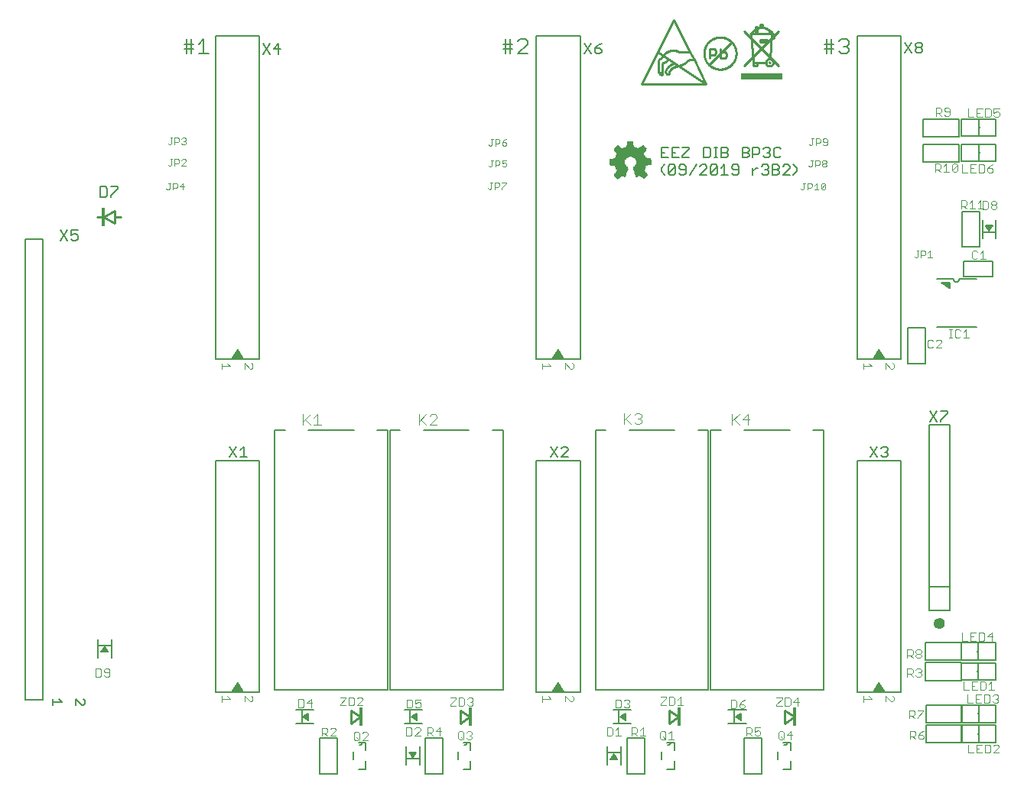
<source format=gto>
G75*
%MOIN*%
%OFA0B0*%
%FSLAX25Y25*%
%IPPOS*%
%LPD*%
%AMOC8*
5,1,8,0,0,1.08239X$1,22.5*
%
%ADD10R,0.01485X0.00015*%
%ADD11R,0.00045X0.00015*%
%ADD12R,0.00105X0.00015*%
%ADD13R,0.00165X0.00015*%
%ADD14R,0.00225X0.00015*%
%ADD15R,0.00285X0.00015*%
%ADD16R,0.00345X0.00015*%
%ADD17R,0.00405X0.00015*%
%ADD18R,0.00435X0.00015*%
%ADD19R,0.00465X0.00015*%
%ADD20R,0.00495X0.00015*%
%ADD21R,0.00540X0.00015*%
%ADD22R,0.00585X0.00015*%
%ADD23R,0.00645X0.00015*%
%ADD24R,0.00150X0.00015*%
%ADD25R,0.00675X0.00015*%
%ADD26R,0.00195X0.00015*%
%ADD27R,0.00705X0.00015*%
%ADD28R,0.00240X0.00015*%
%ADD29R,0.00735X0.00015*%
%ADD30R,0.00270X0.00015*%
%ADD31R,0.00765X0.00015*%
%ADD32R,0.00300X0.00015*%
%ADD33R,0.00810X0.00015*%
%ADD34R,0.00360X0.00015*%
%ADD35R,0.00855X0.00015*%
%ADD36R,0.00435X0.00015*%
%ADD37R,0.00915X0.00015*%
%ADD38R,0.00465X0.00015*%
%ADD39R,0.00945X0.00015*%
%ADD40R,0.00960X0.00015*%
%ADD41R,0.00525X0.00015*%
%ADD42R,0.00990X0.00015*%
%ADD43R,0.00555X0.00015*%
%ADD44R,0.01035X0.00015*%
%ADD45R,0.00600X0.00015*%
%ADD46R,0.01080X0.00015*%
%ADD47R,0.01125X0.00015*%
%ADD48R,0.01170X0.00015*%
%ADD49R,0.00720X0.00015*%
%ADD50R,0.01200X0.00015*%
%ADD51R,0.00750X0.00015*%
%ADD52R,0.01230X0.00015*%
%ADD53R,0.00780X0.00015*%
%ADD54R,0.01260X0.00015*%
%ADD55R,0.00810X0.00015*%
%ADD56R,0.01305X0.00015*%
%ADD57R,0.01365X0.00015*%
%ADD58R,0.00900X0.00015*%
%ADD59R,0.01395X0.00015*%
%ADD60R,0.01440X0.00015*%
%ADD61R,0.01470X0.00015*%
%ADD62R,0.01005X0.00015*%
%ADD63R,0.01500X0.00015*%
%ADD64R,0.01020X0.00015*%
%ADD65R,0.01530X0.00015*%
%ADD66R,0.01065X0.00015*%
%ADD67R,0.01575X0.00015*%
%ADD68R,0.01095X0.00015*%
%ADD69R,0.01635X0.00015*%
%ADD70R,0.01155X0.00015*%
%ADD71R,0.01680X0.00015*%
%ADD72R,0.01200X0.00015*%
%ADD73R,0.01710X0.00015*%
%ADD74R,0.01230X0.00015*%
%ADD75R,0.01725X0.00015*%
%ADD76R,0.01245X0.00015*%
%ADD77R,0.01755X0.00015*%
%ADD78R,0.01275X0.00015*%
%ADD79R,0.01800X0.00015*%
%ADD80R,0.01320X0.00015*%
%ADD81R,0.01860X0.00015*%
%ADD82R,0.01905X0.00015*%
%ADD83R,0.01410X0.00015*%
%ADD84R,0.01935X0.00015*%
%ADD85R,0.01455X0.00015*%
%ADD86R,0.01965X0.00015*%
%ADD87R,0.01485X0.00015*%
%ADD88R,0.01995X0.00015*%
%ADD89R,0.01515X0.00015*%
%ADD90R,0.02040X0.00015*%
%ADD91R,0.01530X0.00015*%
%ADD92R,0.02070X0.00015*%
%ADD93R,0.01575X0.00015*%
%ADD94R,0.02115X0.00015*%
%ADD95R,0.01620X0.00015*%
%ADD96R,0.02160X0.00015*%
%ADD97R,0.01665X0.00015*%
%ADD98R,0.02190X0.00015*%
%ADD99R,0.00075X0.00015*%
%ADD100R,0.01695X0.00015*%
%ADD101R,0.02220X0.00015*%
%ADD102R,0.00105X0.00015*%
%ADD103R,0.02235X0.00015*%
%ADD104R,0.00135X0.00015*%
%ADD105R,0.01755X0.00015*%
%ADD106R,0.02280X0.00015*%
%ADD107R,0.00180X0.00015*%
%ADD108R,0.01785X0.00015*%
%ADD109R,0.02340X0.00015*%
%ADD110R,0.00240X0.00015*%
%ADD111R,0.01830X0.00015*%
%ADD112R,0.02385X0.00015*%
%ADD113R,0.01890X0.00015*%
%ADD114R,0.02415X0.00015*%
%ADD115R,0.00330X0.00015*%
%ADD116R,0.00120X0.00015*%
%ADD117R,0.01920X0.00015*%
%ADD118R,0.02430X0.00015*%
%ADD119R,0.00375X0.00015*%
%ADD120R,0.02460X0.00015*%
%ADD121R,0.00405X0.00015*%
%ADD122R,0.00195X0.00015*%
%ADD123R,0.01965X0.00015*%
%ADD124R,0.02505X0.00015*%
%ADD125R,0.00210X0.00015*%
%ADD126R,0.02010X0.00015*%
%ADD127R,0.02535X0.00015*%
%ADD128R,0.00480X0.00015*%
%ADD129R,0.02580X0.00015*%
%ADD130R,0.00540X0.00015*%
%ADD131R,0.02085X0.00015*%
%ADD132R,0.02625X0.00015*%
%ADD133R,0.02130X0.00015*%
%ADD134R,0.02670X0.00015*%
%ADD135R,0.00630X0.00015*%
%ADD136R,0.02700X0.00015*%
%ADD137R,0.00660X0.00015*%
%ADD138R,0.00450X0.00015*%
%ADD139R,0.02190X0.00015*%
%ADD140R,0.02715X0.00015*%
%ADD141R,0.02205X0.00015*%
%ADD142R,0.02745X0.00015*%
%ADD143R,0.00510X0.00015*%
%ADD144R,0.02235X0.00015*%
%ADD145R,0.02775X0.00015*%
%ADD146R,0.02820X0.00015*%
%ADD147R,0.02310X0.00015*%
%ADD148R,0.02880X0.00015*%
%ADD149R,0.00855X0.00015*%
%ADD150R,0.02355X0.00015*%
%ADD151R,0.02895X0.00015*%
%ADD152R,0.00870X0.00015*%
%ADD153R,0.00660X0.00015*%
%ADD154R,0.02925X0.00015*%
%ADD155R,0.00690X0.00015*%
%ADD156R,0.02970X0.00015*%
%ADD157R,0.03000X0.00015*%
%ADD158R,0.00750X0.00015*%
%ADD159R,0.03045X0.00015*%
%ADD160R,0.01005X0.00015*%
%ADD161R,0.00780X0.00015*%
%ADD162R,0.02505X0.00015*%
%ADD163R,0.03090X0.00015*%
%ADD164R,0.01050X0.00015*%
%ADD165R,0.00825X0.00015*%
%ADD166R,0.02550X0.00015*%
%ADD167R,0.03135X0.00015*%
%ADD168R,0.01095X0.00015*%
%ADD169R,0.00870X0.00015*%
%ADD170R,0.03165X0.00015*%
%ADD171R,0.01125X0.00015*%
%ADD172R,0.02625X0.00015*%
%ADD173R,0.03195X0.00015*%
%ADD174R,0.01140X0.00015*%
%ADD175R,0.00930X0.00015*%
%ADD176R,0.02655X0.00015*%
%ADD177R,0.03210X0.00015*%
%ADD178R,0.00960X0.00015*%
%ADD179R,0.03240X0.00015*%
%ADD180R,0.02700X0.00015*%
%ADD181R,0.03285X0.00015*%
%ADD182R,0.01245X0.00015*%
%ADD183R,0.02745X0.00015*%
%ADD184R,0.03330X0.00015*%
%ADD185R,0.02790X0.00015*%
%ADD186R,0.03360X0.00015*%
%ADD187R,0.01110X0.00015*%
%ADD188R,0.02835X0.00015*%
%ADD189R,0.03390X0.00015*%
%ADD190R,0.01335X0.00015*%
%ADD191R,0.01140X0.00015*%
%ADD192R,0.02865X0.00015*%
%ADD193R,0.03420X0.00015*%
%ADD194R,0.01155X0.00015*%
%ADD195R,0.04905X0.00015*%
%ADD196R,0.04920X0.00015*%
%ADD197R,0.02940X0.00015*%
%ADD198R,0.04950X0.00015*%
%ADD199R,0.02985X0.00015*%
%ADD200R,0.04965X0.00015*%
%ADD201R,0.01275X0.00015*%
%ADD202R,0.03015X0.00015*%
%ADD203R,0.04980X0.00015*%
%ADD204R,0.03045X0.00015*%
%ADD205R,0.05010X0.00015*%
%ADD206R,0.01335X0.00015*%
%ADD207R,0.03075X0.00015*%
%ADD208R,0.01350X0.00015*%
%ADD209R,0.03105X0.00015*%
%ADD210R,0.05040X0.00015*%
%ADD211R,0.01380X0.00015*%
%ADD212R,0.05040X0.00015*%
%ADD213R,0.01410X0.00015*%
%ADD214R,0.03180X0.00015*%
%ADD215R,0.05070X0.00015*%
%ADD216R,0.03225X0.00015*%
%ADD217R,0.03255X0.00015*%
%ADD218R,0.05085X0.00015*%
%ADD219R,0.01515X0.00015*%
%ADD220R,0.03300X0.00015*%
%ADD221R,0.05100X0.00015*%
%ADD222R,0.04935X0.00015*%
%ADD223R,0.05115X0.00015*%
%ADD224R,0.04995X0.00015*%
%ADD225R,0.05130X0.00015*%
%ADD226R,0.05010X0.00015*%
%ADD227R,0.05130X0.00015*%
%ADD228R,0.05010X0.00015*%
%ADD229R,0.05025X0.00015*%
%ADD230R,0.05040X0.00015*%
%ADD231R,0.05055X0.00015*%
%ADD232R,0.05130X0.00015*%
%ADD233R,0.05085X0.00015*%
%ADD234R,0.05115X0.00015*%
%ADD235R,0.05145X0.00015*%
%ADD236R,0.05160X0.00015*%
%ADD237R,0.05130X0.00015*%
%ADD238R,0.05190X0.00015*%
%ADD239R,0.05190X0.00015*%
%ADD240R,0.05205X0.00015*%
%ADD241R,0.05220X0.00015*%
%ADD242R,0.05070X0.00015*%
%ADD243R,0.05085X0.00015*%
%ADD244R,0.05205X0.00015*%
%ADD245R,0.05220X0.00015*%
%ADD246R,0.05055X0.00015*%
%ADD247R,0.05025X0.00015*%
%ADD248R,0.05205X0.00015*%
%ADD249R,0.05025X0.00015*%
%ADD250R,0.05190X0.00015*%
%ADD251R,0.05190X0.00015*%
%ADD252R,0.04995X0.00015*%
%ADD253R,0.05175X0.00015*%
%ADD254R,0.04950X0.00015*%
%ADD255R,0.05145X0.00015*%
%ADD256R,0.05145X0.00015*%
%ADD257R,0.04920X0.00015*%
%ADD258R,0.04905X0.00015*%
%ADD259R,0.04905X0.00015*%
%ADD260R,0.05115X0.00015*%
%ADD261R,0.04890X0.00015*%
%ADD262R,0.04890X0.00015*%
%ADD263R,0.04875X0.00015*%
%ADD264R,0.04845X0.00015*%
%ADD265R,0.04830X0.00015*%
%ADD266R,0.04830X0.00015*%
%ADD267R,0.05070X0.00015*%
%ADD268R,0.04830X0.00015*%
%ADD269R,0.04815X0.00015*%
%ADD270R,0.04800X0.00015*%
%ADD271R,0.04800X0.00015*%
%ADD272R,0.05010X0.00015*%
%ADD273R,0.04785X0.00015*%
%ADD274R,0.04770X0.00015*%
%ADD275R,0.04770X0.00015*%
%ADD276R,0.04755X0.00015*%
%ADD277R,0.04740X0.00015*%
%ADD278R,0.04725X0.00015*%
%ADD279R,0.04725X0.00015*%
%ADD280R,0.04980X0.00015*%
%ADD281R,0.04710X0.00015*%
%ADD282R,0.04725X0.00015*%
%ADD283R,0.04710X0.00015*%
%ADD284R,0.04695X0.00015*%
%ADD285R,0.04680X0.00015*%
%ADD286R,0.04695X0.00015*%
%ADD287R,0.04680X0.00015*%
%ADD288R,0.04905X0.00015*%
%ADD289R,0.04665X0.00015*%
%ADD290R,0.04650X0.00015*%
%ADD291R,0.04635X0.00015*%
%ADD292R,0.04620X0.00015*%
%ADD293R,0.04620X0.00015*%
%ADD294R,0.04890X0.00015*%
%ADD295R,0.04605X0.00015*%
%ADD296R,0.04605X0.00015*%
%ADD297R,0.04590X0.00015*%
%ADD298R,0.04845X0.00015*%
%ADD299R,0.04575X0.00015*%
%ADD300R,0.04590X0.00015*%
%ADD301R,0.04575X0.00015*%
%ADD302R,0.04845X0.00015*%
%ADD303R,0.04560X0.00015*%
%ADD304R,0.04545X0.00015*%
%ADD305R,0.04530X0.00015*%
%ADD306R,0.04515X0.00015*%
%ADD307R,0.04530X0.00015*%
%ADD308R,0.04500X0.00015*%
%ADD309R,0.04515X0.00015*%
%ADD310R,0.04785X0.00015*%
%ADD311R,0.04485X0.00015*%
%ADD312R,0.04755X0.00015*%
%ADD313R,0.04470X0.00015*%
%ADD314R,0.04740X0.00015*%
%ADD315R,0.04485X0.00015*%
%ADD316R,0.04755X0.00015*%
%ADD317R,0.04545X0.00015*%
%ADD318R,0.04695X0.00015*%
%ADD319R,0.04680X0.00015*%
%ADD320R,0.04665X0.00015*%
%ADD321R,0.04725X0.00015*%
%ADD322R,0.04680X0.00015*%
%ADD323R,0.04860X0.00015*%
%ADD324R,0.04740X0.00015*%
%ADD325R,0.04875X0.00015*%
%ADD326R,0.04965X0.00015*%
%ADD327R,0.04860X0.00015*%
%ADD328R,0.04995X0.00015*%
%ADD329R,0.04875X0.00015*%
%ADD330R,0.04980X0.00015*%
%ADD331R,0.05235X0.00015*%
%ADD332R,0.05235X0.00015*%
%ADD333R,0.05250X0.00015*%
%ADD334R,0.05280X0.00015*%
%ADD335R,0.05295X0.00015*%
%ADD336R,0.05325X0.00015*%
%ADD337R,0.05340X0.00015*%
%ADD338R,0.05235X0.00015*%
%ADD339R,0.05355X0.00015*%
%ADD340R,0.05370X0.00015*%
%ADD341R,0.05265X0.00015*%
%ADD342R,0.05370X0.00015*%
%ADD343R,0.05280X0.00015*%
%ADD344R,0.05385X0.00015*%
%ADD345R,0.05295X0.00015*%
%ADD346R,0.05400X0.00015*%
%ADD347R,0.05415X0.00015*%
%ADD348R,0.05310X0.00015*%
%ADD349R,0.05430X0.00015*%
%ADD350R,0.05445X0.00015*%
%ADD351R,0.05460X0.00015*%
%ADD352R,0.05355X0.00015*%
%ADD353R,0.05475X0.00015*%
%ADD354R,0.05505X0.00015*%
%ADD355R,0.05520X0.00015*%
%ADD356R,0.05535X0.00015*%
%ADD357R,0.05550X0.00015*%
%ADD358R,0.05550X0.00015*%
%ADD359R,0.05475X0.00015*%
%ADD360R,0.05490X0.00015*%
%ADD361R,0.05475X0.00015*%
%ADD362R,0.05385X0.00015*%
%ADD363R,0.05370X0.00015*%
%ADD364R,0.05325X0.00015*%
%ADD365R,0.05310X0.00015*%
%ADD366R,0.05265X0.00015*%
%ADD367R,0.05175X0.00015*%
%ADD368R,0.04980X0.00015*%
%ADD369R,0.04965X0.00015*%
%ADD370R,0.04860X0.00015*%
%ADD371R,0.04845X0.00015*%
%ADD372R,0.04815X0.00015*%
%ADD373R,0.04770X0.00015*%
%ADD374R,0.05295X0.00015*%
%ADD375R,0.04635X0.00015*%
%ADD376R,0.05610X0.00015*%
%ADD377R,0.05700X0.00015*%
%ADD378R,0.05760X0.00015*%
%ADD379R,0.05805X0.00015*%
%ADD380R,0.05850X0.00015*%
%ADD381R,0.05895X0.00015*%
%ADD382R,0.06000X0.00015*%
%ADD383R,0.06135X0.00015*%
%ADD384R,0.06225X0.00015*%
%ADD385R,0.06300X0.00015*%
%ADD386R,0.06330X0.00015*%
%ADD387R,0.06375X0.00015*%
%ADD388R,0.06450X0.00015*%
%ADD389R,0.06570X0.00015*%
%ADD390R,0.05565X0.00015*%
%ADD391R,0.06690X0.00015*%
%ADD392R,0.06735X0.00015*%
%ADD393R,0.05790X0.00015*%
%ADD394R,0.06765X0.00015*%
%ADD395R,0.05850X0.00015*%
%ADD396R,0.06780X0.00015*%
%ADD397R,0.05895X0.00015*%
%ADD398R,0.06795X0.00015*%
%ADD399R,0.05955X0.00015*%
%ADD400R,0.06810X0.00015*%
%ADD401R,0.06060X0.00015*%
%ADD402R,0.06195X0.00015*%
%ADD403R,0.06825X0.00015*%
%ADD404R,0.06330X0.00015*%
%ADD405R,0.06840X0.00015*%
%ADD406R,0.06390X0.00015*%
%ADD407R,0.06495X0.00015*%
%ADD408R,0.06840X0.00015*%
%ADD409R,0.06555X0.00015*%
%ADD410R,0.06825X0.00015*%
%ADD411R,0.06645X0.00015*%
%ADD412R,0.06825X0.00015*%
%ADD413R,0.06705X0.00015*%
%ADD414R,0.06705X0.00015*%
%ADD415R,0.06810X0.00015*%
%ADD416R,0.06720X0.00015*%
%ADD417R,0.06795X0.00015*%
%ADD418R,0.06750X0.00015*%
%ADD419R,0.06765X0.00015*%
%ADD420R,0.06795X0.00015*%
%ADD421R,0.06780X0.00015*%
%ADD422R,0.06780X0.00015*%
%ADD423R,0.06750X0.00015*%
%ADD424R,0.06720X0.00015*%
%ADD425R,0.06720X0.00015*%
%ADD426R,0.06705X0.00015*%
%ADD427R,0.06705X0.00015*%
%ADD428R,0.06690X0.00015*%
%ADD429R,0.06675X0.00015*%
%ADD430R,0.06690X0.00015*%
%ADD431R,0.06675X0.00015*%
%ADD432R,0.06675X0.00015*%
%ADD433R,0.06660X0.00015*%
%ADD434R,0.06675X0.00015*%
%ADD435R,0.06660X0.00015*%
%ADD436R,0.06660X0.00015*%
%ADD437R,0.06645X0.00015*%
%ADD438R,0.06630X0.00015*%
%ADD439R,0.06660X0.00015*%
%ADD440R,0.06630X0.00015*%
%ADD441R,0.06645X0.00015*%
%ADD442R,0.06735X0.00015*%
%ADD443R,0.06765X0.00015*%
%ADD444R,0.06780X0.00015*%
%ADD445R,0.06825X0.00015*%
%ADD446R,0.06855X0.00015*%
%ADD447R,0.06855X0.00015*%
%ADD448R,0.06870X0.00015*%
%ADD449R,0.06885X0.00015*%
%ADD450R,0.06525X0.00015*%
%ADD451R,0.06405X0.00015*%
%ADD452R,0.06255X0.00015*%
%ADD453R,0.06165X0.00015*%
%ADD454R,0.06870X0.00015*%
%ADD455R,0.06120X0.00015*%
%ADD456R,0.06885X0.00015*%
%ADD457R,0.06060X0.00015*%
%ADD458R,0.06015X0.00015*%
%ADD459R,0.05910X0.00015*%
%ADD460R,0.05670X0.00015*%
%ADD461R,0.05595X0.00015*%
%ADD462R,0.06585X0.00015*%
%ADD463R,0.05160X0.00015*%
%ADD464R,0.06390X0.00015*%
%ADD465R,0.05025X0.00015*%
%ADD466R,0.06330X0.00015*%
%ADD467R,0.06075X0.00015*%
%ADD468R,0.05820X0.00015*%
%ADD469R,0.05775X0.00015*%
%ADD470R,0.05685X0.00015*%
%ADD471R,0.05460X0.00015*%
%ADD472R,0.04860X0.00015*%
%ADD473R,0.04935X0.00015*%
%ADD474R,0.05160X0.00015*%
%ADD475R,0.05325X0.00015*%
%ADD476R,0.05340X0.00015*%
%ADD477R,0.05355X0.00015*%
%ADD478R,0.05430X0.00015*%
%ADD479R,0.05535X0.00015*%
%ADD480R,0.05595X0.00015*%
%ADD481R,0.05640X0.00015*%
%ADD482R,0.05640X0.00015*%
%ADD483R,0.05670X0.00015*%
%ADD484R,0.05685X0.00015*%
%ADD485R,0.05700X0.00015*%
%ADD486R,0.05715X0.00015*%
%ADD487R,0.05715X0.00015*%
%ADD488R,0.05730X0.00015*%
%ADD489R,0.05745X0.00015*%
%ADD490R,0.05760X0.00015*%
%ADD491R,0.06000X0.00015*%
%ADD492R,0.06105X0.00015*%
%ADD493R,0.06180X0.00015*%
%ADD494R,0.06210X0.00015*%
%ADD495R,0.12690X0.00015*%
%ADD496R,0.12675X0.00015*%
%ADD497R,0.12660X0.00015*%
%ADD498R,0.12660X0.00015*%
%ADD499R,0.12645X0.00015*%
%ADD500R,0.12615X0.00015*%
%ADD501R,0.12600X0.00015*%
%ADD502R,0.12585X0.00015*%
%ADD503R,0.12555X0.00015*%
%ADD504R,0.12540X0.00015*%
%ADD505R,0.12525X0.00015*%
%ADD506R,0.12510X0.00015*%
%ADD507R,0.12510X0.00015*%
%ADD508R,0.12480X0.00015*%
%ADD509R,0.12450X0.00015*%
%ADD510R,0.12435X0.00015*%
%ADD511R,0.12420X0.00015*%
%ADD512R,0.12390X0.00015*%
%ADD513R,0.12375X0.00015*%
%ADD514R,0.12360X0.00015*%
%ADD515R,0.12330X0.00015*%
%ADD516R,0.12300X0.00015*%
%ADD517R,0.12285X0.00015*%
%ADD518R,0.12270X0.00015*%
%ADD519R,0.12255X0.00015*%
%ADD520R,0.12240X0.00015*%
%ADD521R,0.12225X0.00015*%
%ADD522R,0.12195X0.00015*%
%ADD523R,0.12165X0.00015*%
%ADD524R,0.12150X0.00015*%
%ADD525R,0.12135X0.00015*%
%ADD526R,0.12120X0.00015*%
%ADD527R,0.12090X0.00015*%
%ADD528R,0.12075X0.00015*%
%ADD529R,0.12060X0.00015*%
%ADD530R,0.12045X0.00015*%
%ADD531R,0.12015X0.00015*%
%ADD532R,0.12000X0.00015*%
%ADD533R,0.11985X0.00015*%
%ADD534R,0.11955X0.00015*%
%ADD535R,0.11940X0.00015*%
%ADD536R,0.11925X0.00015*%
%ADD537R,0.11910X0.00015*%
%ADD538R,0.11910X0.00015*%
%ADD539R,0.11880X0.00015*%
%ADD540R,0.11850X0.00015*%
%ADD541R,0.11835X0.00015*%
%ADD542R,0.11805X0.00015*%
%ADD543R,0.11775X0.00015*%
%ADD544R,0.11760X0.00015*%
%ADD545R,0.11745X0.00015*%
%ADD546R,0.11730X0.00015*%
%ADD547R,0.11700X0.00015*%
%ADD548R,0.11700X0.00015*%
%ADD549R,0.11685X0.00015*%
%ADD550R,0.11655X0.00015*%
%ADD551R,0.11640X0.00015*%
%ADD552R,0.11625X0.00015*%
%ADD553R,0.11625X0.00015*%
%ADD554R,0.11670X0.00015*%
%ADD555R,0.11715X0.00015*%
%ADD556R,0.11790X0.00015*%
%ADD557R,0.11820X0.00015*%
%ADD558R,0.11820X0.00015*%
%ADD559R,0.11880X0.00015*%
%ADD560R,0.11895X0.00015*%
%ADD561R,0.11970X0.00015*%
%ADD562R,0.12045X0.00015*%
%ADD563R,0.12075X0.00015*%
%ADD564R,0.12105X0.00015*%
%ADD565R,0.12135X0.00015*%
%ADD566R,0.12165X0.00015*%
%ADD567R,0.12180X0.00015*%
%ADD568R,0.12195X0.00015*%
%ADD569R,0.12210X0.00015*%
%ADD570R,0.12225X0.00015*%
%ADD571R,0.12255X0.00015*%
%ADD572R,0.12360X0.00015*%
%ADD573R,0.12390X0.00015*%
%ADD574R,0.12405X0.00015*%
%ADD575R,0.12435X0.00015*%
%ADD576R,0.12480X0.00015*%
%ADD577R,0.12480X0.00015*%
%ADD578R,0.12510X0.00015*%
%ADD579R,0.12570X0.00015*%
%ADD580R,0.12630X0.00015*%
%ADD581R,0.12675X0.00015*%
%ADD582R,0.12705X0.00015*%
%ADD583R,0.12735X0.00015*%
%ADD584R,0.12750X0.00015*%
%ADD585R,0.12780X0.00015*%
%ADD586R,0.12795X0.00015*%
%ADD587R,0.12810X0.00015*%
%ADD588R,0.12840X0.00015*%
%ADD589R,0.12855X0.00015*%
%ADD590R,0.12885X0.00015*%
%ADD591R,0.12900X0.00015*%
%ADD592R,0.12915X0.00015*%
%ADD593R,0.12945X0.00015*%
%ADD594R,0.12960X0.00015*%
%ADD595R,0.12990X0.00015*%
%ADD596R,0.13005X0.00015*%
%ADD597R,0.13020X0.00015*%
%ADD598R,0.13035X0.00015*%
%ADD599R,0.13065X0.00015*%
%ADD600R,0.13080X0.00015*%
%ADD601R,0.13110X0.00015*%
%ADD602R,0.13125X0.00015*%
%ADD603R,0.13155X0.00015*%
%ADD604R,0.13170X0.00015*%
%ADD605R,0.13200X0.00015*%
%ADD606R,0.13230X0.00015*%
%ADD607R,0.13260X0.00015*%
%ADD608R,0.13290X0.00015*%
%ADD609R,0.13320X0.00015*%
%ADD610R,0.13350X0.00015*%
%ADD611R,0.13365X0.00015*%
%ADD612R,0.13395X0.00015*%
%ADD613R,0.13425X0.00015*%
%ADD614R,0.13455X0.00015*%
%ADD615R,0.13470X0.00015*%
%ADD616R,0.13500X0.00015*%
%ADD617R,0.13530X0.00015*%
%ADD618R,0.13560X0.00015*%
%ADD619R,0.13575X0.00015*%
%ADD620R,0.13605X0.00015*%
%ADD621R,0.13635X0.00015*%
%ADD622R,0.13650X0.00015*%
%ADD623R,0.13680X0.00015*%
%ADD624R,0.13695X0.00015*%
%ADD625R,0.13725X0.00015*%
%ADD626R,0.13740X0.00015*%
%ADD627R,0.13770X0.00015*%
%ADD628R,0.13785X0.00015*%
%ADD629R,0.13800X0.00015*%
%ADD630R,0.13830X0.00015*%
%ADD631R,0.13860X0.00015*%
%ADD632R,0.13875X0.00015*%
%ADD633R,0.13905X0.00015*%
%ADD634R,0.13935X0.00015*%
%ADD635R,0.13950X0.00015*%
%ADD636R,0.13980X0.00015*%
%ADD637R,0.14010X0.00015*%
%ADD638R,0.14025X0.00015*%
%ADD639R,0.14055X0.00015*%
%ADD640R,0.14070X0.00015*%
%ADD641R,0.14085X0.00015*%
%ADD642R,0.14115X0.00015*%
%ADD643R,0.14145X0.00015*%
%ADD644R,0.14160X0.00015*%
%ADD645R,0.14190X0.00015*%
%ADD646R,0.14205X0.00015*%
%ADD647R,0.14220X0.00015*%
%ADD648R,0.14235X0.00015*%
%ADD649R,0.14265X0.00015*%
%ADD650R,0.14280X0.00015*%
%ADD651R,0.14295X0.00015*%
%ADD652R,0.14295X0.00015*%
%ADD653R,0.14250X0.00015*%
%ADD654R,0.14205X0.00015*%
%ADD655R,0.14175X0.00015*%
%ADD656R,0.14160X0.00015*%
%ADD657R,0.14130X0.00015*%
%ADD658R,0.14100X0.00015*%
%ADD659R,0.14040X0.00015*%
%ADD660R,0.14010X0.00015*%
%ADD661R,0.03465X0.00015*%
%ADD662R,0.10440X0.00015*%
%ADD663R,0.03420X0.00015*%
%ADD664R,0.10395X0.00015*%
%ADD665R,0.03375X0.00015*%
%ADD666R,0.10335X0.00015*%
%ADD667R,0.03570X0.00015*%
%ADD668R,0.06600X0.00015*%
%ADD669R,0.03525X0.00015*%
%ADD670R,0.03270X0.00015*%
%ADD671R,0.03495X0.00015*%
%ADD672R,0.03210X0.00015*%
%ADD673R,0.06480X0.00015*%
%ADD674R,0.03435X0.00015*%
%ADD675R,0.03165X0.00015*%
%ADD676R,0.03390X0.00015*%
%ADD677R,0.03120X0.00015*%
%ADD678R,0.06315X0.00015*%
%ADD679R,0.03345X0.00015*%
%ADD680R,0.03090X0.00015*%
%ADD681R,0.03075X0.00015*%
%ADD682R,0.06225X0.00015*%
%ADD683R,0.03270X0.00015*%
%ADD684R,0.06180X0.00015*%
%ADD685R,0.02970X0.00015*%
%ADD686R,0.06075X0.00015*%
%ADD687R,0.03195X0.00015*%
%ADD688R,0.02925X0.00015*%
%ADD689R,0.05985X0.00015*%
%ADD690R,0.03135X0.00015*%
%ADD691R,0.02850X0.00015*%
%ADD692R,0.05835X0.00015*%
%ADD693R,0.03030X0.00015*%
%ADD694R,0.02805X0.00015*%
%ADD695R,0.02730X0.00015*%
%ADD696R,0.05625X0.00015*%
%ADD697R,0.02925X0.00015*%
%ADD698R,0.02640X0.00015*%
%ADD699R,0.02595X0.00015*%
%ADD700R,0.02565X0.00015*%
%ADD701R,0.02760X0.00015*%
%ADD702R,0.02520X0.00015*%
%ADD703R,0.02730X0.00015*%
%ADD704R,0.02475X0.00015*%
%ADD705R,0.02685X0.00015*%
%ADD706R,0.02445X0.00015*%
%ADD707R,0.02400X0.00015*%
%ADD708R,0.02370X0.00015*%
%ADD709R,0.02565X0.00015*%
%ADD710R,0.02340X0.00015*%
%ADD711R,0.02325X0.00015*%
%ADD712R,0.02505X0.00015*%
%ADD713R,0.02280X0.00015*%
%ADD714R,0.02460X0.00015*%
%ADD715R,0.04560X0.00015*%
%ADD716R,0.02190X0.00015*%
%ADD717R,0.04440X0.00015*%
%ADD718R,0.02370X0.00015*%
%ADD719R,0.02145X0.00015*%
%ADD720R,0.04365X0.00015*%
%ADD721R,0.04320X0.00015*%
%ADD722R,0.02310X0.00015*%
%ADD723R,0.02100X0.00015*%
%ADD724R,0.04260X0.00015*%
%ADD725R,0.04200X0.00015*%
%ADD726R,0.02265X0.00015*%
%ADD727R,0.02040X0.00015*%
%ADD728R,0.04095X0.00015*%
%ADD729R,0.02220X0.00015*%
%ADD730R,0.03915X0.00015*%
%ADD731R,0.02175X0.00015*%
%ADD732R,0.03765X0.00015*%
%ADD733R,0.03675X0.00015*%
%ADD734R,0.01890X0.00015*%
%ADD735R,0.03615X0.00015*%
%ADD736R,0.02055X0.00015*%
%ADD737R,0.01860X0.00015*%
%ADD738R,0.03555X0.00015*%
%ADD739R,0.01815X0.00015*%
%ADD740R,0.03450X0.00015*%
%ADD741R,0.01725X0.00015*%
%ADD742R,0.03315X0.00015*%
%ADD743R,0.01905X0.00015*%
%ADD744R,0.01680X0.00015*%
%ADD745R,0.01650X0.00015*%
%ADD746R,0.01620X0.00015*%
%ADD747R,0.01590X0.00015*%
%ADD748R,0.01770X0.00015*%
%ADD749R,0.01560X0.00015*%
%ADD750R,0.03240X0.00015*%
%ADD751R,0.01740X0.00015*%
%ADD752R,0.01665X0.00015*%
%ADD753R,0.01455X0.00015*%
%ADD754R,0.01635X0.00015*%
%ADD755R,0.01410X0.00015*%
%ADD756R,0.01395X0.00015*%
%ADD757R,0.01365X0.00015*%
%ADD758R,0.01335X0.00015*%
%ADD759R,0.01290X0.00015*%
%ADD760R,0.03210X0.00015*%
%ADD761R,0.01455X0.00015*%
%ADD762R,0.01185X0.00015*%
%ADD763R,0.01290X0.00015*%
%ADD764R,0.01110X0.00015*%
%ADD765R,0.01260X0.00015*%
%ADD766R,0.03180X0.00015*%
%ADD767R,0.00975X0.00015*%
%ADD768R,0.03150X0.00015*%
%ADD769R,0.00885X0.00015*%
%ADD770R,0.03150X0.00015*%
%ADD771R,0.01050X0.00015*%
%ADD772R,0.00795X0.00015*%
%ADD773R,0.00885X0.00015*%
%ADD774R,0.00690X0.00015*%
%ADD775R,0.00840X0.00015*%
%ADD776R,0.00570X0.00015*%
%ADD777R,0.00525X0.00015*%
%ADD778R,0.03105X0.00015*%
%ADD779R,0.00660X0.00015*%
%ADD780R,0.00615X0.00015*%
%ADD781R,0.00420X0.00015*%
%ADD782R,0.00555X0.00015*%
%ADD783R,0.00390X0.00015*%
%ADD784R,0.00525X0.00015*%
%ADD785R,0.00360X0.00015*%
%ADD786R,0.00495X0.00015*%
%ADD787R,0.03075X0.00015*%
%ADD788R,0.00450X0.00015*%
%ADD789R,0.00225X0.00015*%
%ADD790R,0.00345X0.00015*%
%ADD791R,0.00255X0.00015*%
%ADD792R,0.03060X0.00015*%
%ADD793R,0.00180X0.00015*%
%ADD794R,0.00075X0.00015*%
%ADD795R,0.03000X0.00015*%
%ADD796R,0.02955X0.00015*%
%ADD797R,0.02940X0.00015*%
%ADD798R,0.02940X0.00015*%
%ADD799R,0.02910X0.00015*%
%ADD800R,0.02910X0.00015*%
%ADD801R,0.02865X0.00015*%
%ADD802R,0.02805X0.00015*%
%ADD803R,0.02775X0.00015*%
%ADD804R,0.02760X0.00015*%
%ADD805R,0.02655X0.00015*%
%ADD806R,0.02640X0.00015*%
%ADD807R,0.02610X0.00015*%
%ADD808R,0.02595X0.00015*%
%ADD809R,0.02535X0.00015*%
%ADD810R,0.02475X0.00015*%
%ADD811R,0.02175X0.00015*%
%ADD812R,0.01575X0.00015*%
%ADD813C,0.00500*%
%ADD814C,0.00700*%
%ADD815C,0.00800*%
%ADD816C,0.00400*%
%ADD817R,0.00787X0.05512*%
%ADD818C,0.00600*%
%ADD819C,0.01000*%
%ADD820R,0.01181X0.08268*%
%ADD821R,0.00787X0.00787*%
%ADD822R,0.18000X0.03000*%
%ADD823C,0.00300*%
%ADD824R,0.05512X0.00787*%
D10*
X0315367Y0306257D03*
D11*
X0312477Y0300548D03*
X0320682Y0301418D03*
X0323862Y0300713D03*
D12*
X0312477Y0300563D03*
D13*
X0312477Y0300578D03*
D14*
X0312477Y0300593D03*
D15*
X0312477Y0300607D03*
X0312567Y0314993D03*
D16*
X0312477Y0300622D03*
X0320727Y0301507D03*
D17*
X0320742Y0301522D03*
X0312477Y0300637D03*
D18*
X0312477Y0300653D03*
D19*
X0312477Y0300668D03*
D20*
X0312477Y0300683D03*
X0323862Y0300848D03*
D21*
X0312484Y0300698D03*
D22*
X0312492Y0300713D03*
X0315507Y0301522D03*
X0320817Y0301613D03*
D23*
X0320832Y0301628D03*
X0323847Y0300907D03*
X0312492Y0300728D03*
D24*
X0320674Y0301448D03*
X0323869Y0300728D03*
D25*
X0323847Y0300922D03*
X0315477Y0301568D03*
X0312492Y0300743D03*
D26*
X0323862Y0300743D03*
D27*
X0320862Y0301672D03*
X0315462Y0301583D03*
X0312492Y0300757D03*
D28*
X0323869Y0300757D03*
D29*
X0312492Y0300772D03*
D30*
X0320704Y0301493D03*
X0323869Y0300772D03*
D31*
X0315447Y0301598D03*
X0312492Y0300787D03*
D32*
X0315604Y0301418D03*
X0323869Y0300787D03*
X0323494Y0315037D03*
D33*
X0312499Y0300803D03*
D34*
X0323869Y0300803D03*
D35*
X0323832Y0300998D03*
X0312507Y0300818D03*
D36*
X0315567Y0301478D03*
X0320757Y0301537D03*
X0323862Y0300818D03*
D37*
X0320922Y0301748D03*
X0315387Y0301672D03*
X0312507Y0300833D03*
X0312597Y0314737D03*
D38*
X0312582Y0314918D03*
X0323862Y0300833D03*
D39*
X0323832Y0301028D03*
X0315372Y0301687D03*
X0312507Y0300848D03*
X0317892Y0316913D03*
X0323472Y0314798D03*
D40*
X0312514Y0300863D03*
D41*
X0323862Y0300863D03*
D42*
X0323824Y0301043D03*
X0320944Y0301793D03*
X0312514Y0300878D03*
X0323464Y0314783D03*
D43*
X0323862Y0300878D03*
D44*
X0312522Y0300893D03*
D45*
X0323854Y0300893D03*
X0312589Y0314872D03*
D46*
X0323464Y0314737D03*
X0320974Y0301822D03*
X0312514Y0300907D03*
D47*
X0312522Y0300922D03*
D48*
X0312529Y0300937D03*
X0315304Y0301778D03*
X0321004Y0301883D03*
X0323449Y0314707D03*
D49*
X0323479Y0314887D03*
X0323839Y0300937D03*
D50*
X0312529Y0300953D03*
D51*
X0323839Y0300953D03*
D52*
X0312529Y0300968D03*
X0312619Y0314618D03*
X0323449Y0314693D03*
D53*
X0323479Y0314857D03*
X0323839Y0300968D03*
D54*
X0312529Y0300983D03*
D55*
X0315424Y0301613D03*
X0323839Y0300983D03*
X0323479Y0314843D03*
D56*
X0321057Y0301943D03*
X0312537Y0300998D03*
D57*
X0312537Y0301013D03*
X0315237Y0301868D03*
X0323802Y0301207D03*
D58*
X0323824Y0301013D03*
X0315394Y0301657D03*
D59*
X0312537Y0301028D03*
D60*
X0312544Y0301043D03*
D61*
X0312544Y0301057D03*
X0321094Y0302033D03*
D62*
X0323817Y0301057D03*
D63*
X0312544Y0301072D03*
X0312634Y0314513D03*
X0323434Y0314587D03*
D64*
X0323464Y0314768D03*
X0312604Y0314707D03*
X0323824Y0301072D03*
D65*
X0312544Y0301087D03*
D66*
X0323817Y0301087D03*
D67*
X0312552Y0301103D03*
D68*
X0323817Y0301103D03*
D69*
X0312552Y0301118D03*
D70*
X0323817Y0301118D03*
D71*
X0312559Y0301133D03*
D72*
X0315304Y0301793D03*
X0321019Y0301898D03*
X0323809Y0301133D03*
D73*
X0312559Y0301148D03*
D74*
X0323809Y0301148D03*
D75*
X0323772Y0301357D03*
X0312567Y0301163D03*
D76*
X0323802Y0301163D03*
D77*
X0312567Y0301178D03*
D78*
X0315267Y0301822D03*
X0323802Y0301178D03*
D79*
X0312559Y0301193D03*
X0323419Y0314468D03*
D80*
X0323449Y0314648D03*
X0323794Y0301193D03*
X0315259Y0301837D03*
D81*
X0312574Y0301207D03*
D82*
X0312582Y0301222D03*
X0312657Y0314348D03*
D83*
X0323794Y0301222D03*
D84*
X0323757Y0301448D03*
X0312582Y0301237D03*
X0312657Y0314333D03*
X0318072Y0316883D03*
D85*
X0321087Y0302018D03*
X0323787Y0301237D03*
D86*
X0312582Y0301253D03*
D87*
X0323787Y0301253D03*
D88*
X0312582Y0301268D03*
X0312657Y0314318D03*
D89*
X0323787Y0301268D03*
D90*
X0323749Y0301493D03*
X0312589Y0301283D03*
X0323404Y0314378D03*
D91*
X0323434Y0314572D03*
X0323779Y0301283D03*
D92*
X0312589Y0301298D03*
X0312664Y0314287D03*
D93*
X0323787Y0301298D03*
D94*
X0312597Y0301313D03*
D95*
X0323779Y0301313D03*
D96*
X0323734Y0301537D03*
X0312604Y0301328D03*
D97*
X0323772Y0301328D03*
D98*
X0312604Y0301343D03*
D99*
X0315657Y0301343D03*
D100*
X0323772Y0301343D03*
D101*
X0312604Y0301357D03*
D102*
X0315657Y0301357D03*
D103*
X0312612Y0301372D03*
X0312672Y0314213D03*
X0318087Y0316837D03*
D104*
X0315657Y0301372D03*
D105*
X0323772Y0301372D03*
D106*
X0323719Y0301598D03*
X0312619Y0301387D03*
D107*
X0315634Y0301387D03*
D108*
X0323772Y0301387D03*
X0312642Y0314407D03*
D109*
X0312619Y0301403D03*
D110*
X0315619Y0301403D03*
D111*
X0323764Y0301403D03*
X0323419Y0314453D03*
D112*
X0323712Y0301643D03*
X0312627Y0301418D03*
D113*
X0323764Y0301418D03*
D114*
X0323712Y0301657D03*
X0312627Y0301433D03*
X0323367Y0314213D03*
D115*
X0312574Y0314978D03*
X0315589Y0301433D03*
D116*
X0320674Y0301433D03*
X0312574Y0315022D03*
D117*
X0323764Y0301433D03*
D118*
X0323704Y0301672D03*
X0312634Y0301448D03*
X0318079Y0316763D03*
D119*
X0315582Y0301448D03*
D120*
X0312634Y0301463D03*
X0323704Y0301687D03*
D121*
X0315582Y0301463D03*
D122*
X0320682Y0301463D03*
D123*
X0323757Y0301463D03*
X0323412Y0314407D03*
D124*
X0312642Y0301478D03*
D125*
X0320689Y0301478D03*
D126*
X0323749Y0301478D03*
X0323404Y0314393D03*
D127*
X0323352Y0314168D03*
X0318072Y0316507D03*
X0318072Y0316522D03*
X0318072Y0316537D03*
X0318072Y0316568D03*
X0312642Y0301493D03*
D128*
X0315559Y0301493D03*
X0320764Y0301568D03*
X0323494Y0314978D03*
D129*
X0323344Y0314137D03*
X0318079Y0316433D03*
X0323689Y0301733D03*
X0312649Y0301507D03*
D130*
X0315529Y0301507D03*
X0320794Y0301598D03*
D131*
X0323742Y0301507D03*
X0323397Y0314348D03*
D132*
X0312657Y0301522D03*
D133*
X0323734Y0301522D03*
X0323389Y0314333D03*
X0312664Y0314257D03*
D134*
X0312724Y0314018D03*
X0318064Y0316222D03*
X0318064Y0316237D03*
X0323674Y0301778D03*
X0312664Y0301537D03*
D135*
X0315499Y0301537D03*
X0312589Y0314857D03*
D136*
X0318064Y0316103D03*
X0312664Y0301553D03*
D137*
X0315484Y0301553D03*
D138*
X0320764Y0301553D03*
D139*
X0323734Y0301553D03*
D140*
X0312672Y0301568D03*
X0318072Y0315998D03*
X0318072Y0316013D03*
X0318072Y0316028D03*
X0318072Y0316043D03*
X0318072Y0316057D03*
D141*
X0323727Y0301568D03*
D142*
X0312672Y0301583D03*
X0318072Y0315922D03*
D143*
X0320779Y0301583D03*
D144*
X0323727Y0301583D03*
D145*
X0312672Y0301598D03*
X0312732Y0313987D03*
X0323322Y0314063D03*
D146*
X0318064Y0315757D03*
X0318064Y0315772D03*
X0312739Y0313957D03*
X0312679Y0301613D03*
D147*
X0323719Y0301613D03*
D148*
X0323659Y0301868D03*
X0312679Y0301628D03*
X0312739Y0313928D03*
X0318064Y0315548D03*
X0318064Y0315563D03*
X0318064Y0315578D03*
X0318064Y0315593D03*
X0318064Y0315607D03*
X0318064Y0315622D03*
X0318064Y0315637D03*
X0323314Y0314018D03*
D149*
X0315402Y0301628D03*
D150*
X0323712Y0301628D03*
D151*
X0323652Y0301883D03*
X0312687Y0301643D03*
D152*
X0315394Y0301643D03*
D153*
X0320839Y0301643D03*
X0312589Y0314843D03*
D154*
X0312687Y0301657D03*
D155*
X0320854Y0301657D03*
D156*
X0312694Y0301672D03*
D157*
X0312694Y0301687D03*
X0323299Y0313972D03*
X0318049Y0315187D03*
X0318049Y0315218D03*
X0318049Y0315233D03*
D158*
X0323479Y0314872D03*
X0312589Y0314813D03*
X0320869Y0301687D03*
D159*
X0312702Y0301703D03*
D160*
X0315357Y0301703D03*
D161*
X0320884Y0301703D03*
D162*
X0323697Y0301703D03*
D163*
X0312709Y0301718D03*
X0318064Y0314948D03*
X0318064Y0314963D03*
X0318064Y0314978D03*
D164*
X0312604Y0314693D03*
X0315334Y0301718D03*
X0320959Y0301807D03*
D165*
X0320907Y0301718D03*
X0312597Y0314783D03*
D166*
X0318079Y0316493D03*
X0323689Y0301718D03*
D167*
X0323622Y0301987D03*
X0312717Y0301733D03*
X0318057Y0314783D03*
X0318057Y0314798D03*
X0318057Y0314813D03*
X0318057Y0314828D03*
X0318057Y0314843D03*
D168*
X0315327Y0301733D03*
D169*
X0320914Y0301733D03*
X0312589Y0314768D03*
D170*
X0318042Y0314722D03*
X0318042Y0314707D03*
X0312717Y0301748D03*
D171*
X0315327Y0301748D03*
X0312612Y0314663D03*
X0323457Y0314722D03*
D172*
X0323337Y0314122D03*
X0318072Y0316328D03*
X0318072Y0316343D03*
X0318072Y0316357D03*
X0312717Y0314048D03*
X0323682Y0301748D03*
D173*
X0312717Y0301763D03*
D174*
X0315319Y0301763D03*
D175*
X0320929Y0301763D03*
D176*
X0323682Y0301763D03*
X0318072Y0316268D03*
X0318072Y0316283D03*
X0318072Y0316298D03*
D177*
X0312724Y0301778D03*
D178*
X0320929Y0301778D03*
D179*
X0312724Y0301793D03*
D180*
X0323674Y0301793D03*
X0318064Y0316072D03*
X0318064Y0316087D03*
X0318064Y0316118D03*
X0318064Y0316133D03*
D181*
X0318057Y0314437D03*
X0312732Y0301807D03*
D182*
X0315282Y0301807D03*
X0321027Y0301913D03*
D183*
X0323667Y0301807D03*
D184*
X0312739Y0301822D03*
X0312784Y0313733D03*
D185*
X0318064Y0315818D03*
X0318064Y0315833D03*
X0323659Y0301822D03*
D186*
X0312739Y0301837D03*
X0318064Y0314407D03*
D187*
X0320989Y0301837D03*
D188*
X0323652Y0301837D03*
X0323322Y0314033D03*
X0318057Y0315728D03*
X0318057Y0315743D03*
D189*
X0312739Y0301853D03*
D190*
X0315252Y0301853D03*
D191*
X0320989Y0301853D03*
D192*
X0323652Y0301853D03*
X0318057Y0315653D03*
D193*
X0312739Y0301868D03*
D194*
X0320997Y0301868D03*
X0312612Y0314648D03*
D195*
X0313647Y0306278D03*
X0313887Y0306007D03*
X0313857Y0302933D03*
X0313467Y0301883D03*
X0322182Y0303622D03*
X0322197Y0303593D03*
X0322797Y0302063D03*
D196*
X0322279Y0303443D03*
X0322264Y0303472D03*
X0322264Y0303487D03*
X0322249Y0303518D03*
X0322204Y0305948D03*
X0322189Y0309713D03*
X0322174Y0309728D03*
X0322159Y0309743D03*
X0313639Y0309383D03*
X0313894Y0305993D03*
X0313909Y0305978D03*
X0313804Y0302857D03*
X0313789Y0302828D03*
X0313774Y0302798D03*
X0313459Y0301898D03*
D197*
X0323644Y0301898D03*
D198*
X0322804Y0302093D03*
X0322294Y0303413D03*
X0321769Y0304807D03*
X0322144Y0309772D03*
X0314434Y0304643D03*
X0314434Y0304628D03*
X0313939Y0305933D03*
X0313924Y0305948D03*
X0313759Y0302768D03*
X0313459Y0301913D03*
X0313984Y0309757D03*
D199*
X0318057Y0315248D03*
X0323637Y0301913D03*
D200*
X0322812Y0302107D03*
X0322317Y0303383D03*
X0322302Y0303398D03*
X0321762Y0304822D03*
X0322122Y0309787D03*
X0314007Y0309787D03*
X0313992Y0309772D03*
X0313602Y0306293D03*
X0313737Y0302737D03*
X0313737Y0302722D03*
X0313452Y0301928D03*
D201*
X0321042Y0301928D03*
D202*
X0323622Y0301928D03*
X0312762Y0313883D03*
D203*
X0313609Y0309368D03*
X0313954Y0305918D03*
X0313729Y0302707D03*
X0313714Y0302678D03*
X0313444Y0301943D03*
X0322324Y0303368D03*
X0322339Y0303337D03*
X0322339Y0303322D03*
X0322354Y0303307D03*
D204*
X0323622Y0301943D03*
X0323292Y0313943D03*
X0318057Y0315098D03*
X0318057Y0315113D03*
X0318057Y0315128D03*
X0312762Y0313868D03*
D205*
X0314029Y0309833D03*
X0322129Y0305857D03*
X0322429Y0303172D03*
X0313444Y0301972D03*
X0313444Y0301957D03*
D206*
X0321057Y0301957D03*
D207*
X0323622Y0301957D03*
D208*
X0321064Y0301972D03*
X0323449Y0314633D03*
D209*
X0318057Y0314857D03*
X0318057Y0314872D03*
X0318057Y0314887D03*
X0318057Y0314918D03*
X0318057Y0314933D03*
X0323622Y0301972D03*
D210*
X0322459Y0303113D03*
X0322444Y0303128D03*
X0314059Y0309863D03*
X0314044Y0309848D03*
X0313624Y0302528D03*
X0313624Y0302513D03*
X0313609Y0302498D03*
X0313444Y0301987D03*
D211*
X0321064Y0301987D03*
D212*
X0313444Y0302003D03*
D213*
X0321079Y0302003D03*
D214*
X0323614Y0302003D03*
D215*
X0313594Y0302468D03*
X0313444Y0302033D03*
X0313444Y0302018D03*
D216*
X0323607Y0302018D03*
X0323277Y0313883D03*
X0318042Y0314543D03*
X0318042Y0314557D03*
X0318042Y0314572D03*
X0318042Y0314587D03*
D217*
X0318042Y0314483D03*
X0312777Y0313778D03*
X0323592Y0302033D03*
D218*
X0314052Y0305798D03*
X0313452Y0302048D03*
D219*
X0321102Y0302048D03*
D220*
X0323584Y0302048D03*
X0323269Y0313837D03*
X0312784Y0313748D03*
D221*
X0314059Y0305783D03*
X0314419Y0304837D03*
X0313564Y0302407D03*
X0313564Y0302393D03*
X0313549Y0302378D03*
X0313549Y0302363D03*
X0313444Y0302078D03*
X0313444Y0302063D03*
X0321769Y0304943D03*
X0321769Y0304957D03*
X0321769Y0304972D03*
X0321769Y0304987D03*
X0322069Y0305768D03*
X0322564Y0302933D03*
X0322564Y0302918D03*
X0322579Y0302887D03*
X0322009Y0309922D03*
D222*
X0322152Y0309757D03*
X0322257Y0309668D03*
X0322197Y0305933D03*
X0322182Y0305918D03*
X0321762Y0304793D03*
X0322272Y0303457D03*
X0322287Y0303428D03*
X0322797Y0302078D03*
X0313797Y0302843D03*
X0313782Y0302813D03*
X0313767Y0302783D03*
X0313917Y0305963D03*
X0318057Y0314137D03*
D223*
X0313452Y0302122D03*
X0313452Y0302107D03*
X0313452Y0302093D03*
D224*
X0314427Y0304687D03*
X0314427Y0304718D03*
X0322362Y0303293D03*
X0322377Y0303278D03*
X0322392Y0303263D03*
X0322392Y0303248D03*
X0322812Y0302122D03*
D225*
X0322609Y0302828D03*
X0322594Y0302843D03*
X0321994Y0309937D03*
X0313459Y0302198D03*
X0313459Y0302183D03*
X0313459Y0302168D03*
X0313459Y0302137D03*
D226*
X0313684Y0302618D03*
X0313699Y0302633D03*
X0314419Y0304733D03*
X0314419Y0304748D03*
X0313984Y0305887D03*
X0322399Y0303233D03*
X0322819Y0302137D03*
D227*
X0313459Y0302153D03*
D228*
X0321769Y0304853D03*
X0322819Y0302153D03*
D229*
X0322827Y0302168D03*
X0322092Y0309833D03*
X0322077Y0309848D03*
X0314427Y0304763D03*
X0314007Y0305843D03*
X0314007Y0305857D03*
X0313992Y0305872D03*
X0313662Y0302587D03*
X0318057Y0314122D03*
D230*
X0322069Y0309863D03*
X0322114Y0305828D03*
X0322099Y0305813D03*
X0321769Y0304883D03*
X0321769Y0304868D03*
X0322819Y0302183D03*
X0314419Y0304778D03*
X0314419Y0304793D03*
X0313654Y0302572D03*
X0313639Y0302557D03*
D231*
X0314022Y0305828D03*
X0322482Y0303068D03*
X0322497Y0303037D03*
X0322512Y0303022D03*
X0322827Y0302198D03*
X0322362Y0309622D03*
X0322062Y0309878D03*
X0322047Y0309893D03*
D232*
X0321769Y0305033D03*
X0321769Y0305018D03*
X0314419Y0304868D03*
X0314089Y0305737D03*
X0313519Y0302318D03*
X0313489Y0302272D03*
X0313474Y0302243D03*
X0313474Y0302228D03*
X0313474Y0302213D03*
X0314119Y0309922D03*
D233*
X0314097Y0309907D03*
X0313527Y0309337D03*
X0313572Y0302422D03*
X0322542Y0302963D03*
X0322542Y0302978D03*
X0322557Y0302948D03*
X0322842Y0302213D03*
X0322077Y0305783D03*
X0322767Y0306518D03*
X0322032Y0309907D03*
D234*
X0322047Y0305737D03*
X0322587Y0302872D03*
X0322587Y0302857D03*
X0322842Y0302243D03*
X0322842Y0302228D03*
X0314067Y0305768D03*
X0313542Y0302348D03*
X0313527Y0302333D03*
D235*
X0313497Y0302287D03*
X0313482Y0302257D03*
X0314097Y0305722D03*
X0314142Y0309937D03*
X0321957Y0309983D03*
X0321972Y0309968D03*
X0322032Y0305722D03*
X0321777Y0305048D03*
X0322632Y0302798D03*
X0322647Y0302768D03*
X0322662Y0302737D03*
X0322677Y0302722D03*
X0322842Y0302257D03*
X0318057Y0314107D03*
D236*
X0314164Y0309968D03*
X0314419Y0304898D03*
X0314419Y0304883D03*
X0321769Y0305063D03*
X0322639Y0302783D03*
X0322684Y0302707D03*
X0322834Y0302287D03*
X0322834Y0302272D03*
D237*
X0321979Y0309953D03*
X0314074Y0305753D03*
X0314419Y0304853D03*
X0313504Y0302303D03*
D238*
X0322834Y0302303D03*
D239*
X0322834Y0302318D03*
X0322834Y0302333D03*
X0314419Y0304928D03*
X0314419Y0304943D03*
X0314119Y0305707D03*
D240*
X0314412Y0304972D03*
X0314412Y0304957D03*
X0321777Y0305093D03*
X0322827Y0306533D03*
X0322827Y0302393D03*
X0322827Y0302378D03*
X0322827Y0302363D03*
X0322827Y0302348D03*
D241*
X0322819Y0302407D03*
X0322819Y0302422D03*
X0322819Y0302437D03*
X0321769Y0305107D03*
X0321919Y0310013D03*
X0314134Y0305693D03*
X0314419Y0304987D03*
D242*
X0314419Y0304822D03*
X0314419Y0304807D03*
X0313534Y0306307D03*
X0314074Y0309893D03*
X0313579Y0302437D03*
X0321769Y0304898D03*
X0321769Y0304913D03*
X0321769Y0304928D03*
X0322084Y0305798D03*
X0322474Y0303083D03*
X0322519Y0303007D03*
X0322534Y0302993D03*
D243*
X0313587Y0302453D03*
D244*
X0322812Y0302453D03*
D245*
X0322804Y0302468D03*
X0322804Y0302483D03*
X0322789Y0302498D03*
X0322789Y0302513D03*
X0322774Y0302528D03*
X0322759Y0302543D03*
X0322744Y0302572D03*
X0321979Y0305678D03*
X0321994Y0305693D03*
X0314209Y0310013D03*
D246*
X0314067Y0309878D03*
X0314037Y0305813D03*
X0313602Y0302483D03*
X0322467Y0303098D03*
D247*
X0322437Y0303143D03*
X0322437Y0303157D03*
X0322422Y0303187D03*
X0322122Y0305843D03*
X0313632Y0302543D03*
D248*
X0322722Y0302618D03*
X0322737Y0302587D03*
X0322752Y0302557D03*
D249*
X0313677Y0302603D03*
D250*
X0322729Y0302603D03*
D251*
X0322714Y0302633D03*
X0322714Y0302648D03*
X0322444Y0309607D03*
X0314194Y0309998D03*
X0313459Y0306322D03*
D252*
X0314022Y0309818D03*
X0313722Y0302693D03*
X0313707Y0302663D03*
X0313707Y0302648D03*
X0322407Y0303218D03*
X0322137Y0305872D03*
X0322152Y0305887D03*
X0322317Y0309637D03*
X0322107Y0309818D03*
D253*
X0321942Y0309998D03*
X0321777Y0305078D03*
X0322692Y0302693D03*
X0322707Y0302678D03*
X0322707Y0302663D03*
X0314412Y0304913D03*
D254*
X0313759Y0302753D03*
X0322684Y0306503D03*
X0322279Y0309653D03*
D255*
X0322662Y0302753D03*
D256*
X0322617Y0302813D03*
D257*
X0321769Y0304763D03*
X0321769Y0304778D03*
X0322219Y0305963D03*
X0314434Y0304613D03*
X0313819Y0302872D03*
X0313969Y0309728D03*
D258*
X0313962Y0309713D03*
X0314442Y0304598D03*
X0313827Y0302887D03*
X0321762Y0304733D03*
X0321762Y0304748D03*
X0322212Y0303578D03*
X0322212Y0303563D03*
X0322227Y0303548D03*
X0322242Y0303533D03*
X0322227Y0305978D03*
X0322242Y0305993D03*
X0322227Y0309683D03*
X0322212Y0309698D03*
D259*
X0313842Y0302903D03*
D260*
X0321777Y0305003D03*
X0322062Y0305753D03*
X0322572Y0302903D03*
D261*
X0321769Y0304718D03*
X0322249Y0306007D03*
X0313849Y0302918D03*
D262*
X0313864Y0302948D03*
X0313864Y0302963D03*
X0313879Y0302993D03*
X0313879Y0306022D03*
X0313939Y0309698D03*
X0322159Y0303668D03*
X0322174Y0303637D03*
X0322189Y0303607D03*
D263*
X0322152Y0303683D03*
X0322152Y0303698D03*
X0313887Y0303007D03*
X0313872Y0302978D03*
X0313872Y0306037D03*
X0313932Y0309683D03*
D264*
X0313902Y0309637D03*
X0313902Y0303022D03*
X0322137Y0303713D03*
D265*
X0322294Y0306068D03*
X0313909Y0303037D03*
X0313894Y0309622D03*
D266*
X0313909Y0303053D03*
D267*
X0322489Y0303053D03*
D268*
X0322129Y0303728D03*
X0322114Y0303757D03*
X0322099Y0303787D03*
X0322084Y0303818D03*
X0322069Y0303833D03*
X0321754Y0304657D03*
X0322624Y0306487D03*
X0314434Y0304522D03*
X0314434Y0304507D03*
X0313939Y0303113D03*
X0313924Y0303083D03*
X0313924Y0303068D03*
X0313834Y0306098D03*
X0313699Y0306248D03*
X0313879Y0309607D03*
X0318064Y0314168D03*
D269*
X0313827Y0306113D03*
X0313977Y0303157D03*
X0313962Y0303143D03*
X0313947Y0303128D03*
X0313932Y0303098D03*
X0321747Y0304628D03*
X0321747Y0304643D03*
X0322032Y0303893D03*
X0322047Y0303878D03*
X0322047Y0303863D03*
X0322062Y0303848D03*
D270*
X0322024Y0303907D03*
X0322024Y0303922D03*
X0322309Y0306098D03*
X0322309Y0306113D03*
X0314434Y0304493D03*
X0314434Y0304478D03*
X0314014Y0303233D03*
X0313999Y0303187D03*
X0313984Y0303172D03*
X0313819Y0306128D03*
X0313804Y0306157D03*
X0313729Y0306233D03*
X0313849Y0309578D03*
X0313864Y0309593D03*
D271*
X0313999Y0303203D03*
X0322009Y0303953D03*
D272*
X0322414Y0303203D03*
D273*
X0322017Y0303937D03*
X0321747Y0304613D03*
X0322317Y0306128D03*
X0322332Y0306143D03*
X0322332Y0306157D03*
X0314442Y0304463D03*
X0314022Y0303263D03*
X0314022Y0303248D03*
X0314007Y0303218D03*
X0313812Y0306143D03*
X0313797Y0306172D03*
X0313827Y0309533D03*
X0313842Y0309548D03*
X0313842Y0309563D03*
D274*
X0313819Y0309518D03*
X0313789Y0306187D03*
X0314449Y0304448D03*
X0314029Y0303278D03*
X0321754Y0304598D03*
X0322339Y0306172D03*
X0318064Y0314183D03*
D275*
X0321994Y0303998D03*
X0314044Y0303293D03*
D276*
X0314052Y0303307D03*
X0313752Y0309413D03*
X0322587Y0306472D03*
D277*
X0314059Y0303322D03*
D278*
X0314067Y0303337D03*
X0314082Y0303368D03*
X0313767Y0309428D03*
X0313782Y0309443D03*
X0321882Y0304178D03*
X0321882Y0304163D03*
D279*
X0314082Y0303353D03*
D280*
X0314014Y0309803D03*
X0322114Y0309803D03*
X0322324Y0303353D03*
D281*
X0321874Y0304193D03*
X0321874Y0304207D03*
X0321859Y0304237D03*
X0314464Y0304387D03*
X0314089Y0303383D03*
D282*
X0314097Y0303398D03*
X0321897Y0304148D03*
X0322362Y0306218D03*
D283*
X0322369Y0306233D03*
X0322384Y0306248D03*
X0322384Y0306263D03*
X0322549Y0306457D03*
X0321754Y0304537D03*
X0321754Y0304522D03*
X0314119Y0303428D03*
X0314104Y0303413D03*
D284*
X0314127Y0303443D03*
X0314142Y0303457D03*
X0322392Y0306278D03*
D285*
X0322399Y0306293D03*
X0321754Y0304493D03*
X0321754Y0304478D03*
X0321754Y0304448D03*
X0321814Y0304313D03*
X0321844Y0304268D03*
X0314464Y0304328D03*
X0314464Y0304343D03*
X0314464Y0304357D03*
X0314179Y0303533D03*
X0314164Y0303518D03*
X0314149Y0303472D03*
D286*
X0314157Y0303487D03*
X0314457Y0304372D03*
X0321747Y0304507D03*
X0321837Y0304283D03*
X0321867Y0304222D03*
X0318072Y0314198D03*
D287*
X0314164Y0303503D03*
D288*
X0322257Y0303503D03*
D289*
X0321822Y0304298D03*
X0321807Y0304328D03*
X0321792Y0304343D03*
X0321762Y0304418D03*
X0321762Y0304433D03*
X0321747Y0304463D03*
X0322407Y0306307D03*
X0322422Y0306322D03*
X0314187Y0303563D03*
X0314187Y0303548D03*
D290*
X0314194Y0303578D03*
X0314464Y0304298D03*
X0314464Y0304313D03*
X0322429Y0306337D03*
X0322444Y0306368D03*
X0322459Y0306383D03*
X0322474Y0306398D03*
X0322489Y0306413D03*
X0322504Y0306428D03*
D291*
X0314217Y0303607D03*
X0314202Y0303593D03*
D292*
X0314224Y0303622D03*
X0314224Y0303637D03*
X0314239Y0303668D03*
X0314464Y0304283D03*
D293*
X0314239Y0303653D03*
D294*
X0322174Y0303653D03*
D295*
X0314247Y0303683D03*
D296*
X0314262Y0303698D03*
X0314277Y0303713D03*
D297*
X0314284Y0303728D03*
X0314299Y0303743D03*
X0314299Y0303757D03*
D298*
X0314442Y0304537D03*
X0313842Y0306083D03*
X0313692Y0309398D03*
X0322107Y0303772D03*
X0322122Y0303743D03*
D299*
X0314307Y0303772D03*
D300*
X0314314Y0303787D03*
X0314464Y0304268D03*
D301*
X0314472Y0304253D03*
X0314322Y0303803D03*
D302*
X0322092Y0303803D03*
D303*
X0314344Y0303833D03*
X0314329Y0303818D03*
D304*
X0314352Y0303848D03*
D305*
X0314359Y0303863D03*
X0314359Y0303878D03*
D306*
X0314367Y0303893D03*
X0314382Y0303922D03*
X0314472Y0304178D03*
X0314472Y0304193D03*
D307*
X0314479Y0304207D03*
X0314374Y0303907D03*
D308*
X0314389Y0303937D03*
X0314404Y0303968D03*
X0314419Y0303983D03*
X0314479Y0304148D03*
X0314479Y0304163D03*
D309*
X0314397Y0303953D03*
D310*
X0313752Y0306218D03*
X0322002Y0303983D03*
X0322002Y0303968D03*
D311*
X0314472Y0304087D03*
X0314472Y0304118D03*
X0314472Y0304133D03*
X0314457Y0304057D03*
X0314457Y0304043D03*
X0314442Y0304013D03*
X0314427Y0303998D03*
D312*
X0313797Y0309472D03*
X0313812Y0309487D03*
X0322347Y0306187D03*
X0321747Y0304583D03*
X0321912Y0304118D03*
X0321942Y0304072D03*
X0321957Y0304043D03*
X0321972Y0304028D03*
X0321972Y0304013D03*
D313*
X0314464Y0304072D03*
X0314449Y0304028D03*
D314*
X0314449Y0304418D03*
X0314449Y0304433D03*
X0313789Y0309457D03*
X0321754Y0304568D03*
X0321904Y0304133D03*
X0321934Y0304087D03*
X0321949Y0304057D03*
D315*
X0314472Y0304103D03*
D316*
X0321927Y0304103D03*
D317*
X0314472Y0304222D03*
X0314472Y0304237D03*
D318*
X0321852Y0304253D03*
D319*
X0321784Y0304357D03*
D320*
X0321777Y0304372D03*
X0321777Y0304387D03*
X0322527Y0306443D03*
D321*
X0314457Y0304403D03*
D322*
X0321769Y0304403D03*
D323*
X0314434Y0304553D03*
X0313864Y0306053D03*
D324*
X0321754Y0304553D03*
X0322354Y0306203D03*
D325*
X0321762Y0304687D03*
X0314442Y0304583D03*
X0314442Y0304568D03*
D326*
X0314427Y0304657D03*
X0314427Y0304672D03*
D327*
X0313849Y0306068D03*
X0313684Y0306263D03*
X0321754Y0304672D03*
X0322264Y0306022D03*
D328*
X0314427Y0304703D03*
D329*
X0321762Y0304703D03*
X0318057Y0314153D03*
D330*
X0321769Y0304837D03*
D331*
X0314412Y0305003D03*
D332*
X0314412Y0305018D03*
X0318057Y0314093D03*
D333*
X0313414Y0306337D03*
X0314149Y0305678D03*
X0314404Y0305033D03*
X0321769Y0305137D03*
X0321964Y0305663D03*
D334*
X0321889Y0310043D03*
X0314254Y0310043D03*
X0314179Y0305648D03*
X0314404Y0305063D03*
X0314404Y0305048D03*
D335*
X0314397Y0305078D03*
X0314187Y0305633D03*
X0321867Y0310057D03*
X0318057Y0314078D03*
D336*
X0314277Y0310087D03*
X0322557Y0309578D03*
X0321777Y0305272D03*
X0321777Y0305257D03*
X0314397Y0305107D03*
X0314397Y0305093D03*
D337*
X0314404Y0305122D03*
X0321769Y0305287D03*
D338*
X0321777Y0305122D03*
D339*
X0321777Y0305318D03*
X0322932Y0306578D03*
X0314397Y0305137D03*
X0313347Y0306368D03*
X0318057Y0314063D03*
D340*
X0314404Y0305153D03*
D341*
X0321777Y0305153D03*
D342*
X0321874Y0305587D03*
X0314404Y0305168D03*
X0314254Y0305587D03*
D343*
X0321769Y0305183D03*
X0321769Y0305168D03*
D344*
X0321777Y0305333D03*
X0314412Y0305198D03*
X0314412Y0305183D03*
X0313317Y0306383D03*
X0318057Y0314048D03*
X0321807Y0310118D03*
D345*
X0314262Y0310057D03*
X0321927Y0305618D03*
X0321777Y0305213D03*
X0321777Y0305198D03*
D346*
X0321784Y0305348D03*
X0321829Y0305543D03*
X0314404Y0305213D03*
X0314299Y0305543D03*
X0314284Y0305557D03*
X0314269Y0305572D03*
X0314329Y0310118D03*
D347*
X0313317Y0309293D03*
X0314412Y0305243D03*
X0314412Y0305228D03*
X0321777Y0305363D03*
X0321822Y0305528D03*
X0322617Y0309548D03*
X0321792Y0310133D03*
D348*
X0314269Y0310072D03*
X0313384Y0309307D03*
X0321769Y0305243D03*
X0321769Y0305228D03*
D349*
X0314404Y0305257D03*
X0314404Y0305272D03*
X0314314Y0305528D03*
D350*
X0314397Y0305287D03*
X0321777Y0305378D03*
X0321777Y0305393D03*
X0321807Y0305513D03*
X0322977Y0306593D03*
X0321777Y0310148D03*
X0318057Y0314033D03*
D351*
X0314404Y0305303D03*
D352*
X0314232Y0305603D03*
X0321777Y0305303D03*
D353*
X0321777Y0305407D03*
X0321777Y0305422D03*
X0321777Y0305437D03*
X0321777Y0305468D03*
X0321792Y0305498D03*
X0314397Y0305333D03*
X0314397Y0305318D03*
D354*
X0314397Y0305348D03*
X0314397Y0305363D03*
X0314367Y0305498D03*
X0313272Y0309278D03*
X0314397Y0310178D03*
D355*
X0318064Y0314018D03*
X0321709Y0310193D03*
X0314374Y0305483D03*
X0314389Y0305393D03*
X0314389Y0305378D03*
D356*
X0314397Y0305407D03*
X0314397Y0305422D03*
X0314382Y0305468D03*
D357*
X0314389Y0305437D03*
X0313234Y0309263D03*
D358*
X0314389Y0305453D03*
D359*
X0321777Y0305453D03*
D360*
X0321784Y0305483D03*
D361*
X0314337Y0305513D03*
X0313272Y0306398D03*
X0314367Y0310148D03*
X0314382Y0310163D03*
X0321732Y0310178D03*
D362*
X0321852Y0305557D03*
D363*
X0321859Y0305572D03*
X0322594Y0309563D03*
D364*
X0321897Y0305603D03*
D365*
X0322894Y0306563D03*
X0321859Y0310072D03*
X0314209Y0305618D03*
D366*
X0314172Y0305663D03*
X0314232Y0310028D03*
X0321897Y0310028D03*
X0322512Y0309593D03*
X0322872Y0306548D03*
X0321957Y0305648D03*
X0321942Y0305633D03*
D367*
X0322017Y0305707D03*
X0314172Y0309983D03*
D368*
X0313969Y0305903D03*
D369*
X0322167Y0305903D03*
D370*
X0322279Y0306037D03*
X0313924Y0309668D03*
D371*
X0322287Y0306053D03*
D372*
X0322302Y0306083D03*
D373*
X0313774Y0306203D03*
X0313819Y0309503D03*
D374*
X0313377Y0306353D03*
D375*
X0322437Y0306353D03*
D376*
X0313189Y0306413D03*
D377*
X0313129Y0306428D03*
X0323134Y0306622D03*
D378*
X0318064Y0313972D03*
X0313099Y0309218D03*
X0313084Y0306443D03*
D379*
X0313047Y0306457D03*
X0318057Y0313957D03*
D380*
X0322909Y0309457D03*
X0313024Y0306472D03*
D381*
X0312987Y0306487D03*
X0318057Y0313928D03*
X0322947Y0309443D03*
D382*
X0312934Y0306503D03*
D383*
X0312852Y0306518D03*
X0318057Y0313883D03*
D384*
X0312807Y0306533D03*
D385*
X0312769Y0306548D03*
X0321259Y0310343D03*
X0323209Y0309368D03*
D386*
X0312739Y0306563D03*
D387*
X0312717Y0306578D03*
D388*
X0312664Y0306593D03*
X0323569Y0306757D03*
X0323314Y0309322D03*
D389*
X0318049Y0313763D03*
X0312589Y0306607D03*
D390*
X0321672Y0310207D03*
X0322707Y0309518D03*
X0323052Y0306607D03*
D391*
X0318064Y0313733D03*
X0312274Y0308407D03*
X0312274Y0308393D03*
X0312274Y0308378D03*
X0312274Y0308363D03*
X0312274Y0308348D03*
X0312274Y0308333D03*
X0312259Y0308243D03*
X0312259Y0308228D03*
X0312259Y0308213D03*
X0312259Y0307463D03*
X0312259Y0307448D03*
X0312259Y0307433D03*
X0312259Y0307418D03*
X0312259Y0307387D03*
X0312259Y0307372D03*
X0312259Y0307357D03*
X0312259Y0307343D03*
X0312259Y0307328D03*
X0312529Y0306622D03*
D392*
X0312492Y0306637D03*
X0312282Y0307133D03*
X0312282Y0307148D03*
X0312282Y0307163D03*
X0312297Y0308528D03*
X0312297Y0308543D03*
X0312507Y0309037D03*
X0323817Y0308633D03*
X0323832Y0308587D03*
X0323847Y0307087D03*
X0323847Y0307072D03*
X0323787Y0306878D03*
X0323772Y0306863D03*
D393*
X0323194Y0306637D03*
D394*
X0312462Y0306653D03*
X0312312Y0308603D03*
D395*
X0323224Y0306653D03*
D396*
X0323809Y0306922D03*
X0323809Y0306937D03*
X0323824Y0306968D03*
X0323824Y0306983D03*
X0323824Y0306998D03*
X0323749Y0308872D03*
X0323524Y0309263D03*
X0312454Y0309007D03*
X0312454Y0306668D03*
D397*
X0323262Y0306668D03*
D398*
X0312432Y0306683D03*
X0312357Y0308828D03*
D399*
X0322992Y0309428D03*
X0323292Y0306683D03*
D400*
X0312424Y0306698D03*
X0312409Y0306713D03*
X0312364Y0308843D03*
X0312409Y0308933D03*
X0312424Y0308978D03*
X0312439Y0308993D03*
D401*
X0323344Y0306698D03*
D402*
X0323427Y0306713D03*
X0323127Y0309398D03*
D403*
X0312417Y0308963D03*
X0312417Y0308948D03*
X0312402Y0308918D03*
X0312387Y0308887D03*
X0312387Y0308872D03*
X0312372Y0308857D03*
X0312402Y0306728D03*
D404*
X0323494Y0306728D03*
D405*
X0312394Y0306743D03*
X0312379Y0306757D03*
X0312379Y0306772D03*
D406*
X0323539Y0306743D03*
D407*
X0323607Y0306772D03*
D408*
X0323704Y0309022D03*
X0323569Y0309233D03*
X0312364Y0306787D03*
D409*
X0323652Y0306787D03*
D410*
X0312357Y0306803D03*
D411*
X0323712Y0306803D03*
X0323907Y0308003D03*
X0323892Y0308153D03*
D412*
X0323727Y0308948D03*
X0323727Y0308963D03*
X0323712Y0308993D03*
X0323712Y0309007D03*
X0312357Y0306818D03*
X0312342Y0306833D03*
D413*
X0323742Y0306818D03*
X0323862Y0307148D03*
X0323862Y0307163D03*
X0323862Y0307178D03*
X0323877Y0307222D03*
X0323877Y0307237D03*
X0323877Y0307268D03*
X0323877Y0307283D03*
X0323877Y0307298D03*
X0323862Y0308437D03*
X0323862Y0308468D03*
X0323862Y0308483D03*
D414*
X0323847Y0308513D03*
X0323847Y0308528D03*
X0323847Y0308543D03*
X0323757Y0306833D03*
X0312267Y0307237D03*
X0312267Y0307268D03*
X0312267Y0307283D03*
X0312267Y0307298D03*
X0312267Y0307313D03*
X0312282Y0308422D03*
X0312282Y0308437D03*
X0312282Y0308468D03*
X0312282Y0308483D03*
D415*
X0312349Y0308813D03*
X0312334Y0306878D03*
X0312334Y0306863D03*
X0312334Y0306848D03*
X0323554Y0309248D03*
X0323719Y0308978D03*
X0323734Y0308933D03*
X0323734Y0308918D03*
D416*
X0323839Y0308572D03*
X0323839Y0308557D03*
X0323854Y0307133D03*
X0323854Y0307118D03*
X0323764Y0306848D03*
X0312274Y0307178D03*
X0312274Y0307193D03*
X0312274Y0307207D03*
X0312274Y0307222D03*
X0312289Y0308498D03*
X0312289Y0308513D03*
D417*
X0312342Y0308783D03*
X0312342Y0308798D03*
X0312327Y0306937D03*
X0312327Y0306922D03*
X0312327Y0306907D03*
X0312327Y0306893D03*
X0323742Y0308887D03*
D418*
X0323779Y0308813D03*
X0323779Y0308798D03*
X0323779Y0308783D03*
X0323794Y0308768D03*
X0323794Y0308737D03*
X0323794Y0308722D03*
X0323794Y0308707D03*
X0323809Y0308693D03*
X0323809Y0308678D03*
X0323809Y0308663D03*
X0323809Y0308648D03*
X0323824Y0308618D03*
X0323494Y0309278D03*
X0323839Y0307057D03*
X0323839Y0307043D03*
X0323794Y0306893D03*
X0312304Y0307072D03*
X0312289Y0307118D03*
X0312304Y0308557D03*
X0312304Y0308572D03*
X0312319Y0308618D03*
X0312484Y0309022D03*
D419*
X0312312Y0308587D03*
X0312297Y0307087D03*
X0312312Y0307057D03*
X0312312Y0307043D03*
X0312312Y0307028D03*
X0323802Y0306907D03*
X0323832Y0307013D03*
X0323832Y0307028D03*
X0323772Y0308828D03*
X0323772Y0308843D03*
X0323757Y0308857D03*
D420*
X0323742Y0308903D03*
X0312327Y0306953D03*
D421*
X0323824Y0306953D03*
D422*
X0312319Y0306968D03*
X0312319Y0306983D03*
X0312319Y0306998D03*
X0312319Y0307013D03*
X0312334Y0308707D03*
X0312334Y0308722D03*
X0312334Y0308737D03*
X0312334Y0308768D03*
D423*
X0312289Y0307103D03*
X0323794Y0308753D03*
D424*
X0323854Y0307103D03*
X0312529Y0309053D03*
D425*
X0323869Y0307207D03*
X0323869Y0307193D03*
D426*
X0312267Y0307253D03*
X0312282Y0308453D03*
D427*
X0323862Y0308453D03*
X0323877Y0307253D03*
D428*
X0323884Y0307313D03*
X0323884Y0307328D03*
X0323884Y0307343D03*
X0323884Y0307357D03*
X0323884Y0307372D03*
X0323869Y0308363D03*
X0323869Y0308378D03*
X0323869Y0308393D03*
X0323869Y0308407D03*
X0323869Y0308422D03*
X0323854Y0308498D03*
D429*
X0323877Y0308348D03*
X0323877Y0308333D03*
X0323877Y0308318D03*
X0323877Y0308287D03*
X0323877Y0308272D03*
X0323892Y0307478D03*
X0323892Y0307463D03*
X0323892Y0307448D03*
X0323892Y0307433D03*
X0323892Y0307418D03*
X0323892Y0307387D03*
X0323457Y0309293D03*
D430*
X0312259Y0307403D03*
D431*
X0323892Y0307403D03*
X0323877Y0308303D03*
D432*
X0312552Y0309068D03*
X0312267Y0308318D03*
X0312267Y0308287D03*
X0312267Y0308272D03*
X0312267Y0308257D03*
X0312252Y0308198D03*
X0312252Y0308183D03*
X0312252Y0308168D03*
X0312252Y0308137D03*
X0312252Y0308122D03*
X0312252Y0308107D03*
X0312252Y0308093D03*
X0312252Y0307568D03*
X0312252Y0307537D03*
X0312252Y0307522D03*
X0312252Y0307507D03*
X0312252Y0307493D03*
X0312252Y0307478D03*
D433*
X0323899Y0307493D03*
X0323899Y0307507D03*
X0323899Y0307522D03*
X0323899Y0307537D03*
X0323899Y0307568D03*
X0323899Y0308078D03*
X0323899Y0308093D03*
X0323899Y0308107D03*
X0323884Y0308168D03*
X0323884Y0308183D03*
X0323884Y0308198D03*
X0323884Y0308213D03*
X0323884Y0308228D03*
X0323884Y0308243D03*
X0323884Y0308257D03*
D434*
X0312267Y0308303D03*
X0312252Y0308153D03*
X0312252Y0307553D03*
D435*
X0323899Y0307553D03*
D436*
X0312244Y0307583D03*
X0312244Y0307598D03*
X0312244Y0307613D03*
X0312244Y0307628D03*
X0312244Y0307643D03*
X0312244Y0307657D03*
X0312229Y0307672D03*
X0312229Y0307687D03*
X0312229Y0307718D03*
X0312229Y0307733D03*
X0312229Y0307748D03*
X0312229Y0307763D03*
X0312244Y0307987D03*
X0312244Y0308018D03*
X0312244Y0308033D03*
X0312244Y0308048D03*
X0312244Y0308063D03*
X0312244Y0308078D03*
D437*
X0312222Y0307807D03*
X0312222Y0307793D03*
X0312222Y0307778D03*
X0323892Y0308122D03*
X0323892Y0308137D03*
X0323907Y0308063D03*
X0323907Y0308048D03*
X0323907Y0308033D03*
X0323907Y0308018D03*
X0323907Y0307987D03*
X0323907Y0307972D03*
X0323907Y0307672D03*
X0323907Y0307657D03*
X0323907Y0307643D03*
X0323907Y0307628D03*
X0323907Y0307613D03*
X0323907Y0307598D03*
X0323907Y0307583D03*
D438*
X0323914Y0307687D03*
X0323914Y0307718D03*
X0323914Y0307733D03*
X0323914Y0307748D03*
X0323914Y0307763D03*
X0323914Y0307778D03*
X0323914Y0307793D03*
X0323914Y0307807D03*
X0323914Y0307822D03*
X0323914Y0307837D03*
X0323914Y0307868D03*
X0323914Y0307883D03*
X0323914Y0307898D03*
X0323914Y0307913D03*
X0323914Y0307928D03*
X0323914Y0307943D03*
X0323914Y0307957D03*
X0312589Y0309083D03*
X0312229Y0307883D03*
X0312229Y0307868D03*
X0312229Y0307837D03*
X0312229Y0307822D03*
D439*
X0312229Y0307703D03*
X0312244Y0308003D03*
D440*
X0312229Y0307853D03*
X0323914Y0307853D03*
X0323914Y0307703D03*
D441*
X0312237Y0307898D03*
X0312237Y0307913D03*
X0312237Y0307928D03*
X0312237Y0307943D03*
X0312237Y0307957D03*
X0312237Y0307972D03*
D442*
X0323832Y0308603D03*
D443*
X0312327Y0308633D03*
X0312327Y0308648D03*
X0312327Y0308663D03*
X0312327Y0308678D03*
X0312327Y0308693D03*
D444*
X0312334Y0308753D03*
D445*
X0312402Y0308903D03*
D446*
X0323592Y0309218D03*
X0323697Y0309037D03*
D447*
X0323697Y0309053D03*
X0323607Y0309203D03*
D448*
X0323629Y0309187D03*
X0323674Y0309098D03*
X0323689Y0309068D03*
D449*
X0323682Y0309083D03*
X0323667Y0309113D03*
X0323667Y0309128D03*
D450*
X0318057Y0313778D03*
X0312642Y0309098D03*
D451*
X0312717Y0309113D03*
X0318057Y0313807D03*
D452*
X0318057Y0313837D03*
X0323172Y0309383D03*
X0312792Y0309128D03*
D453*
X0312837Y0309143D03*
D454*
X0323644Y0309172D03*
X0323659Y0309143D03*
D455*
X0312874Y0309157D03*
D456*
X0323652Y0309157D03*
D457*
X0312904Y0309172D03*
D458*
X0312942Y0309187D03*
D459*
X0313009Y0309203D03*
D460*
X0313159Y0309233D03*
D461*
X0313212Y0309248D03*
D462*
X0323397Y0309307D03*
D463*
X0313474Y0309322D03*
D464*
X0323269Y0309337D03*
D465*
X0313572Y0309353D03*
D466*
X0323239Y0309353D03*
D467*
X0323052Y0309413D03*
D468*
X0322879Y0309472D03*
X0321514Y0310298D03*
X0314614Y0310298D03*
D469*
X0322842Y0309487D03*
D470*
X0322782Y0309503D03*
D471*
X0322654Y0309533D03*
X0321754Y0310163D03*
D472*
X0313909Y0309653D03*
D473*
X0313977Y0309743D03*
D474*
X0314149Y0309953D03*
D475*
X0321852Y0310087D03*
D476*
X0314299Y0310103D03*
D477*
X0321837Y0310103D03*
D478*
X0314344Y0310133D03*
D479*
X0314427Y0310193D03*
D480*
X0314457Y0310207D03*
D481*
X0314494Y0310222D03*
D482*
X0321619Y0310222D03*
D483*
X0314524Y0310237D03*
D484*
X0321597Y0310237D03*
D485*
X0314539Y0310253D03*
D486*
X0321582Y0310253D03*
D487*
X0318057Y0313987D03*
X0314562Y0310268D03*
D488*
X0321559Y0310268D03*
D489*
X0314577Y0310283D03*
D490*
X0321544Y0310283D03*
D491*
X0321424Y0310313D03*
X0314704Y0310313D03*
D492*
X0314772Y0310328D03*
D493*
X0321319Y0310328D03*
D494*
X0314824Y0310343D03*
D495*
X0318064Y0310357D03*
D496*
X0318057Y0310372D03*
D497*
X0318064Y0310387D03*
X0318034Y0312187D03*
D498*
X0318064Y0310403D03*
D499*
X0318057Y0310418D03*
D500*
X0318057Y0310433D03*
X0318027Y0312157D03*
D501*
X0318034Y0312143D03*
X0318049Y0310448D03*
D502*
X0318057Y0310463D03*
X0318027Y0312128D03*
D503*
X0318057Y0310493D03*
X0318057Y0310478D03*
D504*
X0318064Y0310507D03*
X0318034Y0312098D03*
D505*
X0318057Y0310522D03*
D506*
X0318064Y0310537D03*
X0318064Y0310568D03*
D507*
X0318064Y0310553D03*
D508*
X0318064Y0310583D03*
X0318064Y0310598D03*
X0318064Y0310613D03*
D509*
X0318064Y0310628D03*
X0318034Y0312037D03*
D510*
X0318057Y0310643D03*
D511*
X0318064Y0310657D03*
D512*
X0318064Y0310672D03*
D513*
X0318057Y0310687D03*
X0318027Y0311978D03*
D514*
X0318064Y0310703D03*
D515*
X0318064Y0310718D03*
X0318064Y0310733D03*
X0318034Y0311948D03*
D516*
X0318034Y0311933D03*
X0318064Y0310778D03*
X0318064Y0310763D03*
X0318064Y0310748D03*
D517*
X0318057Y0310793D03*
X0318027Y0311918D03*
D518*
X0318064Y0310807D03*
D519*
X0318057Y0310822D03*
D520*
X0318064Y0310837D03*
D521*
X0318057Y0310853D03*
D522*
X0318057Y0310868D03*
X0318057Y0310883D03*
D523*
X0318057Y0310898D03*
D524*
X0318064Y0310913D03*
D525*
X0318057Y0310928D03*
D526*
X0318064Y0310943D03*
X0318064Y0310957D03*
D527*
X0318064Y0310972D03*
X0318064Y0310987D03*
D528*
X0318057Y0311003D03*
D529*
X0318064Y0311018D03*
D530*
X0318057Y0311033D03*
X0318027Y0311768D03*
D531*
X0318027Y0311737D03*
X0318057Y0311048D03*
D532*
X0318049Y0311063D03*
X0318019Y0311722D03*
D533*
X0318027Y0311707D03*
X0318057Y0311078D03*
D534*
X0318057Y0311093D03*
X0318027Y0311678D03*
D535*
X0318064Y0311107D03*
D536*
X0318057Y0311122D03*
X0318027Y0311663D03*
D537*
X0318064Y0311137D03*
D538*
X0318064Y0311153D03*
D539*
X0318064Y0311168D03*
X0318064Y0311183D03*
D540*
X0318064Y0311198D03*
X0318019Y0311618D03*
D541*
X0318057Y0311213D03*
D542*
X0318057Y0311228D03*
D543*
X0318057Y0311243D03*
D544*
X0318064Y0311257D03*
X0318019Y0311543D03*
D545*
X0318027Y0311528D03*
X0318057Y0311272D03*
D546*
X0318064Y0311287D03*
D547*
X0318064Y0311303D03*
D548*
X0318064Y0311318D03*
D549*
X0318057Y0311333D03*
X0318057Y0311348D03*
D550*
X0318057Y0311363D03*
X0318057Y0311378D03*
X0318027Y0311483D03*
D551*
X0318019Y0311468D03*
X0318034Y0311422D03*
X0318034Y0311407D03*
X0318049Y0311393D03*
D552*
X0318027Y0311437D03*
D553*
X0318027Y0311453D03*
D554*
X0318019Y0311498D03*
D555*
X0318027Y0311513D03*
D556*
X0318019Y0311557D03*
X0318019Y0311572D03*
D557*
X0318019Y0311587D03*
D558*
X0318019Y0311603D03*
D559*
X0318019Y0311633D03*
D560*
X0318027Y0311648D03*
D561*
X0318019Y0311693D03*
D562*
X0318027Y0311753D03*
D563*
X0318027Y0311783D03*
D564*
X0318027Y0311798D03*
D565*
X0318027Y0311813D03*
D566*
X0318027Y0311828D03*
D567*
X0318019Y0311843D03*
D568*
X0318027Y0311857D03*
D569*
X0318019Y0311872D03*
D570*
X0318027Y0311887D03*
D571*
X0318027Y0311903D03*
D572*
X0318034Y0311963D03*
D573*
X0318034Y0311993D03*
D574*
X0318027Y0312007D03*
D575*
X0318027Y0312022D03*
D576*
X0318034Y0312053D03*
D577*
X0318034Y0312068D03*
D578*
X0318034Y0312083D03*
D579*
X0318034Y0312113D03*
D580*
X0318034Y0312172D03*
D581*
X0318042Y0312203D03*
D582*
X0318042Y0312218D03*
D583*
X0318042Y0312233D03*
D584*
X0318034Y0312248D03*
D585*
X0318034Y0312263D03*
D586*
X0318027Y0312278D03*
D587*
X0318034Y0312293D03*
D588*
X0318034Y0312307D03*
D589*
X0318042Y0312322D03*
D590*
X0318042Y0312337D03*
D591*
X0318049Y0312353D03*
D592*
X0318042Y0312368D03*
D593*
X0318042Y0312383D03*
D594*
X0318034Y0312398D03*
D595*
X0318034Y0312413D03*
D596*
X0318042Y0312428D03*
D597*
X0318034Y0312443D03*
D598*
X0318042Y0312457D03*
D599*
X0318042Y0312472D03*
D600*
X0318049Y0312487D03*
D601*
X0318049Y0312503D03*
D602*
X0318042Y0312518D03*
D603*
X0318042Y0312533D03*
D604*
X0318034Y0312548D03*
D605*
X0318034Y0312563D03*
X0318034Y0312578D03*
D606*
X0318034Y0312593D03*
D607*
X0318049Y0312607D03*
D608*
X0318049Y0312622D03*
X0318049Y0312637D03*
D609*
X0318049Y0312653D03*
D610*
X0318049Y0312668D03*
D611*
X0318042Y0312683D03*
D612*
X0318042Y0312698D03*
X0318042Y0312713D03*
D613*
X0318042Y0312728D03*
D614*
X0318042Y0312743D03*
D615*
X0318049Y0312757D03*
D616*
X0318049Y0312772D03*
X0318049Y0312787D03*
D617*
X0318049Y0312803D03*
D618*
X0318049Y0312818D03*
D619*
X0318042Y0312833D03*
D620*
X0318042Y0312848D03*
X0318042Y0312863D03*
D621*
X0318042Y0312878D03*
D622*
X0318049Y0312893D03*
D623*
X0318049Y0312907D03*
D624*
X0318057Y0312922D03*
D625*
X0318057Y0312937D03*
D626*
X0318049Y0312953D03*
D627*
X0318049Y0312968D03*
D628*
X0318042Y0312983D03*
D629*
X0318049Y0312998D03*
D630*
X0318049Y0313013D03*
D631*
X0318049Y0313028D03*
D632*
X0318057Y0313043D03*
D633*
X0318057Y0313057D03*
X0318057Y0313072D03*
D634*
X0318057Y0313087D03*
D635*
X0318049Y0313103D03*
D636*
X0318049Y0313118D03*
D637*
X0318049Y0313133D03*
D638*
X0318057Y0313148D03*
D639*
X0318057Y0313163D03*
X0318072Y0313643D03*
D640*
X0318064Y0313178D03*
D641*
X0318057Y0313193D03*
X0318072Y0313628D03*
D642*
X0318057Y0313222D03*
X0318057Y0313207D03*
D643*
X0318057Y0313237D03*
D644*
X0318049Y0313253D03*
D645*
X0318049Y0313268D03*
D646*
X0318057Y0313283D03*
D647*
X0318049Y0313298D03*
X0318064Y0313537D03*
D648*
X0318057Y0313313D03*
D649*
X0318057Y0313328D03*
X0318072Y0313507D03*
D650*
X0318064Y0313493D03*
X0318064Y0313478D03*
X0318064Y0313387D03*
X0318064Y0313372D03*
X0318064Y0313357D03*
X0318064Y0313343D03*
D651*
X0318072Y0313403D03*
D652*
X0318072Y0313418D03*
X0318072Y0313433D03*
X0318072Y0313448D03*
X0318072Y0313463D03*
D653*
X0318064Y0313522D03*
D654*
X0318072Y0313553D03*
D655*
X0318072Y0313568D03*
D656*
X0318064Y0313583D03*
D657*
X0318064Y0313598D03*
D658*
X0318064Y0313613D03*
D659*
X0318064Y0313657D03*
D660*
X0318064Y0313672D03*
D661*
X0323247Y0313778D03*
X0312807Y0313687D03*
D662*
X0319834Y0313687D03*
D663*
X0312799Y0313703D03*
D664*
X0319842Y0313703D03*
D665*
X0312792Y0313718D03*
D666*
X0319857Y0313718D03*
D667*
X0323224Y0313733D03*
D668*
X0318049Y0313748D03*
D669*
X0323247Y0313748D03*
D670*
X0323269Y0313868D03*
X0318049Y0314468D03*
X0312784Y0313763D03*
D671*
X0323247Y0313763D03*
D672*
X0312784Y0313793D03*
D673*
X0318049Y0313793D03*
D674*
X0323247Y0313793D03*
D675*
X0312777Y0313807D03*
D676*
X0323254Y0313807D03*
D677*
X0312769Y0313822D03*
D678*
X0318057Y0313822D03*
D679*
X0323262Y0313822D03*
D680*
X0323284Y0313928D03*
X0312769Y0313837D03*
D681*
X0312762Y0313853D03*
X0318057Y0315053D03*
D682*
X0318057Y0313853D03*
D683*
X0318049Y0314453D03*
X0323269Y0313853D03*
D684*
X0318049Y0313868D03*
D685*
X0318049Y0315263D03*
X0318049Y0315278D03*
X0318049Y0315293D03*
X0323299Y0313987D03*
X0312754Y0313898D03*
D686*
X0318057Y0313898D03*
D687*
X0318042Y0314618D03*
X0318042Y0314633D03*
X0318042Y0314648D03*
X0318042Y0314663D03*
X0318042Y0314678D03*
X0323277Y0313898D03*
D688*
X0318057Y0315383D03*
X0318057Y0315398D03*
X0318057Y0315413D03*
X0312747Y0313913D03*
D689*
X0318057Y0313913D03*
D690*
X0323277Y0313913D03*
D691*
X0318064Y0315683D03*
X0318064Y0315698D03*
X0318064Y0315713D03*
X0312739Y0313943D03*
D692*
X0318057Y0313943D03*
D693*
X0318049Y0315143D03*
X0318049Y0315157D03*
X0318049Y0315172D03*
X0323299Y0313957D03*
D694*
X0323322Y0314048D03*
X0318057Y0315787D03*
X0312732Y0313972D03*
D695*
X0312724Y0314003D03*
X0318064Y0315953D03*
D696*
X0318057Y0314003D03*
D697*
X0323307Y0314003D03*
D698*
X0312724Y0314033D03*
D699*
X0312717Y0314063D03*
X0318072Y0316387D03*
X0318072Y0316418D03*
D700*
X0318072Y0316448D03*
X0318072Y0316463D03*
X0318072Y0316478D03*
X0312717Y0314078D03*
D701*
X0323329Y0314078D03*
D702*
X0318079Y0316583D03*
X0312709Y0314093D03*
D703*
X0318064Y0315937D03*
X0318064Y0315968D03*
X0318064Y0315983D03*
X0323329Y0314093D03*
D704*
X0318072Y0316718D03*
X0312702Y0314107D03*
D705*
X0318072Y0316148D03*
X0318072Y0316163D03*
X0318072Y0316178D03*
X0318072Y0316193D03*
X0318072Y0316207D03*
X0323337Y0314107D03*
D706*
X0312702Y0314122D03*
D707*
X0312694Y0314137D03*
X0318079Y0316778D03*
D708*
X0312694Y0314153D03*
D709*
X0323352Y0314153D03*
D710*
X0323374Y0314243D03*
X0312694Y0314168D03*
D711*
X0312687Y0314183D03*
X0318072Y0316807D03*
D712*
X0318072Y0316687D03*
X0318072Y0316672D03*
X0318072Y0316657D03*
X0318072Y0316643D03*
X0318072Y0316628D03*
X0318072Y0316613D03*
X0318072Y0316598D03*
X0323352Y0314183D03*
D713*
X0323374Y0314272D03*
X0318079Y0316822D03*
X0312679Y0314198D03*
D714*
X0318079Y0316733D03*
X0318079Y0316748D03*
X0323359Y0314198D03*
D715*
X0318064Y0314213D03*
D716*
X0312679Y0314228D03*
D717*
X0318064Y0314228D03*
D718*
X0318079Y0316793D03*
X0323374Y0314228D03*
D719*
X0312672Y0314243D03*
D720*
X0318057Y0314243D03*
D721*
X0318064Y0314257D03*
D722*
X0323374Y0314257D03*
D723*
X0318094Y0316868D03*
X0312664Y0314272D03*
D724*
X0318064Y0314272D03*
D725*
X0318064Y0314287D03*
D726*
X0323382Y0314287D03*
D727*
X0312664Y0314303D03*
D728*
X0318057Y0314303D03*
D729*
X0323389Y0314303D03*
D730*
X0318072Y0314318D03*
D731*
X0323397Y0314318D03*
D732*
X0318072Y0314333D03*
D733*
X0318072Y0314348D03*
D734*
X0312649Y0314363D03*
D735*
X0318072Y0314363D03*
D736*
X0323397Y0314363D03*
D737*
X0323419Y0314437D03*
X0312649Y0314378D03*
D738*
X0318072Y0314378D03*
D739*
X0312642Y0314393D03*
D740*
X0318064Y0314393D03*
D741*
X0312642Y0314422D03*
D742*
X0318057Y0314422D03*
D743*
X0323412Y0314422D03*
D744*
X0312634Y0314437D03*
D745*
X0312634Y0314453D03*
D746*
X0312634Y0314468D03*
D747*
X0312634Y0314483D03*
X0323434Y0314543D03*
D748*
X0323419Y0314483D03*
D749*
X0323434Y0314557D03*
X0312634Y0314498D03*
D750*
X0318049Y0314498D03*
X0318049Y0314513D03*
X0318049Y0314528D03*
D751*
X0323419Y0314498D03*
D752*
X0323427Y0314513D03*
D753*
X0312627Y0314528D03*
D754*
X0323427Y0314528D03*
D755*
X0312619Y0314543D03*
D756*
X0312627Y0314557D03*
X0323442Y0314618D03*
D757*
X0312627Y0314572D03*
D758*
X0312627Y0314587D03*
D759*
X0312619Y0314603D03*
D760*
X0318034Y0314603D03*
D761*
X0323442Y0314603D03*
D762*
X0312612Y0314633D03*
D763*
X0323449Y0314663D03*
D764*
X0312604Y0314678D03*
D765*
X0323449Y0314678D03*
D766*
X0318049Y0314693D03*
D767*
X0312597Y0314722D03*
D768*
X0318049Y0314737D03*
X0318049Y0314768D03*
D769*
X0312597Y0314753D03*
D770*
X0318049Y0314753D03*
D771*
X0323464Y0314753D03*
D772*
X0312597Y0314798D03*
D773*
X0323472Y0314813D03*
D774*
X0312589Y0314828D03*
D775*
X0323479Y0314828D03*
D776*
X0312589Y0314887D03*
D777*
X0312582Y0314903D03*
D778*
X0318057Y0314903D03*
D779*
X0323479Y0314903D03*
D780*
X0323487Y0314918D03*
D781*
X0312574Y0314933D03*
D782*
X0323487Y0314933D03*
D783*
X0323494Y0315007D03*
X0312574Y0314948D03*
D784*
X0323487Y0314948D03*
D785*
X0312574Y0314963D03*
D786*
X0323487Y0314963D03*
D787*
X0318057Y0314993D03*
X0318057Y0315007D03*
X0318057Y0315022D03*
X0318057Y0315037D03*
X0318057Y0315068D03*
D788*
X0323494Y0314993D03*
D789*
X0323502Y0315068D03*
X0312567Y0315007D03*
D790*
X0323502Y0315022D03*
D791*
X0323502Y0315053D03*
D792*
X0318049Y0315083D03*
D793*
X0323509Y0315083D03*
D794*
X0323532Y0315098D03*
D795*
X0318049Y0315203D03*
D796*
X0318057Y0315307D03*
X0318057Y0315322D03*
X0318057Y0315337D03*
D797*
X0318064Y0315353D03*
D798*
X0318064Y0315368D03*
D799*
X0318064Y0315428D03*
X0318064Y0315443D03*
X0318064Y0315457D03*
X0318064Y0315472D03*
X0318064Y0315487D03*
X0318064Y0315518D03*
X0318064Y0315533D03*
D800*
X0318064Y0315503D03*
D801*
X0318057Y0315668D03*
D802*
X0318057Y0315803D03*
D803*
X0318057Y0315848D03*
D804*
X0318064Y0315863D03*
X0318064Y0315878D03*
X0318064Y0315893D03*
X0318064Y0315907D03*
D805*
X0318072Y0316253D03*
D806*
X0318064Y0316313D03*
D807*
X0318079Y0316372D03*
D808*
X0318072Y0316403D03*
D809*
X0318072Y0316553D03*
D810*
X0318072Y0316703D03*
D811*
X0318087Y0316853D03*
D812*
X0317997Y0316898D03*
D813*
X0066093Y0073826D02*
X0066093Y0071157D01*
X0066093Y0072491D02*
X0070096Y0072491D01*
X0068761Y0073826D01*
X0076093Y0073826D02*
X0076093Y0071157D01*
X0078761Y0071157D02*
X0076093Y0073826D01*
X0079429Y0073826D02*
X0080096Y0073158D01*
X0080096Y0071824D01*
X0079429Y0071157D01*
X0078761Y0071157D01*
X0144307Y0076819D02*
X0148807Y0076819D01*
X0149307Y0076819D01*
X0146807Y0080819D01*
X0144307Y0076819D01*
X0144611Y0077306D02*
X0149003Y0077306D01*
X0148691Y0077804D02*
X0144923Y0077804D01*
X0145235Y0078303D02*
X0148380Y0078303D01*
X0148068Y0078801D02*
X0145546Y0078801D01*
X0145858Y0079300D02*
X0147757Y0079300D01*
X0147445Y0079798D02*
X0146169Y0079798D01*
X0146481Y0080297D02*
X0147133Y0080297D01*
X0146822Y0080795D02*
X0146792Y0080795D01*
X0182526Y0056795D02*
X0190266Y0056795D01*
X0190266Y0041260D01*
X0182526Y0041260D01*
X0182526Y0056795D01*
X0228526Y0056795D02*
X0228526Y0041260D01*
X0236266Y0041260D01*
X0236266Y0056795D01*
X0228526Y0056795D01*
X0284071Y0076819D02*
X0288571Y0076819D01*
X0289071Y0076819D01*
X0286571Y0080819D01*
X0284071Y0076819D01*
X0284375Y0077306D02*
X0288767Y0077306D01*
X0288455Y0077804D02*
X0284687Y0077804D01*
X0284998Y0078303D02*
X0288143Y0078303D01*
X0287832Y0078801D02*
X0285310Y0078801D01*
X0285621Y0079300D02*
X0287520Y0079300D01*
X0287209Y0079798D02*
X0285933Y0079798D01*
X0286245Y0080297D02*
X0286897Y0080297D01*
X0286586Y0080795D02*
X0286556Y0080795D01*
X0316526Y0056795D02*
X0324266Y0056795D01*
X0324266Y0041260D01*
X0316526Y0041260D01*
X0316526Y0056795D01*
X0367526Y0056795D02*
X0367526Y0041260D01*
X0375266Y0041260D01*
X0375266Y0056795D01*
X0367526Y0056795D01*
X0423835Y0076819D02*
X0428335Y0076819D01*
X0428835Y0076819D01*
X0426335Y0080819D01*
X0423835Y0076819D01*
X0424139Y0077306D02*
X0428530Y0077306D01*
X0428219Y0077804D02*
X0424451Y0077804D01*
X0424762Y0078303D02*
X0427907Y0078303D01*
X0427596Y0078801D02*
X0425074Y0078801D01*
X0425385Y0079300D02*
X0427284Y0079300D01*
X0426973Y0079798D02*
X0425697Y0079798D01*
X0426008Y0080297D02*
X0426661Y0080297D01*
X0426349Y0080795D02*
X0426320Y0080795D01*
X0446628Y0081907D02*
X0446628Y0089648D01*
X0462163Y0089648D01*
X0462163Y0081907D01*
X0446628Y0081907D01*
X0446628Y0090657D02*
X0446628Y0098398D01*
X0462163Y0098398D01*
X0462163Y0090657D01*
X0446628Y0090657D01*
X0462146Y0090778D02*
X0469646Y0090778D01*
X0469646Y0098278D01*
X0477146Y0098278D01*
X0477146Y0090778D01*
X0469646Y0090778D01*
X0469646Y0089528D02*
X0469646Y0082028D01*
X0462146Y0082028D01*
X0462146Y0089528D01*
X0469646Y0089528D01*
X0477146Y0089528D01*
X0477146Y0082028D01*
X0469646Y0082028D01*
X0462146Y0090778D02*
X0462146Y0098278D01*
X0469646Y0098278D01*
X0454448Y0105910D02*
X0454209Y0105531D01*
X0453893Y0105214D01*
X0453513Y0104976D01*
X0453091Y0104828D01*
X0452646Y0104778D01*
X0452201Y0104828D01*
X0451778Y0104976D01*
X0451399Y0105214D01*
X0451082Y0105531D01*
X0450844Y0105910D01*
X0450696Y0106333D01*
X0450646Y0106778D01*
X0450696Y0107223D01*
X0450844Y0107645D01*
X0451082Y0108025D01*
X0451399Y0108341D01*
X0451778Y0108579D01*
X0452201Y0108727D01*
X0452646Y0108778D01*
X0453091Y0108727D01*
X0453513Y0108579D01*
X0453893Y0108341D01*
X0454209Y0108025D01*
X0454448Y0107645D01*
X0454596Y0107223D01*
X0454646Y0106778D01*
X0454596Y0106333D01*
X0454448Y0105910D01*
X0454329Y0105721D02*
X0450962Y0105721D01*
X0450735Y0106219D02*
X0454556Y0106219D01*
X0454639Y0106718D02*
X0450652Y0106718D01*
X0450695Y0107216D02*
X0454596Y0107216D01*
X0454404Y0107715D02*
X0450887Y0107715D01*
X0451271Y0108213D02*
X0454020Y0108213D01*
X0453135Y0108712D02*
X0452156Y0108712D01*
X0451390Y0105222D02*
X0453901Y0105222D01*
X0446928Y0071198D02*
X0462463Y0071198D01*
X0462463Y0063457D01*
X0446928Y0063457D01*
X0446928Y0071198D01*
X0446928Y0062448D02*
X0462463Y0062448D01*
X0462463Y0054707D01*
X0446928Y0054707D01*
X0446928Y0062448D01*
X0462396Y0062328D02*
X0462396Y0054828D01*
X0469896Y0054828D01*
X0469896Y0062328D01*
X0477396Y0062328D01*
X0477396Y0054828D01*
X0469896Y0054828D01*
X0469896Y0062328D02*
X0462396Y0062328D01*
X0462396Y0063578D02*
X0469896Y0063578D01*
X0469896Y0071078D01*
X0477396Y0071078D01*
X0477396Y0063578D01*
X0469896Y0063578D01*
X0462396Y0063578D02*
X0462396Y0071078D01*
X0469896Y0071078D01*
X0429552Y0179274D02*
X0428050Y0179274D01*
X0427300Y0180024D01*
X0425698Y0179274D02*
X0422696Y0183777D01*
X0425698Y0183777D02*
X0422696Y0179274D01*
X0427300Y0183027D02*
X0428050Y0183777D01*
X0429552Y0183777D01*
X0430302Y0183027D01*
X0430302Y0182276D01*
X0429552Y0181526D01*
X0430302Y0180775D01*
X0430302Y0180024D01*
X0429552Y0179274D01*
X0429552Y0181526D02*
X0428801Y0181526D01*
X0448646Y0194778D02*
X0451648Y0199281D01*
X0453250Y0199281D02*
X0456252Y0199281D01*
X0456252Y0198531D01*
X0453250Y0195528D01*
X0453250Y0194778D01*
X0451648Y0194778D02*
X0448646Y0199281D01*
X0446516Y0220260D02*
X0438776Y0220260D01*
X0438776Y0235795D01*
X0446516Y0235795D01*
X0446516Y0220260D01*
X0451445Y0236125D02*
X0468788Y0236125D01*
X0468846Y0256991D02*
X0461346Y0256991D01*
X0461344Y0256922D01*
X0461338Y0256854D01*
X0461328Y0256786D01*
X0461315Y0256719D01*
X0461297Y0256653D01*
X0461276Y0256588D01*
X0461251Y0256524D01*
X0461223Y0256462D01*
X0461191Y0256401D01*
X0461156Y0256342D01*
X0461117Y0256286D01*
X0461075Y0256231D01*
X0461030Y0256180D01*
X0460982Y0256130D01*
X0460932Y0256084D01*
X0460879Y0256041D01*
X0460823Y0256000D01*
X0460766Y0255963D01*
X0460706Y0255930D01*
X0460644Y0255899D01*
X0460581Y0255873D01*
X0460517Y0255850D01*
X0460451Y0255830D01*
X0460384Y0255815D01*
X0460317Y0255803D01*
X0460249Y0255795D01*
X0460180Y0255791D01*
X0460112Y0255791D01*
X0460043Y0255795D01*
X0459975Y0255803D01*
X0459908Y0255815D01*
X0459841Y0255830D01*
X0459775Y0255850D01*
X0459711Y0255873D01*
X0459648Y0255899D01*
X0459586Y0255930D01*
X0459526Y0255963D01*
X0459469Y0256000D01*
X0459413Y0256041D01*
X0459360Y0256084D01*
X0459310Y0256130D01*
X0459262Y0256180D01*
X0459217Y0256231D01*
X0459175Y0256286D01*
X0459136Y0256342D01*
X0459101Y0256401D01*
X0459069Y0256462D01*
X0459041Y0256524D01*
X0459016Y0256588D01*
X0458995Y0256653D01*
X0458977Y0256719D01*
X0458964Y0256786D01*
X0458954Y0256854D01*
X0458948Y0256922D01*
X0458946Y0256991D01*
X0451445Y0256991D01*
X0463346Y0258157D02*
X0463346Y0264898D01*
X0475945Y0264898D01*
X0475945Y0258157D01*
X0463346Y0258157D01*
X0462526Y0271010D02*
X0470266Y0271010D01*
X0470266Y0286545D01*
X0462526Y0286545D01*
X0462526Y0271010D01*
X0461163Y0308157D02*
X0445628Y0308157D01*
X0445628Y0315898D01*
X0461163Y0315898D01*
X0461163Y0308157D01*
X0462396Y0308278D02*
X0462396Y0315778D01*
X0469896Y0315778D01*
X0469896Y0308278D01*
X0462396Y0308278D01*
X0469896Y0308278D02*
X0477396Y0308278D01*
X0477396Y0315778D01*
X0469896Y0315778D01*
X0469896Y0319278D02*
X0462396Y0319278D01*
X0462396Y0326778D01*
X0469896Y0326778D01*
X0469896Y0319278D01*
X0477396Y0319278D01*
X0477396Y0326778D01*
X0469896Y0326778D01*
X0461163Y0326898D02*
X0461163Y0319157D01*
X0445628Y0319157D01*
X0445628Y0326898D01*
X0461163Y0326898D01*
X0444482Y0355685D02*
X0442981Y0355685D01*
X0442230Y0356436D01*
X0442230Y0357186D01*
X0442981Y0357937D01*
X0444482Y0357937D01*
X0445232Y0357186D01*
X0445232Y0356436D01*
X0444482Y0355685D01*
X0444482Y0357937D02*
X0445232Y0358688D01*
X0445232Y0359438D01*
X0444482Y0360189D01*
X0442981Y0360189D01*
X0442230Y0359438D01*
X0442230Y0358688D01*
X0442981Y0357937D01*
X0440629Y0360189D02*
X0437626Y0355685D01*
X0440629Y0355685D02*
X0437626Y0360189D01*
X0383602Y0313738D02*
X0382851Y0314489D01*
X0381350Y0314489D01*
X0380599Y0313738D01*
X0380599Y0310736D01*
X0381350Y0309985D01*
X0382851Y0309985D01*
X0383602Y0310736D01*
X0382084Y0306989D02*
X0382835Y0306238D01*
X0382835Y0305488D01*
X0382084Y0304737D01*
X0379832Y0304737D01*
X0378231Y0305488D02*
X0377480Y0304737D01*
X0378231Y0303986D01*
X0378231Y0303236D01*
X0377480Y0302485D01*
X0375979Y0302485D01*
X0375228Y0303236D01*
X0376730Y0304737D02*
X0377480Y0304737D01*
X0378231Y0305488D02*
X0378231Y0306238D01*
X0377480Y0306989D01*
X0375979Y0306989D01*
X0375228Y0306238D01*
X0373644Y0305488D02*
X0372893Y0305488D01*
X0371392Y0303986D01*
X0371392Y0302485D02*
X0371392Y0305488D01*
X0371392Y0309985D02*
X0371392Y0314489D01*
X0373644Y0314489D01*
X0374394Y0313738D01*
X0374394Y0312237D01*
X0373644Y0311486D01*
X0371392Y0311486D01*
X0369790Y0311486D02*
X0369790Y0310736D01*
X0369040Y0309985D01*
X0366788Y0309985D01*
X0366788Y0314489D01*
X0369040Y0314489D01*
X0369790Y0313738D01*
X0369790Y0312988D01*
X0369040Y0312237D01*
X0366788Y0312237D01*
X0369040Y0312237D02*
X0369790Y0311486D01*
X0375996Y0310736D02*
X0376746Y0309985D01*
X0378247Y0309985D01*
X0378998Y0310736D01*
X0378998Y0311486D01*
X0378247Y0312237D01*
X0377497Y0312237D01*
X0378247Y0312237D02*
X0378998Y0312988D01*
X0378998Y0313738D01*
X0378247Y0314489D01*
X0376746Y0314489D01*
X0375996Y0313738D01*
X0379832Y0306989D02*
X0382084Y0306989D01*
X0379832Y0306989D02*
X0379832Y0302485D01*
X0382084Y0302485D01*
X0382835Y0303236D01*
X0382835Y0303986D01*
X0382084Y0304737D01*
X0384436Y0306238D02*
X0385187Y0306989D01*
X0386688Y0306989D01*
X0387439Y0306238D01*
X0387439Y0305488D01*
X0384436Y0302485D01*
X0387439Y0302485D01*
X0389040Y0302485D02*
X0390541Y0303986D01*
X0390541Y0305488D01*
X0389040Y0306989D01*
X0365186Y0306238D02*
X0365186Y0303236D01*
X0364436Y0302485D01*
X0362934Y0302485D01*
X0362184Y0303236D01*
X0362934Y0304737D02*
X0365186Y0304737D01*
X0365186Y0306238D02*
X0364436Y0306989D01*
X0362934Y0306989D01*
X0362184Y0306238D01*
X0362184Y0305488D01*
X0362934Y0304737D01*
X0360582Y0302485D02*
X0357580Y0302485D01*
X0359081Y0302485D02*
X0359081Y0306989D01*
X0357580Y0305488D01*
X0355978Y0306238D02*
X0355978Y0303236D01*
X0355228Y0302485D01*
X0353727Y0302485D01*
X0352976Y0303236D01*
X0355978Y0306238D01*
X0355228Y0306989D01*
X0353727Y0306989D01*
X0352976Y0306238D01*
X0352976Y0303236D01*
X0351375Y0302485D02*
X0348372Y0302485D01*
X0351375Y0305488D01*
X0351375Y0306238D01*
X0350624Y0306989D01*
X0349123Y0306989D01*
X0348372Y0306238D01*
X0346771Y0306989D02*
X0343768Y0302485D01*
X0342167Y0303236D02*
X0342167Y0306238D01*
X0341416Y0306989D01*
X0339915Y0306989D01*
X0339164Y0306238D01*
X0339164Y0305488D01*
X0339915Y0304737D01*
X0342167Y0304737D01*
X0342167Y0303236D02*
X0341416Y0302485D01*
X0339915Y0302485D01*
X0339164Y0303236D01*
X0337563Y0303236D02*
X0337563Y0306238D01*
X0334560Y0303236D01*
X0335311Y0302485D01*
X0336812Y0302485D01*
X0337563Y0303236D01*
X0337563Y0306238D02*
X0336812Y0306989D01*
X0335311Y0306989D01*
X0334560Y0306238D01*
X0334560Y0303236D01*
X0332992Y0302485D02*
X0331491Y0303986D01*
X0331491Y0305488D01*
X0332992Y0306989D01*
X0331491Y0309985D02*
X0334494Y0309985D01*
X0336095Y0309985D02*
X0339097Y0309985D01*
X0340699Y0309985D02*
X0343701Y0309985D01*
X0340699Y0309985D02*
X0340699Y0310736D01*
X0343701Y0313738D01*
X0343701Y0314489D01*
X0340699Y0314489D01*
X0339097Y0314489D02*
X0336095Y0314489D01*
X0336095Y0309985D01*
X0336095Y0312237D02*
X0337596Y0312237D01*
X0334494Y0314489D02*
X0331491Y0314489D01*
X0331491Y0309985D01*
X0331491Y0312237D02*
X0332992Y0312237D01*
X0349907Y0314489D02*
X0349907Y0309985D01*
X0352159Y0309985D01*
X0352909Y0310736D01*
X0352909Y0313738D01*
X0352159Y0314489D01*
X0349907Y0314489D01*
X0354511Y0314489D02*
X0356012Y0314489D01*
X0355261Y0314489D02*
X0355261Y0309985D01*
X0354511Y0309985D02*
X0356012Y0309985D01*
X0357580Y0309985D02*
X0359832Y0309985D01*
X0360582Y0310736D01*
X0360582Y0311486D01*
X0359832Y0312237D01*
X0357580Y0312237D01*
X0359832Y0312237D02*
X0360582Y0312988D01*
X0360582Y0313738D01*
X0359832Y0314489D01*
X0357580Y0314489D01*
X0357580Y0309985D01*
X0305482Y0356172D02*
X0305482Y0356923D01*
X0304732Y0357673D01*
X0302480Y0357673D01*
X0302480Y0356172D01*
X0303231Y0355421D01*
X0304732Y0355421D01*
X0305482Y0356172D01*
X0303981Y0359174D02*
X0302480Y0357673D01*
X0303981Y0359174D02*
X0305482Y0359925D01*
X0300879Y0359925D02*
X0297876Y0355421D01*
X0300879Y0355421D02*
X0297876Y0359925D01*
X0165482Y0357409D02*
X0162480Y0357409D01*
X0164732Y0359661D01*
X0164732Y0355157D01*
X0160879Y0355157D02*
X0157876Y0359661D01*
X0160879Y0359661D02*
X0157876Y0355157D01*
X0094502Y0297281D02*
X0091500Y0297281D01*
X0089898Y0296531D02*
X0089148Y0297281D01*
X0086896Y0297281D01*
X0086896Y0292778D01*
X0089148Y0292778D01*
X0089898Y0293528D01*
X0089898Y0296531D01*
X0091500Y0293528D02*
X0091500Y0292778D01*
X0091500Y0293528D02*
X0094502Y0296531D01*
X0094502Y0297281D01*
X0077103Y0278317D02*
X0074100Y0278317D01*
X0074100Y0276065D01*
X0075601Y0276816D01*
X0076352Y0276816D01*
X0077103Y0276065D01*
X0077103Y0274564D01*
X0076352Y0273813D01*
X0074851Y0273813D01*
X0074100Y0274564D01*
X0072499Y0273813D02*
X0069496Y0278317D01*
X0072499Y0278317D02*
X0069496Y0273813D01*
X0146711Y0225862D02*
X0146903Y0225862D01*
X0146807Y0226016D02*
X0144307Y0222016D01*
X0149307Y0222016D01*
X0146807Y0226016D01*
X0146400Y0225364D02*
X0147215Y0225364D01*
X0147526Y0224865D02*
X0146088Y0224865D01*
X0145776Y0224367D02*
X0147838Y0224367D01*
X0148149Y0223868D02*
X0145465Y0223868D01*
X0145153Y0223370D02*
X0148461Y0223370D01*
X0148773Y0222871D02*
X0144842Y0222871D01*
X0144530Y0222373D02*
X0149084Y0222373D01*
X0149501Y0183777D02*
X0149501Y0179274D01*
X0148000Y0179274D02*
X0151002Y0179274D01*
X0148000Y0182276D02*
X0149501Y0183777D01*
X0146398Y0183777D02*
X0143396Y0179274D01*
X0146398Y0179274D02*
X0143396Y0183777D01*
X0283196Y0183777D02*
X0286198Y0179274D01*
X0287800Y0179274D02*
X0290802Y0182276D01*
X0290802Y0183027D01*
X0290052Y0183777D01*
X0288550Y0183777D01*
X0287800Y0183027D01*
X0286198Y0183777D02*
X0283196Y0179274D01*
X0287800Y0179274D02*
X0290802Y0179274D01*
X0289071Y0222016D02*
X0284071Y0222016D01*
X0286571Y0226016D01*
X0289071Y0222016D01*
X0288848Y0222373D02*
X0284294Y0222373D01*
X0284605Y0222871D02*
X0288536Y0222871D01*
X0288225Y0223370D02*
X0284917Y0223370D01*
X0285229Y0223868D02*
X0287913Y0223868D01*
X0287602Y0224367D02*
X0285540Y0224367D01*
X0285852Y0224865D02*
X0287290Y0224865D01*
X0286978Y0225364D02*
X0286163Y0225364D01*
X0286475Y0225862D02*
X0286667Y0225862D01*
X0423835Y0222016D02*
X0428835Y0222016D01*
X0426335Y0226016D01*
X0423835Y0222016D01*
X0424058Y0222373D02*
X0428612Y0222373D01*
X0428300Y0222871D02*
X0424369Y0222871D01*
X0424681Y0223370D02*
X0427989Y0223370D01*
X0427677Y0223868D02*
X0424992Y0223868D01*
X0425304Y0224367D02*
X0427365Y0224367D01*
X0427054Y0224865D02*
X0425615Y0224865D01*
X0425927Y0225364D02*
X0426742Y0225364D01*
X0426431Y0225862D02*
X0426239Y0225862D01*
D814*
X0412094Y0355346D02*
X0409992Y0355346D01*
X0408941Y0356397D01*
X0406699Y0357448D02*
X0402496Y0357448D01*
X0402496Y0359550D02*
X0405648Y0359550D01*
X0406699Y0359550D01*
X0405648Y0361651D02*
X0405648Y0355346D01*
X0403547Y0355346D02*
X0403547Y0361651D01*
X0408941Y0360601D02*
X0409992Y0361651D01*
X0412094Y0361651D01*
X0413145Y0360601D01*
X0413145Y0359550D01*
X0412094Y0358499D01*
X0413145Y0357448D01*
X0413145Y0356397D01*
X0412094Y0355346D01*
X0412094Y0358499D02*
X0411043Y0358499D01*
X0273145Y0359550D02*
X0273145Y0360601D01*
X0272094Y0361651D01*
X0269992Y0361651D01*
X0268941Y0360601D01*
X0266699Y0359550D02*
X0265648Y0359550D01*
X0262496Y0359550D01*
X0262496Y0357448D02*
X0266699Y0357448D01*
X0265648Y0355346D02*
X0265648Y0361651D01*
X0263547Y0361651D02*
X0263547Y0355346D01*
X0268941Y0355346D02*
X0273145Y0359550D01*
X0273145Y0355346D02*
X0268941Y0355346D01*
X0134145Y0355346D02*
X0129941Y0355346D01*
X0132043Y0355346D02*
X0132043Y0361651D01*
X0129941Y0359550D01*
X0127699Y0359550D02*
X0126648Y0359550D01*
X0123496Y0359550D01*
X0123496Y0357448D02*
X0127699Y0357448D01*
X0126648Y0355346D02*
X0126648Y0361651D01*
X0124547Y0361651D02*
X0124547Y0355346D01*
D815*
X0137260Y0363024D02*
X0156354Y0363024D01*
X0156354Y0222008D01*
X0137260Y0222008D01*
X0137260Y0363024D01*
X0061925Y0274283D02*
X0054287Y0274283D01*
X0054287Y0073268D01*
X0061925Y0073268D01*
X0061925Y0274283D01*
X0163034Y0191080D02*
X0167534Y0191080D01*
X0163034Y0191080D02*
X0163034Y0077780D01*
X0212234Y0077780D01*
X0212234Y0191080D01*
X0207734Y0191080D01*
X0213231Y0191080D02*
X0217731Y0191080D01*
X0213231Y0191080D02*
X0213231Y0077780D01*
X0262431Y0077780D01*
X0262431Y0191080D01*
X0257931Y0191080D01*
X0247731Y0191080D02*
X0227931Y0191080D01*
X0197534Y0191080D02*
X0177734Y0191080D01*
X0156354Y0177827D02*
X0137260Y0177827D01*
X0137260Y0076811D01*
X0156354Y0076811D01*
X0156354Y0177827D01*
X0277024Y0177827D02*
X0277024Y0076811D01*
X0296118Y0076811D01*
X0296118Y0177827D01*
X0277024Y0177827D01*
X0302798Y0191080D02*
X0307298Y0191080D01*
X0302798Y0191080D02*
X0302798Y0077780D01*
X0351998Y0077780D01*
X0351998Y0191080D01*
X0347498Y0191080D01*
X0352994Y0191080D02*
X0357494Y0191080D01*
X0352994Y0191080D02*
X0352994Y0077780D01*
X0402194Y0077780D01*
X0402194Y0191080D01*
X0397694Y0191080D01*
X0387494Y0191080D02*
X0367694Y0191080D01*
X0337298Y0191080D02*
X0317498Y0191080D01*
X0296118Y0222008D02*
X0277024Y0222008D01*
X0277024Y0363024D01*
X0296118Y0363024D01*
X0296118Y0222008D01*
X0416787Y0222008D02*
X0416787Y0363024D01*
X0435882Y0363024D01*
X0435882Y0222008D01*
X0416787Y0222008D01*
X0448098Y0193285D02*
X0457193Y0193285D01*
X0457193Y0122770D01*
X0448098Y0122770D01*
X0448098Y0193285D01*
X0435882Y0177827D02*
X0416787Y0177827D01*
X0416787Y0076811D01*
X0435882Y0076811D01*
X0435882Y0177827D01*
X0448098Y0122770D02*
X0448098Y0112270D01*
X0457193Y0112270D01*
X0457193Y0122770D01*
D816*
X0462596Y0102831D02*
X0462596Y0099228D01*
X0464998Y0099228D01*
X0466279Y0099228D02*
X0466279Y0102831D01*
X0468681Y0102831D01*
X0469962Y0102831D02*
X0471763Y0102831D01*
X0472364Y0102230D01*
X0472364Y0099828D01*
X0471763Y0099228D01*
X0469962Y0099228D01*
X0469962Y0102831D01*
X0467480Y0101029D02*
X0466279Y0101029D01*
X0466279Y0099228D02*
X0468681Y0099228D01*
X0473645Y0101029D02*
X0476047Y0101029D01*
X0475447Y0099228D02*
X0475447Y0102831D01*
X0473645Y0101029D01*
X0472263Y0081331D02*
X0470462Y0081331D01*
X0470462Y0077728D01*
X0472263Y0077728D01*
X0472864Y0078328D01*
X0472864Y0080730D01*
X0472263Y0081331D01*
X0474145Y0080130D02*
X0475346Y0081331D01*
X0475346Y0077728D01*
X0474145Y0077728D02*
X0476547Y0077728D01*
X0476606Y0075631D02*
X0477807Y0075631D01*
X0478407Y0075030D01*
X0478407Y0074430D01*
X0477807Y0073829D01*
X0478407Y0073229D01*
X0478407Y0072628D01*
X0477807Y0072028D01*
X0476606Y0072028D01*
X0476005Y0072628D01*
X0474724Y0072628D02*
X0474724Y0075030D01*
X0474124Y0075631D01*
X0472322Y0075631D01*
X0472322Y0072028D01*
X0474124Y0072028D01*
X0474724Y0072628D01*
X0476005Y0075030D02*
X0476606Y0075631D01*
X0477206Y0073829D02*
X0477807Y0073829D01*
X0471041Y0072028D02*
X0468639Y0072028D01*
X0468639Y0075631D01*
X0471041Y0075631D01*
X0469840Y0073829D02*
X0468639Y0073829D01*
X0467358Y0072028D02*
X0464956Y0072028D01*
X0464956Y0075631D01*
X0465498Y0077728D02*
X0463096Y0077728D01*
X0463096Y0081331D01*
X0466779Y0081331D02*
X0466779Y0077728D01*
X0469181Y0077728D01*
X0467980Y0079529D02*
X0466779Y0079529D01*
X0466779Y0081331D02*
X0469181Y0081331D01*
X0444815Y0084078D02*
X0444214Y0083478D01*
X0443013Y0083478D01*
X0442413Y0084078D01*
X0441131Y0083478D02*
X0439930Y0084679D01*
X0440531Y0084679D02*
X0438729Y0084679D01*
X0438729Y0083478D02*
X0438729Y0087081D01*
X0440531Y0087081D01*
X0441131Y0086480D01*
X0441131Y0085279D01*
X0440531Y0084679D01*
X0442413Y0086480D02*
X0443013Y0087081D01*
X0444214Y0087081D01*
X0444815Y0086480D01*
X0444815Y0085880D01*
X0444214Y0085279D01*
X0444815Y0084679D01*
X0444815Y0084078D01*
X0444214Y0085279D02*
X0443614Y0085279D01*
X0444214Y0091728D02*
X0443013Y0091728D01*
X0442413Y0092328D01*
X0442413Y0092929D01*
X0443013Y0093529D01*
X0444214Y0093529D01*
X0444815Y0092929D01*
X0444815Y0092328D01*
X0444214Y0091728D01*
X0444214Y0093529D02*
X0444815Y0094130D01*
X0444815Y0094730D01*
X0444214Y0095331D01*
X0443013Y0095331D01*
X0442413Y0094730D01*
X0442413Y0094130D01*
X0443013Y0093529D01*
X0441131Y0093529D02*
X0440531Y0092929D01*
X0438729Y0092929D01*
X0439930Y0092929D02*
X0441131Y0091728D01*
X0441131Y0093529D02*
X0441131Y0094730D01*
X0440531Y0095331D01*
X0438729Y0095331D01*
X0438729Y0091728D01*
X0432340Y0075127D02*
X0432941Y0074526D01*
X0432941Y0073325D01*
X0432340Y0072725D01*
X0431740Y0072725D01*
X0429338Y0075127D01*
X0429338Y0072725D01*
X0423106Y0073737D02*
X0419503Y0073737D01*
X0419503Y0074938D02*
X0419503Y0072536D01*
X0421905Y0074938D02*
X0423106Y0073737D01*
X0439529Y0068881D02*
X0439529Y0065278D01*
X0439529Y0066479D02*
X0441331Y0066479D01*
X0441931Y0067079D01*
X0441931Y0068280D01*
X0441331Y0068881D01*
X0439529Y0068881D01*
X0440730Y0066479D02*
X0441931Y0065278D01*
X0443213Y0065278D02*
X0443213Y0065878D01*
X0445615Y0068280D01*
X0445615Y0068881D01*
X0443213Y0068881D01*
X0441581Y0059881D02*
X0439779Y0059881D01*
X0439779Y0056278D01*
X0439779Y0057479D02*
X0441581Y0057479D01*
X0442181Y0058079D01*
X0442181Y0059280D01*
X0441581Y0059881D01*
X0440980Y0057479D02*
X0442181Y0056278D01*
X0443463Y0056878D02*
X0444063Y0056278D01*
X0445264Y0056278D01*
X0445865Y0056878D01*
X0445865Y0057479D01*
X0445264Y0058079D01*
X0443463Y0058079D01*
X0443463Y0056878D01*
X0443463Y0058079D02*
X0444664Y0059280D01*
X0445865Y0059881D01*
X0465206Y0053881D02*
X0465206Y0050278D01*
X0467608Y0050278D01*
X0468889Y0050278D02*
X0471291Y0050278D01*
X0472572Y0050278D02*
X0474374Y0050278D01*
X0474974Y0050878D01*
X0474974Y0053280D01*
X0474374Y0053881D01*
X0472572Y0053881D01*
X0472572Y0050278D01*
X0470090Y0052079D02*
X0468889Y0052079D01*
X0468889Y0050278D02*
X0468889Y0053881D01*
X0471291Y0053881D01*
X0476255Y0053280D02*
X0476856Y0053881D01*
X0478057Y0053881D01*
X0478657Y0053280D01*
X0478657Y0052680D01*
X0476255Y0050278D01*
X0478657Y0050278D01*
X0391470Y0072592D02*
X0389068Y0072592D01*
X0390870Y0074394D01*
X0390870Y0070791D01*
X0387787Y0071391D02*
X0387787Y0073793D01*
X0387187Y0074394D01*
X0385385Y0074394D01*
X0385385Y0070791D01*
X0387187Y0070791D01*
X0387787Y0071391D01*
X0384104Y0070791D02*
X0381702Y0070791D01*
X0381702Y0071391D01*
X0384104Y0073793D01*
X0384104Y0074394D01*
X0381702Y0074394D01*
X0367931Y0073331D02*
X0366730Y0072730D01*
X0365529Y0071529D01*
X0367330Y0071529D01*
X0367931Y0070929D01*
X0367931Y0070328D01*
X0367330Y0069728D01*
X0366129Y0069728D01*
X0365529Y0070328D01*
X0365529Y0071529D01*
X0364248Y0070328D02*
X0364248Y0072730D01*
X0363647Y0073331D01*
X0361846Y0073331D01*
X0361846Y0069728D01*
X0363647Y0069728D01*
X0364248Y0070328D01*
X0368596Y0061331D02*
X0370397Y0061331D01*
X0370998Y0060730D01*
X0370998Y0059529D01*
X0370397Y0058929D01*
X0368596Y0058929D01*
X0369797Y0058929D02*
X0370998Y0057728D01*
X0372279Y0058328D02*
X0372879Y0057728D01*
X0374080Y0057728D01*
X0374681Y0058328D01*
X0374681Y0059529D01*
X0374080Y0060130D01*
X0373480Y0060130D01*
X0372279Y0059529D01*
X0372279Y0061331D01*
X0374681Y0061331D01*
X0368596Y0061331D02*
X0368596Y0057728D01*
X0382496Y0056828D02*
X0383096Y0056228D01*
X0384297Y0056228D01*
X0384898Y0056828D01*
X0384898Y0059230D01*
X0384297Y0059831D01*
X0383096Y0059831D01*
X0382496Y0059230D01*
X0382496Y0056828D01*
X0383697Y0057429D02*
X0384898Y0056228D01*
X0386179Y0058029D02*
X0388581Y0058029D01*
X0387980Y0056228D02*
X0387980Y0059831D01*
X0386179Y0058029D01*
X0340970Y0071041D02*
X0338568Y0071041D01*
X0339769Y0071041D02*
X0339769Y0074644D01*
X0338568Y0073443D01*
X0337287Y0074043D02*
X0336687Y0074644D01*
X0334885Y0074644D01*
X0334885Y0071041D01*
X0336687Y0071041D01*
X0337287Y0071641D01*
X0337287Y0074043D01*
X0333604Y0074043D02*
X0331202Y0071641D01*
X0331202Y0071041D01*
X0333604Y0071041D01*
X0333604Y0074043D02*
X0333604Y0074644D01*
X0331202Y0074644D01*
X0317681Y0072980D02*
X0317681Y0072380D01*
X0317080Y0071779D01*
X0317681Y0071179D01*
X0317681Y0070578D01*
X0317080Y0069978D01*
X0315879Y0069978D01*
X0315279Y0070578D01*
X0313998Y0070578D02*
X0313998Y0072980D01*
X0313397Y0073581D01*
X0311596Y0073581D01*
X0311596Y0069978D01*
X0313397Y0069978D01*
X0313998Y0070578D01*
X0315279Y0072980D02*
X0315879Y0073581D01*
X0317080Y0073581D01*
X0317681Y0072980D01*
X0317080Y0071779D02*
X0316480Y0071779D01*
X0318596Y0061331D02*
X0320397Y0061331D01*
X0320998Y0060730D01*
X0320998Y0059529D01*
X0320397Y0058929D01*
X0318596Y0058929D01*
X0319797Y0058929D02*
X0320998Y0057728D01*
X0322279Y0057728D02*
X0324681Y0057728D01*
X0323480Y0057728D02*
X0323480Y0061331D01*
X0322279Y0060130D01*
X0318596Y0061331D02*
X0318596Y0057728D01*
X0313931Y0057728D02*
X0311529Y0057728D01*
X0312730Y0057728D02*
X0312730Y0061331D01*
X0311529Y0060130D01*
X0310248Y0060730D02*
X0309647Y0061331D01*
X0307846Y0061331D01*
X0307846Y0057728D01*
X0309647Y0057728D01*
X0310248Y0058328D01*
X0310248Y0060730D01*
X0330996Y0059230D02*
X0331596Y0059831D01*
X0332797Y0059831D01*
X0333398Y0059230D01*
X0333398Y0056828D01*
X0332797Y0056228D01*
X0331596Y0056228D01*
X0330996Y0056828D01*
X0330996Y0059230D01*
X0332197Y0057429D02*
X0333398Y0056228D01*
X0334679Y0056228D02*
X0337081Y0056228D01*
X0335880Y0056228D02*
X0335880Y0059831D01*
X0334679Y0058630D01*
X0293177Y0073325D02*
X0293177Y0074526D01*
X0292577Y0075127D01*
X0293177Y0073325D02*
X0292577Y0072725D01*
X0291976Y0072725D01*
X0289574Y0075127D01*
X0289574Y0072725D01*
X0283342Y0073737D02*
X0279739Y0073737D01*
X0279739Y0074938D02*
X0279739Y0072536D01*
X0282141Y0074938D02*
X0283342Y0073737D01*
X0249362Y0073758D02*
X0249362Y0073158D01*
X0248761Y0072557D01*
X0249362Y0071957D01*
X0249362Y0071356D01*
X0248761Y0070756D01*
X0247560Y0070756D01*
X0246960Y0071356D01*
X0245678Y0071356D02*
X0245678Y0073758D01*
X0245078Y0074359D01*
X0243276Y0074359D01*
X0243276Y0070756D01*
X0245078Y0070756D01*
X0245678Y0071356D01*
X0246960Y0073758D02*
X0247560Y0074359D01*
X0248761Y0074359D01*
X0249362Y0073758D01*
X0248761Y0072557D02*
X0248161Y0072557D01*
X0241995Y0073758D02*
X0239593Y0071356D01*
X0239593Y0070756D01*
X0241995Y0070756D01*
X0241995Y0073758D02*
X0241995Y0074359D01*
X0239593Y0074359D01*
X0226741Y0073553D02*
X0224339Y0073553D01*
X0224339Y0071752D01*
X0225540Y0072352D01*
X0226141Y0072352D01*
X0226741Y0071752D01*
X0226741Y0070551D01*
X0226141Y0069950D01*
X0224940Y0069950D01*
X0224339Y0070551D01*
X0223058Y0070551D02*
X0223058Y0072953D01*
X0222457Y0073553D01*
X0220656Y0073553D01*
X0220656Y0069950D01*
X0222457Y0069950D01*
X0223058Y0070551D01*
X0222147Y0061331D02*
X0220346Y0061331D01*
X0220346Y0057728D01*
X0222147Y0057728D01*
X0222748Y0058328D01*
X0222748Y0060730D01*
X0222147Y0061331D01*
X0224029Y0060730D02*
X0224629Y0061331D01*
X0225830Y0061331D01*
X0226431Y0060730D01*
X0226431Y0060130D01*
X0224029Y0057728D01*
X0226431Y0057728D01*
X0229446Y0057828D02*
X0229446Y0061431D01*
X0231247Y0061431D01*
X0231848Y0060830D01*
X0231848Y0059629D01*
X0231247Y0059029D01*
X0229446Y0059029D01*
X0230647Y0059029D02*
X0231848Y0057828D01*
X0233129Y0059629D02*
X0235531Y0059629D01*
X0234930Y0057828D02*
X0234930Y0061431D01*
X0233129Y0059629D01*
X0242896Y0059030D02*
X0243496Y0059631D01*
X0244697Y0059631D01*
X0245298Y0059030D01*
X0245298Y0056628D01*
X0244697Y0056028D01*
X0243496Y0056028D01*
X0242896Y0056628D01*
X0242896Y0059030D01*
X0244097Y0057229D02*
X0245298Y0056028D01*
X0246579Y0056628D02*
X0247179Y0056028D01*
X0248380Y0056028D01*
X0248981Y0056628D01*
X0248981Y0057229D01*
X0248380Y0057829D01*
X0247780Y0057829D01*
X0248380Y0057829D02*
X0248981Y0058430D01*
X0248981Y0059030D01*
X0248380Y0059631D01*
X0247179Y0059631D01*
X0246579Y0059030D01*
X0203531Y0058780D02*
X0202930Y0059381D01*
X0201729Y0059381D01*
X0201129Y0058780D01*
X0199848Y0058780D02*
X0199848Y0056378D01*
X0199247Y0055778D01*
X0198046Y0055778D01*
X0197446Y0056378D01*
X0197446Y0058780D01*
X0198046Y0059381D01*
X0199247Y0059381D01*
X0199848Y0058780D01*
X0198647Y0056979D02*
X0199848Y0055778D01*
X0201129Y0055778D02*
X0203531Y0058180D01*
X0203531Y0058780D01*
X0203531Y0055778D02*
X0201129Y0055778D01*
X0189640Y0057627D02*
X0187238Y0057627D01*
X0189640Y0060029D01*
X0189640Y0060630D01*
X0189039Y0061230D01*
X0187838Y0061230D01*
X0187238Y0060630D01*
X0185957Y0060630D02*
X0185957Y0059429D01*
X0185356Y0058828D01*
X0183555Y0058828D01*
X0184756Y0058828D02*
X0185957Y0057627D01*
X0183555Y0057627D02*
X0183555Y0061230D01*
X0185356Y0061230D01*
X0185957Y0060630D01*
X0191474Y0070981D02*
X0193876Y0070981D01*
X0195157Y0070981D02*
X0196959Y0070981D01*
X0197559Y0071582D01*
X0197559Y0073984D01*
X0196959Y0074584D01*
X0195157Y0074584D01*
X0195157Y0070981D01*
X0193876Y0073984D02*
X0191474Y0071582D01*
X0191474Y0070981D01*
X0191474Y0074584D02*
X0193876Y0074584D01*
X0193876Y0073984D01*
X0198840Y0073984D02*
X0199441Y0074584D01*
X0200642Y0074584D01*
X0201242Y0073984D01*
X0201242Y0073383D01*
X0198840Y0070981D01*
X0201242Y0070981D01*
X0179405Y0071977D02*
X0177003Y0071977D01*
X0178804Y0073778D01*
X0178804Y0070175D01*
X0175722Y0070776D02*
X0175722Y0073178D01*
X0175121Y0073778D01*
X0173320Y0073778D01*
X0173320Y0070175D01*
X0175121Y0070175D01*
X0175722Y0070776D01*
X0153413Y0073325D02*
X0153413Y0074526D01*
X0152813Y0075127D01*
X0153413Y0073325D02*
X0152813Y0072725D01*
X0152212Y0072725D01*
X0149810Y0075127D01*
X0149810Y0072725D01*
X0143579Y0073737D02*
X0139976Y0073737D01*
X0139976Y0074938D02*
X0139976Y0072536D01*
X0142378Y0074938D02*
X0143579Y0073737D01*
X0091065Y0084078D02*
X0090464Y0083478D01*
X0089263Y0083478D01*
X0088663Y0084078D01*
X0087381Y0084078D02*
X0086781Y0083478D01*
X0084979Y0083478D01*
X0084979Y0087081D01*
X0086781Y0087081D01*
X0087381Y0086480D01*
X0087381Y0084078D01*
X0088663Y0085880D02*
X0089263Y0085279D01*
X0091065Y0085279D01*
X0091065Y0084078D02*
X0091065Y0086480D01*
X0090464Y0087081D01*
X0089263Y0087081D01*
X0088663Y0086480D01*
X0088663Y0085880D01*
X0175420Y0193394D02*
X0175420Y0197998D01*
X0176188Y0195696D02*
X0178490Y0193394D01*
X0180024Y0193394D02*
X0183094Y0193394D01*
X0181559Y0193394D02*
X0181559Y0197998D01*
X0180024Y0196463D01*
X0178490Y0197998D02*
X0175420Y0194928D01*
X0152813Y0217922D02*
X0153413Y0218522D01*
X0153413Y0219723D01*
X0152813Y0220324D01*
X0152813Y0217922D02*
X0152212Y0217922D01*
X0149810Y0220324D01*
X0149810Y0217922D01*
X0143579Y0218934D02*
X0139976Y0218934D01*
X0139976Y0220135D02*
X0139976Y0217733D01*
X0142378Y0220135D02*
X0143579Y0218934D01*
X0225864Y0197946D02*
X0225864Y0193342D01*
X0225864Y0194876D02*
X0228933Y0197946D01*
X0230468Y0197178D02*
X0231235Y0197946D01*
X0232770Y0197946D01*
X0233537Y0197178D01*
X0233537Y0196411D01*
X0230468Y0193342D01*
X0233537Y0193342D01*
X0228933Y0193342D02*
X0226631Y0195644D01*
X0279739Y0217733D02*
X0279739Y0220135D01*
X0279739Y0218934D02*
X0283342Y0218934D01*
X0282141Y0220135D01*
X0289574Y0220324D02*
X0291976Y0217922D01*
X0292577Y0217922D01*
X0293177Y0218522D01*
X0293177Y0219723D01*
X0292577Y0220324D01*
X0289574Y0220324D02*
X0289574Y0217922D01*
X0315174Y0198393D02*
X0315174Y0193789D01*
X0315174Y0195323D02*
X0318244Y0198393D01*
X0319778Y0197625D02*
X0320546Y0198393D01*
X0322080Y0198393D01*
X0322848Y0197625D01*
X0322848Y0196858D01*
X0322080Y0196091D01*
X0322848Y0195323D01*
X0322848Y0194556D01*
X0322080Y0193789D01*
X0320546Y0193789D01*
X0319778Y0194556D01*
X0318244Y0193789D02*
X0315942Y0196091D01*
X0321313Y0196091D02*
X0322080Y0196091D01*
X0362371Y0195073D02*
X0365441Y0198143D01*
X0366975Y0195841D02*
X0370044Y0195841D01*
X0369277Y0198143D02*
X0366975Y0195841D01*
X0365441Y0193539D02*
X0363139Y0195841D01*
X0362371Y0198143D02*
X0362371Y0193539D01*
X0369277Y0193539D02*
X0369277Y0198143D01*
X0419503Y0217733D02*
X0419503Y0220135D01*
X0419503Y0218934D02*
X0423106Y0218934D01*
X0421905Y0220135D01*
X0429338Y0220324D02*
X0431740Y0217922D01*
X0432340Y0217922D01*
X0432941Y0218522D01*
X0432941Y0219723D01*
X0432340Y0220324D01*
X0429338Y0220324D02*
X0429338Y0217922D01*
X0447596Y0227578D02*
X0448196Y0226978D01*
X0449397Y0226978D01*
X0449998Y0227578D01*
X0451279Y0226978D02*
X0453681Y0229380D01*
X0453681Y0229980D01*
X0453080Y0230581D01*
X0451879Y0230581D01*
X0451279Y0229980D01*
X0449998Y0229980D02*
X0449397Y0230581D01*
X0448196Y0230581D01*
X0447596Y0229980D01*
X0447596Y0227578D01*
X0451279Y0226978D02*
X0453681Y0226978D01*
X0456996Y0231478D02*
X0458197Y0231478D01*
X0457596Y0231478D02*
X0457596Y0235081D01*
X0456996Y0235081D02*
X0458197Y0235081D01*
X0459451Y0234480D02*
X0460052Y0235081D01*
X0461253Y0235081D01*
X0461853Y0234480D01*
X0463134Y0233880D02*
X0464335Y0235081D01*
X0464335Y0231478D01*
X0463134Y0231478D02*
X0465536Y0231478D01*
X0461853Y0232078D02*
X0461253Y0231478D01*
X0460052Y0231478D01*
X0459451Y0232078D01*
X0459451Y0234480D01*
X0467446Y0265728D02*
X0468647Y0265728D01*
X0469248Y0266328D01*
X0470529Y0265728D02*
X0472931Y0265728D01*
X0471730Y0265728D02*
X0471730Y0269331D01*
X0470529Y0268130D01*
X0469248Y0268730D02*
X0468647Y0269331D01*
X0467446Y0269331D01*
X0466846Y0268730D01*
X0466846Y0266328D01*
X0467446Y0265728D01*
X0466980Y0287728D02*
X0466980Y0291331D01*
X0465779Y0290130D01*
X0464498Y0290730D02*
X0464498Y0289529D01*
X0463897Y0288929D01*
X0462096Y0288929D01*
X0463297Y0288929D02*
X0464498Y0287728D01*
X0465779Y0287728D02*
X0468181Y0287728D01*
X0469462Y0287728D02*
X0471864Y0287728D01*
X0471596Y0287478D02*
X0473397Y0287478D01*
X0473998Y0288078D01*
X0473998Y0290480D01*
X0473397Y0291081D01*
X0471596Y0291081D01*
X0471596Y0287478D01*
X0470663Y0287728D02*
X0470663Y0291331D01*
X0469462Y0290130D01*
X0464498Y0290730D02*
X0463897Y0291331D01*
X0462096Y0291331D01*
X0462096Y0287728D01*
X0475279Y0288078D02*
X0475279Y0288679D01*
X0475879Y0289279D01*
X0477080Y0289279D01*
X0477681Y0288679D01*
X0477681Y0288078D01*
X0477080Y0287478D01*
X0475879Y0287478D01*
X0475279Y0288078D01*
X0475879Y0289279D02*
X0475279Y0289880D01*
X0475279Y0290480D01*
X0475879Y0291081D01*
X0477080Y0291081D01*
X0477681Y0290480D01*
X0477681Y0289880D01*
X0477080Y0289279D01*
X0475447Y0303478D02*
X0476047Y0304078D01*
X0476047Y0304679D01*
X0475447Y0305279D01*
X0473645Y0305279D01*
X0473645Y0304078D01*
X0474246Y0303478D01*
X0475447Y0303478D01*
X0473645Y0305279D02*
X0474846Y0306480D01*
X0476047Y0307081D01*
X0472364Y0306480D02*
X0472364Y0304078D01*
X0471763Y0303478D01*
X0469962Y0303478D01*
X0469962Y0307081D01*
X0471763Y0307081D01*
X0472364Y0306480D01*
X0468681Y0307081D02*
X0466279Y0307081D01*
X0466279Y0303478D01*
X0468681Y0303478D01*
X0467480Y0305279D02*
X0466279Y0305279D01*
X0464998Y0303478D02*
X0462596Y0303478D01*
X0462596Y0307081D01*
X0460614Y0306730D02*
X0458212Y0304328D01*
X0458812Y0303728D01*
X0460013Y0303728D01*
X0460614Y0304328D01*
X0460614Y0306730D01*
X0460013Y0307331D01*
X0458812Y0307331D01*
X0458212Y0306730D01*
X0458212Y0304328D01*
X0456931Y0303728D02*
X0454529Y0303728D01*
X0455730Y0303728D02*
X0455730Y0307331D01*
X0454529Y0306130D01*
X0453248Y0306730D02*
X0453248Y0305529D01*
X0452647Y0304929D01*
X0450846Y0304929D01*
X0452047Y0304929D02*
X0453248Y0303728D01*
X0450846Y0303728D02*
X0450846Y0307331D01*
X0452647Y0307331D01*
X0453248Y0306730D01*
X0453498Y0328228D02*
X0452297Y0329429D01*
X0452897Y0329429D02*
X0451096Y0329429D01*
X0451096Y0328228D02*
X0451096Y0331831D01*
X0452897Y0331831D01*
X0453498Y0331230D01*
X0453498Y0330029D01*
X0452897Y0329429D01*
X0454779Y0328828D02*
X0455379Y0328228D01*
X0456580Y0328228D01*
X0457181Y0328828D01*
X0457181Y0331230D01*
X0456580Y0331831D01*
X0455379Y0331831D01*
X0454779Y0331230D01*
X0454779Y0330630D01*
X0455379Y0330029D01*
X0457181Y0330029D01*
X0465346Y0331331D02*
X0465346Y0327728D01*
X0467748Y0327728D01*
X0469029Y0327728D02*
X0471431Y0327728D01*
X0472712Y0327728D02*
X0474513Y0327728D01*
X0475114Y0328328D01*
X0475114Y0330730D01*
X0474513Y0331331D01*
X0472712Y0331331D01*
X0472712Y0327728D01*
X0470230Y0329529D02*
X0469029Y0329529D01*
X0469029Y0327728D02*
X0469029Y0331331D01*
X0471431Y0331331D01*
X0476395Y0331331D02*
X0476395Y0329529D01*
X0477596Y0330130D01*
X0478197Y0330130D01*
X0478797Y0329529D01*
X0478797Y0328328D01*
X0478197Y0327728D01*
X0476996Y0327728D01*
X0476395Y0328328D01*
X0476395Y0331331D02*
X0478797Y0331331D01*
D817*
X0363283Y0066028D03*
X0313033Y0066028D03*
X0222033Y0066028D03*
X0174783Y0066028D03*
D818*
X0175396Y0066028D02*
X0177646Y0064528D01*
X0177646Y0067528D01*
X0175396Y0066028D01*
X0175630Y0065871D02*
X0177646Y0065871D01*
X0177646Y0065273D02*
X0176528Y0065273D01*
X0177426Y0064674D02*
X0177646Y0064674D01*
X0177646Y0066470D02*
X0176059Y0066470D01*
X0176957Y0067068D02*
X0177646Y0067068D01*
X0180083Y0068980D02*
X0172209Y0068980D01*
X0172209Y0063075D02*
X0180083Y0063075D01*
X0199496Y0054928D02*
X0201096Y0054928D01*
X0202696Y0054928D01*
X0202696Y0051428D01*
X0199796Y0053727D02*
X0199864Y0053723D01*
X0199933Y0053724D01*
X0200001Y0053728D01*
X0200069Y0053736D01*
X0200137Y0053747D01*
X0200204Y0053763D01*
X0200270Y0053783D01*
X0200334Y0053806D01*
X0200397Y0053833D01*
X0200459Y0053863D01*
X0200518Y0053897D01*
X0200576Y0053934D01*
X0200631Y0053975D01*
X0200684Y0054018D01*
X0200735Y0054065D01*
X0200782Y0054114D01*
X0200827Y0054166D01*
X0200869Y0054221D01*
X0200908Y0054277D01*
X0200943Y0054336D01*
X0200975Y0054397D01*
X0201003Y0054459D01*
X0201028Y0054524D01*
X0201049Y0054589D01*
X0201066Y0054655D01*
X0201079Y0054723D01*
X0201089Y0054790D01*
X0201094Y0054859D01*
X0201096Y0054927D01*
X0197096Y0050628D02*
X0197096Y0047428D01*
X0199496Y0043128D02*
X0202696Y0043128D01*
X0202696Y0046628D01*
X0220193Y0045091D02*
X0220193Y0052965D01*
X0221646Y0050528D02*
X0224646Y0050528D01*
X0223146Y0048278D01*
X0221646Y0050528D01*
X0221791Y0050310D02*
X0224501Y0050310D01*
X0224102Y0049711D02*
X0222190Y0049711D01*
X0222589Y0049113D02*
X0223703Y0049113D01*
X0223304Y0048514D02*
X0222988Y0048514D01*
X0226098Y0045091D02*
X0226098Y0052965D01*
X0227333Y0063075D02*
X0219459Y0063075D01*
X0222646Y0066028D02*
X0224896Y0064528D01*
X0224896Y0067528D01*
X0222646Y0066028D01*
X0222880Y0065871D02*
X0224896Y0065871D01*
X0224896Y0065273D02*
X0223778Y0065273D01*
X0224676Y0064674D02*
X0224896Y0064674D01*
X0224896Y0066470D02*
X0223309Y0066470D01*
X0224207Y0067068D02*
X0224896Y0067068D01*
X0227333Y0068980D02*
X0219459Y0068980D01*
X0245196Y0054928D02*
X0246796Y0054928D01*
X0248396Y0054928D01*
X0248396Y0051428D01*
X0245496Y0053727D02*
X0245564Y0053723D01*
X0245633Y0053724D01*
X0245701Y0053728D01*
X0245769Y0053736D01*
X0245837Y0053747D01*
X0245904Y0053763D01*
X0245970Y0053783D01*
X0246034Y0053806D01*
X0246097Y0053833D01*
X0246159Y0053863D01*
X0246218Y0053897D01*
X0246276Y0053934D01*
X0246331Y0053975D01*
X0246384Y0054018D01*
X0246435Y0054065D01*
X0246482Y0054114D01*
X0246527Y0054166D01*
X0246569Y0054221D01*
X0246608Y0054277D01*
X0246643Y0054336D01*
X0246675Y0054397D01*
X0246703Y0054459D01*
X0246728Y0054524D01*
X0246749Y0054589D01*
X0246766Y0054655D01*
X0246779Y0054723D01*
X0246789Y0054790D01*
X0246794Y0054859D01*
X0246796Y0054927D01*
X0242796Y0050628D02*
X0242796Y0047428D01*
X0245196Y0043128D02*
X0248396Y0043128D01*
X0248396Y0046628D01*
X0307943Y0045091D02*
X0307943Y0052965D01*
X0310896Y0049778D02*
X0309396Y0047528D01*
X0312396Y0047528D01*
X0310896Y0049778D01*
X0310852Y0049711D02*
X0310940Y0049711D01*
X0311339Y0049113D02*
X0310453Y0049113D01*
X0310054Y0048514D02*
X0311738Y0048514D01*
X0312137Y0047916D02*
X0309655Y0047916D01*
X0313848Y0045091D02*
X0313848Y0052965D01*
X0310459Y0063075D02*
X0318333Y0063075D01*
X0315896Y0064528D02*
X0313646Y0066028D01*
X0315896Y0067528D01*
X0315896Y0064528D01*
X0315896Y0064674D02*
X0315676Y0064674D01*
X0315896Y0065273D02*
X0314778Y0065273D01*
X0313880Y0065871D02*
X0315896Y0065871D01*
X0315896Y0066470D02*
X0314309Y0066470D01*
X0315207Y0067068D02*
X0315896Y0067068D01*
X0318333Y0068980D02*
X0310459Y0068980D01*
X0333996Y0054928D02*
X0335596Y0054928D01*
X0337196Y0054928D01*
X0337196Y0051428D01*
X0334296Y0053727D02*
X0334364Y0053723D01*
X0334433Y0053724D01*
X0334501Y0053728D01*
X0334569Y0053736D01*
X0334637Y0053747D01*
X0334704Y0053763D01*
X0334770Y0053783D01*
X0334834Y0053806D01*
X0334897Y0053833D01*
X0334959Y0053863D01*
X0335018Y0053897D01*
X0335076Y0053934D01*
X0335131Y0053975D01*
X0335184Y0054018D01*
X0335235Y0054065D01*
X0335282Y0054114D01*
X0335327Y0054166D01*
X0335369Y0054221D01*
X0335408Y0054277D01*
X0335443Y0054336D01*
X0335475Y0054397D01*
X0335503Y0054459D01*
X0335528Y0054524D01*
X0335549Y0054589D01*
X0335566Y0054655D01*
X0335579Y0054723D01*
X0335589Y0054790D01*
X0335594Y0054859D01*
X0335596Y0054927D01*
X0331596Y0050628D02*
X0331596Y0047428D01*
X0333996Y0043128D02*
X0337196Y0043128D01*
X0337196Y0046628D01*
X0360709Y0063075D02*
X0368583Y0063075D01*
X0366146Y0064528D02*
X0363896Y0066028D01*
X0366146Y0067528D01*
X0366146Y0064528D01*
X0366146Y0064674D02*
X0365926Y0064674D01*
X0366146Y0065273D02*
X0365028Y0065273D01*
X0364130Y0065871D02*
X0366146Y0065871D01*
X0366146Y0066470D02*
X0364559Y0066470D01*
X0365457Y0067068D02*
X0366146Y0067068D01*
X0368583Y0068980D02*
X0360709Y0068980D01*
X0384746Y0054928D02*
X0386346Y0054928D01*
X0387946Y0054928D01*
X0387946Y0051428D01*
X0385046Y0053727D02*
X0385114Y0053723D01*
X0385183Y0053724D01*
X0385251Y0053728D01*
X0385319Y0053736D01*
X0385387Y0053747D01*
X0385454Y0053763D01*
X0385520Y0053783D01*
X0385584Y0053806D01*
X0385647Y0053833D01*
X0385709Y0053863D01*
X0385768Y0053897D01*
X0385826Y0053934D01*
X0385881Y0053975D01*
X0385934Y0054018D01*
X0385985Y0054065D01*
X0386032Y0054114D01*
X0386077Y0054166D01*
X0386119Y0054221D01*
X0386158Y0054277D01*
X0386193Y0054336D01*
X0386225Y0054397D01*
X0386253Y0054459D01*
X0386278Y0054524D01*
X0386299Y0054589D01*
X0386316Y0054655D01*
X0386329Y0054723D01*
X0386339Y0054790D01*
X0386344Y0054859D01*
X0386346Y0054927D01*
X0382346Y0050628D02*
X0382346Y0047428D01*
X0384746Y0043128D02*
X0387946Y0043128D01*
X0387946Y0046628D01*
X0457146Y0253028D02*
X0453646Y0255528D01*
X0457146Y0255528D01*
X0457146Y0253028D01*
X0457146Y0253205D02*
X0456897Y0253205D01*
X0457146Y0253804D02*
X0456059Y0253804D01*
X0455221Y0254402D02*
X0457146Y0254402D01*
X0457146Y0255001D02*
X0454383Y0255001D01*
X0471443Y0274841D02*
X0471443Y0282715D01*
X0472896Y0280278D02*
X0475896Y0280278D01*
X0474396Y0278028D01*
X0472896Y0280278D01*
X0472989Y0280138D02*
X0475803Y0280138D01*
X0475404Y0279540D02*
X0473388Y0279540D01*
X0473787Y0278941D02*
X0475005Y0278941D01*
X0474606Y0278343D02*
X0474186Y0278343D01*
X0477348Y0274841D02*
X0477348Y0282715D01*
X0091848Y0099715D02*
X0091848Y0091841D01*
X0090396Y0094278D02*
X0087396Y0094278D01*
X0088896Y0096528D01*
X0090396Y0094278D01*
X0090181Y0094600D02*
X0087610Y0094600D01*
X0088009Y0095198D02*
X0089782Y0095198D01*
X0089383Y0095797D02*
X0088409Y0095797D01*
X0088808Y0096395D02*
X0088984Y0096395D01*
X0085943Y0099715D02*
X0085943Y0091841D01*
D819*
X0196161Y0068783D02*
X0196161Y0063075D01*
X0200295Y0066028D01*
X0196161Y0068783D01*
X0243911Y0068783D02*
X0243911Y0063075D01*
X0248045Y0066028D01*
X0243911Y0068783D01*
X0334911Y0068783D02*
X0334911Y0063075D01*
X0339045Y0066028D01*
X0334911Y0068783D01*
X0385411Y0068783D02*
X0385411Y0063075D01*
X0389545Y0066028D01*
X0385411Y0068783D01*
X0095896Y0284028D02*
X0093396Y0284028D01*
X0093343Y0286783D02*
X0093343Y0281272D01*
X0088421Y0284028D01*
X0093343Y0286783D01*
X0088146Y0284028D02*
X0085646Y0284028D01*
X0323024Y0342195D02*
X0351024Y0342195D01*
X0330024Y0355945D01*
X0332274Y0354445D02*
X0332211Y0354344D01*
X0332145Y0354245D01*
X0332076Y0354148D01*
X0332003Y0354054D01*
X0331928Y0353962D01*
X0331849Y0353872D01*
X0331768Y0353785D01*
X0331684Y0353701D01*
X0331597Y0353620D01*
X0331507Y0353541D01*
X0331415Y0353466D01*
X0331321Y0353393D01*
X0331224Y0353324D01*
X0331125Y0353258D01*
X0331024Y0353195D01*
X0331023Y0353195D02*
X0330960Y0353159D01*
X0330898Y0353120D01*
X0330839Y0353077D01*
X0330782Y0353032D01*
X0330727Y0352984D01*
X0330675Y0352933D01*
X0330625Y0352879D01*
X0330578Y0352823D01*
X0330535Y0352765D01*
X0330494Y0352705D01*
X0330456Y0352642D01*
X0330422Y0352578D01*
X0330391Y0352512D01*
X0330364Y0352444D01*
X0330340Y0352375D01*
X0330320Y0352305D01*
X0330303Y0352234D01*
X0330290Y0352162D01*
X0330280Y0352090D01*
X0330275Y0352017D01*
X0330273Y0351944D01*
X0330274Y0351945D02*
X0330274Y0347695D01*
X0331524Y0347195D02*
X0331774Y0347195D01*
X0331774Y0351195D01*
X0330274Y0347695D02*
X0330276Y0347619D01*
X0330282Y0347543D01*
X0330291Y0347468D01*
X0330305Y0347393D01*
X0330322Y0347319D01*
X0330343Y0347246D01*
X0330367Y0347174D01*
X0330396Y0347103D01*
X0330427Y0347034D01*
X0330462Y0346967D01*
X0330501Y0346902D01*
X0330543Y0346838D01*
X0330588Y0346777D01*
X0330636Y0346718D01*
X0330687Y0346662D01*
X0330741Y0346608D01*
X0330797Y0346557D01*
X0330856Y0346509D01*
X0330917Y0346464D01*
X0330981Y0346422D01*
X0331046Y0346383D01*
X0331113Y0346348D01*
X0331182Y0346317D01*
X0331253Y0346288D01*
X0331325Y0346264D01*
X0331398Y0346243D01*
X0331472Y0346226D01*
X0331547Y0346212D01*
X0331622Y0346203D01*
X0331698Y0346197D01*
X0331774Y0346195D01*
X0331774Y0346194D02*
X0331804Y0346196D01*
X0331834Y0346201D01*
X0331862Y0346210D01*
X0331890Y0346223D01*
X0331916Y0346238D01*
X0331940Y0346257D01*
X0331961Y0346278D01*
X0331980Y0346302D01*
X0331995Y0346328D01*
X0332008Y0346356D01*
X0332017Y0346384D01*
X0332022Y0346414D01*
X0332024Y0346444D01*
X0332024Y0346445D02*
X0332024Y0346945D01*
X0332022Y0346975D01*
X0332017Y0347005D01*
X0332008Y0347034D01*
X0331995Y0347061D01*
X0331980Y0347087D01*
X0331961Y0347111D01*
X0331940Y0347132D01*
X0331916Y0347151D01*
X0331890Y0347166D01*
X0331863Y0347179D01*
X0331834Y0347188D01*
X0331804Y0347193D01*
X0331774Y0347195D01*
X0331524Y0347195D02*
X0331480Y0347193D01*
X0331437Y0347187D01*
X0331395Y0347178D01*
X0331353Y0347165D01*
X0331313Y0347148D01*
X0331274Y0347128D01*
X0331237Y0347105D01*
X0331203Y0347078D01*
X0331170Y0347049D01*
X0331141Y0347016D01*
X0331114Y0346982D01*
X0331091Y0346945D01*
X0331071Y0346906D01*
X0331054Y0346866D01*
X0331041Y0346824D01*
X0331032Y0346782D01*
X0331026Y0346739D01*
X0331024Y0346695D01*
X0334024Y0346445D02*
X0334624Y0346445D01*
X0334024Y0346445D02*
X0333975Y0346463D01*
X0333927Y0346484D01*
X0333881Y0346509D01*
X0333836Y0346536D01*
X0333793Y0346567D01*
X0333753Y0346600D01*
X0333715Y0346636D01*
X0333679Y0346674D01*
X0333646Y0346714D01*
X0333615Y0346757D01*
X0333588Y0346802D01*
X0333563Y0346848D01*
X0333542Y0346896D01*
X0333524Y0346945D01*
X0333493Y0347010D01*
X0333466Y0347077D01*
X0333442Y0347145D01*
X0333422Y0347214D01*
X0333406Y0347284D01*
X0333393Y0347355D01*
X0333383Y0347426D01*
X0333378Y0347498D01*
X0333376Y0347570D01*
X0333378Y0347642D01*
X0333383Y0347714D01*
X0333393Y0347785D01*
X0333406Y0347856D01*
X0333422Y0347926D01*
X0333442Y0347995D01*
X0333466Y0348063D01*
X0333493Y0348130D01*
X0333524Y0348195D01*
X0332273Y0354445D02*
X0332356Y0354563D01*
X0332442Y0354679D01*
X0332532Y0354792D01*
X0332624Y0354903D01*
X0332719Y0355011D01*
X0332817Y0355117D01*
X0332918Y0355220D01*
X0333022Y0355320D01*
X0333128Y0355417D01*
X0333237Y0355512D01*
X0333349Y0355603D01*
X0333463Y0355692D01*
X0333579Y0355777D01*
X0333697Y0355859D01*
X0333818Y0355938D01*
X0333941Y0356014D01*
X0334065Y0356086D01*
X0334192Y0356155D01*
X0334321Y0356221D01*
X0334451Y0356283D01*
X0334583Y0356341D01*
X0334716Y0356396D01*
X0334851Y0356448D01*
X0334987Y0356495D01*
X0335124Y0356539D01*
X0335263Y0356579D01*
X0335402Y0356616D01*
X0335543Y0356649D01*
X0335684Y0356678D01*
X0335826Y0356703D01*
X0335968Y0356724D01*
X0336112Y0356741D01*
X0336255Y0356755D01*
X0336399Y0356764D01*
X0336543Y0356770D01*
X0336687Y0356772D01*
X0336832Y0356770D01*
X0336976Y0356764D01*
X0337120Y0356754D01*
X0337263Y0356741D01*
X0337406Y0356723D01*
X0337549Y0356702D01*
X0337691Y0356676D01*
X0337832Y0356647D01*
X0337972Y0356614D01*
X0338112Y0356578D01*
X0338250Y0356537D01*
X0338388Y0356493D01*
X0338524Y0356445D01*
X0339377Y0356195D02*
X0344024Y0356195D01*
X0337024Y0370195D01*
X0323024Y0342195D01*
X0331774Y0351195D02*
X0331896Y0351215D01*
X0332018Y0351239D01*
X0332139Y0351267D01*
X0332260Y0351299D01*
X0332379Y0351334D01*
X0332497Y0351373D01*
X0332614Y0351416D01*
X0332729Y0351462D01*
X0332843Y0351512D01*
X0332955Y0351565D01*
X0333066Y0351622D01*
X0333175Y0351682D01*
X0333282Y0351745D01*
X0333387Y0351812D01*
X0333489Y0351882D01*
X0333590Y0351955D01*
X0333688Y0352031D01*
X0333784Y0352110D01*
X0333877Y0352192D01*
X0333968Y0352277D01*
X0334056Y0352365D01*
X0334141Y0352456D01*
X0334224Y0352549D01*
X0334303Y0352644D01*
X0334380Y0352742D01*
X0334453Y0352843D01*
X0334524Y0352945D01*
X0339274Y0350195D02*
X0339413Y0350213D01*
X0339551Y0350234D01*
X0339689Y0350260D01*
X0339826Y0350290D01*
X0339962Y0350323D01*
X0340097Y0350360D01*
X0340231Y0350401D01*
X0340363Y0350446D01*
X0340495Y0350494D01*
X0340625Y0350546D01*
X0340753Y0350602D01*
X0340880Y0350661D01*
X0341005Y0350724D01*
X0341129Y0350791D01*
X0341250Y0350861D01*
X0341370Y0350934D01*
X0341487Y0351010D01*
X0341602Y0351090D01*
X0341715Y0351173D01*
X0341825Y0351260D01*
X0341933Y0351349D01*
X0342038Y0351441D01*
X0342141Y0351536D01*
X0342241Y0351634D01*
X0342338Y0351735D01*
X0342433Y0351839D01*
X0342524Y0351945D01*
X0344524Y0352695D02*
X0345774Y0352695D01*
X0344024Y0356195D01*
X0345774Y0352695D02*
X0351024Y0342195D01*
X0352148Y0350543D02*
X0362108Y0360504D01*
X0359219Y0356236D02*
X0357217Y0356236D01*
X0350128Y0355524D02*
X0350130Y0355696D01*
X0350136Y0355867D01*
X0350147Y0356039D01*
X0350162Y0356210D01*
X0350181Y0356381D01*
X0350204Y0356551D01*
X0350231Y0356721D01*
X0350263Y0356890D01*
X0350298Y0357058D01*
X0350338Y0357225D01*
X0350382Y0357391D01*
X0350429Y0357556D01*
X0350481Y0357720D01*
X0350537Y0357882D01*
X0350597Y0358043D01*
X0350661Y0358203D01*
X0350729Y0358361D01*
X0350800Y0358517D01*
X0350875Y0358671D01*
X0350955Y0358824D01*
X0351037Y0358974D01*
X0351124Y0359123D01*
X0351214Y0359269D01*
X0351308Y0359413D01*
X0351405Y0359555D01*
X0351506Y0359694D01*
X0351610Y0359831D01*
X0351717Y0359965D01*
X0351828Y0360096D01*
X0351941Y0360225D01*
X0352058Y0360351D01*
X0352178Y0360474D01*
X0352301Y0360594D01*
X0352427Y0360711D01*
X0352556Y0360824D01*
X0352687Y0360935D01*
X0352821Y0361042D01*
X0352958Y0361146D01*
X0353097Y0361247D01*
X0353239Y0361344D01*
X0353383Y0361438D01*
X0353529Y0361528D01*
X0353678Y0361615D01*
X0353828Y0361697D01*
X0353981Y0361777D01*
X0354135Y0361852D01*
X0354291Y0361923D01*
X0354449Y0361991D01*
X0354609Y0362055D01*
X0354770Y0362115D01*
X0354932Y0362171D01*
X0355096Y0362223D01*
X0355261Y0362270D01*
X0355427Y0362314D01*
X0355594Y0362354D01*
X0355762Y0362389D01*
X0355931Y0362421D01*
X0356101Y0362448D01*
X0356271Y0362471D01*
X0356442Y0362490D01*
X0356613Y0362505D01*
X0356785Y0362516D01*
X0356956Y0362522D01*
X0357128Y0362524D01*
X0357300Y0362522D01*
X0357471Y0362516D01*
X0357643Y0362505D01*
X0357814Y0362490D01*
X0357985Y0362471D01*
X0358155Y0362448D01*
X0358325Y0362421D01*
X0358494Y0362389D01*
X0358662Y0362354D01*
X0358829Y0362314D01*
X0358995Y0362270D01*
X0359160Y0362223D01*
X0359324Y0362171D01*
X0359486Y0362115D01*
X0359647Y0362055D01*
X0359807Y0361991D01*
X0359965Y0361923D01*
X0360121Y0361852D01*
X0360275Y0361777D01*
X0360428Y0361697D01*
X0360578Y0361615D01*
X0360727Y0361528D01*
X0360873Y0361438D01*
X0361017Y0361344D01*
X0361159Y0361247D01*
X0361298Y0361146D01*
X0361435Y0361042D01*
X0361569Y0360935D01*
X0361700Y0360824D01*
X0361829Y0360711D01*
X0361955Y0360594D01*
X0362078Y0360474D01*
X0362198Y0360351D01*
X0362315Y0360225D01*
X0362428Y0360096D01*
X0362539Y0359965D01*
X0362646Y0359831D01*
X0362750Y0359694D01*
X0362851Y0359555D01*
X0362948Y0359413D01*
X0363042Y0359269D01*
X0363132Y0359123D01*
X0363219Y0358974D01*
X0363301Y0358824D01*
X0363381Y0358671D01*
X0363456Y0358517D01*
X0363527Y0358361D01*
X0363595Y0358203D01*
X0363659Y0358043D01*
X0363719Y0357882D01*
X0363775Y0357720D01*
X0363827Y0357556D01*
X0363874Y0357391D01*
X0363918Y0357225D01*
X0363958Y0357058D01*
X0363993Y0356890D01*
X0364025Y0356721D01*
X0364052Y0356551D01*
X0364075Y0356381D01*
X0364094Y0356210D01*
X0364109Y0356039D01*
X0364120Y0355867D01*
X0364126Y0355696D01*
X0364128Y0355524D01*
X0364126Y0355352D01*
X0364120Y0355181D01*
X0364109Y0355009D01*
X0364094Y0354838D01*
X0364075Y0354667D01*
X0364052Y0354497D01*
X0364025Y0354327D01*
X0363993Y0354158D01*
X0363958Y0353990D01*
X0363918Y0353823D01*
X0363874Y0353657D01*
X0363827Y0353492D01*
X0363775Y0353328D01*
X0363719Y0353166D01*
X0363659Y0353005D01*
X0363595Y0352845D01*
X0363527Y0352687D01*
X0363456Y0352531D01*
X0363381Y0352377D01*
X0363301Y0352224D01*
X0363219Y0352074D01*
X0363132Y0351925D01*
X0363042Y0351779D01*
X0362948Y0351635D01*
X0362851Y0351493D01*
X0362750Y0351354D01*
X0362646Y0351217D01*
X0362539Y0351083D01*
X0362428Y0350952D01*
X0362315Y0350823D01*
X0362198Y0350697D01*
X0362078Y0350574D01*
X0361955Y0350454D01*
X0361829Y0350337D01*
X0361700Y0350224D01*
X0361569Y0350113D01*
X0361435Y0350006D01*
X0361298Y0349902D01*
X0361159Y0349801D01*
X0361017Y0349704D01*
X0360873Y0349610D01*
X0360727Y0349520D01*
X0360578Y0349433D01*
X0360428Y0349351D01*
X0360275Y0349271D01*
X0360121Y0349196D01*
X0359965Y0349125D01*
X0359807Y0349057D01*
X0359647Y0348993D01*
X0359486Y0348933D01*
X0359324Y0348877D01*
X0359160Y0348825D01*
X0358995Y0348778D01*
X0358829Y0348734D01*
X0358662Y0348694D01*
X0358494Y0348659D01*
X0358325Y0348627D01*
X0358155Y0348600D01*
X0357985Y0348577D01*
X0357814Y0348558D01*
X0357643Y0348543D01*
X0357471Y0348532D01*
X0357300Y0348526D01*
X0357128Y0348524D01*
X0356956Y0348526D01*
X0356785Y0348532D01*
X0356613Y0348543D01*
X0356442Y0348558D01*
X0356271Y0348577D01*
X0356101Y0348600D01*
X0355931Y0348627D01*
X0355762Y0348659D01*
X0355594Y0348694D01*
X0355427Y0348734D01*
X0355261Y0348778D01*
X0355096Y0348825D01*
X0354932Y0348877D01*
X0354770Y0348933D01*
X0354609Y0348993D01*
X0354449Y0349057D01*
X0354291Y0349125D01*
X0354135Y0349196D01*
X0353981Y0349271D01*
X0353828Y0349351D01*
X0353678Y0349433D01*
X0353529Y0349520D01*
X0353383Y0349610D01*
X0353239Y0349704D01*
X0353097Y0349801D01*
X0352958Y0349902D01*
X0352821Y0350006D01*
X0352687Y0350113D01*
X0352556Y0350224D01*
X0352427Y0350337D01*
X0352301Y0350454D01*
X0352178Y0350574D01*
X0352058Y0350697D01*
X0351941Y0350823D01*
X0351828Y0350952D01*
X0351717Y0351083D01*
X0351610Y0351217D01*
X0351506Y0351354D01*
X0351405Y0351493D01*
X0351308Y0351635D01*
X0351214Y0351779D01*
X0351124Y0351925D01*
X0351037Y0352074D01*
X0350955Y0352224D01*
X0350875Y0352377D01*
X0350800Y0352531D01*
X0350729Y0352687D01*
X0350661Y0352845D01*
X0350597Y0353005D01*
X0350537Y0353166D01*
X0350481Y0353328D01*
X0350429Y0353492D01*
X0350382Y0353657D01*
X0350338Y0353823D01*
X0350298Y0353990D01*
X0350263Y0354158D01*
X0350231Y0354327D01*
X0350204Y0354497D01*
X0350181Y0354667D01*
X0350162Y0354838D01*
X0350147Y0355009D01*
X0350136Y0355181D01*
X0350130Y0355352D01*
X0350128Y0355524D01*
X0352613Y0354901D02*
X0354615Y0354901D01*
X0355282Y0355569D01*
X0355282Y0356903D01*
X0354615Y0357570D01*
X0352613Y0357570D01*
X0352613Y0353567D01*
X0357217Y0353567D02*
X0357217Y0357570D01*
X0359219Y0356236D02*
X0359886Y0355569D01*
X0359886Y0354234D01*
X0359219Y0353567D01*
X0357217Y0353567D01*
X0367663Y0350031D02*
X0379663Y0362031D01*
X0382663Y0365031D01*
X0380663Y0363531D02*
X0380663Y0362031D01*
X0379663Y0362031D01*
X0380663Y0363531D02*
X0380163Y0364031D01*
X0379663Y0364031D01*
X0378963Y0353131D01*
X0377082Y0351531D02*
X0377084Y0351610D01*
X0377090Y0351690D01*
X0377100Y0351769D01*
X0377114Y0351847D01*
X0377132Y0351924D01*
X0377153Y0352001D01*
X0377179Y0352076D01*
X0377208Y0352150D01*
X0377241Y0352222D01*
X0377278Y0352293D01*
X0377318Y0352361D01*
X0377361Y0352428D01*
X0377408Y0352492D01*
X0377458Y0352554D01*
X0377511Y0352613D01*
X0377566Y0352670D01*
X0377625Y0352723D01*
X0377686Y0352774D01*
X0377750Y0352822D01*
X0377816Y0352866D01*
X0377884Y0352907D01*
X0377954Y0352944D01*
X0378026Y0352978D01*
X0378100Y0353008D01*
X0378174Y0353035D01*
X0378251Y0353057D01*
X0378328Y0353076D01*
X0378406Y0353091D01*
X0378485Y0353102D01*
X0378564Y0353109D01*
X0378643Y0353112D01*
X0378723Y0353111D01*
X0378802Y0353106D01*
X0378881Y0353097D01*
X0378959Y0353084D01*
X0379037Y0353067D01*
X0379114Y0353046D01*
X0379189Y0353022D01*
X0379263Y0352994D01*
X0379336Y0352962D01*
X0379407Y0352926D01*
X0379476Y0352887D01*
X0379543Y0352844D01*
X0379608Y0352798D01*
X0379671Y0352749D01*
X0379731Y0352697D01*
X0379788Y0352642D01*
X0379842Y0352584D01*
X0379894Y0352523D01*
X0379942Y0352460D01*
X0379987Y0352395D01*
X0380029Y0352327D01*
X0380067Y0352258D01*
X0380102Y0352186D01*
X0380133Y0352113D01*
X0380160Y0352038D01*
X0380184Y0351963D01*
X0380204Y0351886D01*
X0380220Y0351808D01*
X0380232Y0351729D01*
X0380240Y0351650D01*
X0380244Y0351571D01*
X0380244Y0351491D01*
X0380240Y0351412D01*
X0380232Y0351333D01*
X0380220Y0351254D01*
X0380204Y0351176D01*
X0380184Y0351099D01*
X0380160Y0351024D01*
X0380133Y0350949D01*
X0380102Y0350876D01*
X0380067Y0350804D01*
X0380029Y0350735D01*
X0379987Y0350667D01*
X0379942Y0350602D01*
X0379894Y0350539D01*
X0379842Y0350478D01*
X0379788Y0350420D01*
X0379731Y0350365D01*
X0379671Y0350313D01*
X0379608Y0350264D01*
X0379543Y0350218D01*
X0379476Y0350175D01*
X0379407Y0350136D01*
X0379336Y0350100D01*
X0379263Y0350068D01*
X0379189Y0350040D01*
X0379114Y0350016D01*
X0379037Y0349995D01*
X0378959Y0349978D01*
X0378881Y0349965D01*
X0378802Y0349956D01*
X0378723Y0349951D01*
X0378643Y0349950D01*
X0378564Y0349953D01*
X0378485Y0349960D01*
X0378406Y0349971D01*
X0378328Y0349986D01*
X0378251Y0350005D01*
X0378174Y0350027D01*
X0378100Y0350054D01*
X0378026Y0350084D01*
X0377954Y0350118D01*
X0377884Y0350155D01*
X0377816Y0350196D01*
X0377750Y0350240D01*
X0377686Y0350288D01*
X0377625Y0350339D01*
X0377566Y0350392D01*
X0377511Y0350449D01*
X0377458Y0350508D01*
X0377408Y0350570D01*
X0377361Y0350634D01*
X0377318Y0350701D01*
X0377278Y0350769D01*
X0377241Y0350840D01*
X0377208Y0350912D01*
X0377179Y0350986D01*
X0377153Y0351061D01*
X0377132Y0351138D01*
X0377114Y0351215D01*
X0377100Y0351293D01*
X0377090Y0351372D01*
X0377084Y0351452D01*
X0377082Y0351531D01*
X0377063Y0351531D02*
X0373163Y0351531D01*
X0373163Y0350031D01*
X0371663Y0350031D01*
X0371663Y0351531D01*
X0370663Y0364031D01*
X0372663Y0364031D01*
X0372663Y0367031D01*
X0373163Y0367031D01*
X0373163Y0364031D01*
X0379663Y0364031D01*
X0378663Y0364531D02*
X0378665Y0364575D01*
X0378671Y0364619D01*
X0378681Y0364662D01*
X0378694Y0364704D01*
X0378711Y0364745D01*
X0378732Y0364784D01*
X0378756Y0364821D01*
X0378783Y0364856D01*
X0378813Y0364888D01*
X0378846Y0364918D01*
X0378882Y0364944D01*
X0378919Y0364968D01*
X0378959Y0364987D01*
X0379000Y0365004D01*
X0379043Y0365016D01*
X0379086Y0365025D01*
X0379130Y0365030D01*
X0379174Y0365031D01*
X0379218Y0365028D01*
X0379262Y0365021D01*
X0379305Y0365010D01*
X0379347Y0364996D01*
X0379387Y0364978D01*
X0379426Y0364956D01*
X0379462Y0364932D01*
X0379496Y0364904D01*
X0379528Y0364873D01*
X0379557Y0364839D01*
X0379583Y0364803D01*
X0379605Y0364765D01*
X0379624Y0364725D01*
X0379639Y0364683D01*
X0379651Y0364641D01*
X0379659Y0364597D01*
X0379663Y0364553D01*
X0379663Y0364509D01*
X0379659Y0364465D01*
X0379651Y0364421D01*
X0379639Y0364379D01*
X0379624Y0364337D01*
X0379605Y0364297D01*
X0379583Y0364259D01*
X0379557Y0364223D01*
X0379528Y0364189D01*
X0379496Y0364158D01*
X0379462Y0364130D01*
X0379426Y0364106D01*
X0379387Y0364084D01*
X0379347Y0364066D01*
X0379305Y0364052D01*
X0379262Y0364041D01*
X0379218Y0364034D01*
X0379174Y0364031D01*
X0379130Y0364032D01*
X0379086Y0364037D01*
X0379043Y0364046D01*
X0379000Y0364058D01*
X0378959Y0364075D01*
X0378919Y0364094D01*
X0378882Y0364118D01*
X0378846Y0364144D01*
X0378813Y0364174D01*
X0378783Y0364206D01*
X0378756Y0364241D01*
X0378732Y0364278D01*
X0378711Y0364317D01*
X0378694Y0364358D01*
X0378681Y0364400D01*
X0378671Y0364443D01*
X0378665Y0364487D01*
X0378663Y0364531D01*
X0377663Y0361531D02*
X0374663Y0361531D01*
X0374663Y0360531D01*
X0377663Y0360531D01*
X0377663Y0361531D01*
X0379663Y0364031D02*
X0379598Y0364156D01*
X0379530Y0364280D01*
X0379458Y0364401D01*
X0379383Y0364520D01*
X0379304Y0364637D01*
X0379223Y0364752D01*
X0379138Y0364865D01*
X0379050Y0364975D01*
X0378959Y0365083D01*
X0378865Y0365188D01*
X0378768Y0365290D01*
X0378668Y0365390D01*
X0378566Y0365487D01*
X0378460Y0365581D01*
X0378353Y0365672D01*
X0378242Y0365760D01*
X0378130Y0365844D01*
X0378015Y0365926D01*
X0377897Y0366004D01*
X0377778Y0366079D01*
X0377656Y0366151D01*
X0377533Y0366219D01*
X0377408Y0366283D01*
X0377281Y0366345D01*
X0377152Y0366402D01*
X0377022Y0366456D01*
X0376890Y0366506D01*
X0376757Y0366553D01*
X0376622Y0366596D01*
X0376487Y0366635D01*
X0376350Y0366670D01*
X0376213Y0366701D01*
X0376075Y0366729D01*
X0375936Y0366752D01*
X0375796Y0366772D01*
X0375656Y0366788D01*
X0375515Y0366800D01*
X0375374Y0366808D01*
X0375234Y0366812D01*
X0375092Y0366812D01*
X0374952Y0366808D01*
X0374811Y0366800D01*
X0374670Y0366788D01*
X0374530Y0366772D01*
X0374390Y0366752D01*
X0374251Y0366729D01*
X0374113Y0366701D01*
X0373976Y0366670D01*
X0373839Y0366635D01*
X0373704Y0366596D01*
X0373569Y0366553D01*
X0373436Y0366506D01*
X0373304Y0366456D01*
X0373174Y0366402D01*
X0373045Y0366345D01*
X0372918Y0366283D01*
X0372793Y0366219D01*
X0372670Y0366151D01*
X0372548Y0366079D01*
X0372429Y0366004D01*
X0372311Y0365926D01*
X0372196Y0365844D01*
X0372084Y0365760D01*
X0371973Y0365672D01*
X0371866Y0365581D01*
X0371760Y0365487D01*
X0371658Y0365390D01*
X0371558Y0365290D01*
X0371461Y0365188D01*
X0371367Y0365083D01*
X0371276Y0364975D01*
X0371188Y0364865D01*
X0371103Y0364752D01*
X0371022Y0364637D01*
X0370943Y0364520D01*
X0370868Y0364401D01*
X0370796Y0364280D01*
X0370728Y0364156D01*
X0370663Y0364031D01*
X0370163Y0364031D01*
X0372663Y0364031D02*
X0373163Y0364031D01*
X0374663Y0367031D02*
X0375663Y0367031D01*
X0375663Y0368031D01*
X0374663Y0368031D01*
X0374663Y0367031D01*
X0367663Y0365031D02*
X0382663Y0350031D01*
X0378563Y0351531D02*
X0378565Y0351551D01*
X0378571Y0351569D01*
X0378580Y0351587D01*
X0378592Y0351602D01*
X0378607Y0351614D01*
X0378625Y0351623D01*
X0378643Y0351629D01*
X0378663Y0351631D01*
X0378683Y0351629D01*
X0378701Y0351623D01*
X0378719Y0351614D01*
X0378734Y0351602D01*
X0378746Y0351587D01*
X0378755Y0351569D01*
X0378761Y0351551D01*
X0378763Y0351531D01*
X0378761Y0351511D01*
X0378755Y0351493D01*
X0378746Y0351475D01*
X0378734Y0351460D01*
X0378719Y0351448D01*
X0378701Y0351439D01*
X0378683Y0351433D01*
X0378663Y0351431D01*
X0378643Y0351433D01*
X0378625Y0351439D01*
X0378607Y0351448D01*
X0378592Y0351460D01*
X0378580Y0351475D01*
X0378571Y0351493D01*
X0378565Y0351511D01*
X0378563Y0351531D01*
X0373163Y0351531D02*
X0371663Y0351531D01*
X0344524Y0352695D02*
X0344428Y0352703D01*
X0344332Y0352707D01*
X0344236Y0352708D01*
X0344139Y0352704D01*
X0344043Y0352697D01*
X0343948Y0352686D01*
X0343853Y0352671D01*
X0343758Y0352652D01*
X0343665Y0352629D01*
X0343572Y0352603D01*
X0343481Y0352572D01*
X0343391Y0352539D01*
X0343302Y0352501D01*
X0343215Y0352460D01*
X0343129Y0352416D01*
X0343046Y0352368D01*
X0342964Y0352317D01*
X0342885Y0352262D01*
X0342808Y0352205D01*
X0342733Y0352144D01*
X0342661Y0352081D01*
X0342591Y0352014D01*
X0342524Y0351945D01*
X0339377Y0356195D02*
X0339312Y0356190D01*
X0339247Y0356188D01*
X0339182Y0356190D01*
X0339117Y0356196D01*
X0339052Y0356205D01*
X0338988Y0356218D01*
X0338925Y0356235D01*
X0338863Y0356255D01*
X0338803Y0356278D01*
X0338743Y0356305D01*
X0338685Y0356335D01*
X0338629Y0356369D01*
X0338575Y0356405D01*
X0338524Y0356445D01*
X0337024Y0349445D02*
X0336918Y0349405D01*
X0336813Y0349362D01*
X0336709Y0349315D01*
X0336607Y0349265D01*
X0336507Y0349212D01*
X0336409Y0349155D01*
X0336312Y0349095D01*
X0336218Y0349031D01*
X0336126Y0348965D01*
X0336036Y0348896D01*
X0335948Y0348823D01*
X0335864Y0348748D01*
X0335781Y0348670D01*
X0335701Y0348589D01*
X0335624Y0348505D01*
X0335550Y0348419D01*
X0335479Y0348331D01*
X0335411Y0348240D01*
X0335346Y0348147D01*
X0335284Y0348051D01*
X0335226Y0347954D01*
X0335170Y0347855D01*
X0335118Y0347754D01*
X0335070Y0347651D01*
X0335025Y0347547D01*
X0334983Y0347441D01*
X0334945Y0347334D01*
X0334911Y0347226D01*
X0334880Y0347117D01*
X0334853Y0347006D01*
X0334830Y0346895D01*
X0334810Y0346783D01*
X0334794Y0346671D01*
X0334782Y0346558D01*
X0334774Y0346445D01*
X0333524Y0348195D02*
X0333585Y0348323D01*
X0333650Y0348450D01*
X0333718Y0348575D01*
X0333789Y0348698D01*
X0333864Y0348819D01*
X0333941Y0348938D01*
X0334022Y0349055D01*
X0334106Y0349170D01*
X0334193Y0349283D01*
X0334283Y0349393D01*
X0334376Y0349501D01*
X0334471Y0349606D01*
X0334570Y0349709D01*
X0334671Y0349809D01*
X0334775Y0349907D01*
X0334881Y0350001D01*
X0334989Y0350093D01*
X0335100Y0350182D01*
X0335214Y0350268D01*
X0335329Y0350350D01*
X0335447Y0350430D01*
X0335567Y0350507D01*
X0335689Y0350580D01*
X0335813Y0350650D01*
X0335938Y0350717D01*
X0336066Y0350781D01*
X0336194Y0350841D01*
X0336325Y0350898D01*
X0336457Y0350951D01*
X0336590Y0351000D01*
X0336725Y0351047D01*
X0336860Y0351089D01*
X0336997Y0351128D01*
X0337135Y0351163D01*
X0337274Y0351195D01*
X0337023Y0349445D02*
X0337368Y0349562D01*
X0337716Y0349671D01*
X0338066Y0349771D01*
X0338419Y0349862D01*
X0338773Y0349945D01*
D820*
X0088224Y0284028D03*
X0200492Y0066028D03*
X0248242Y0066028D03*
X0339242Y0066028D03*
X0389742Y0066028D03*
D821*
X0469502Y0067328D03*
X0469502Y0058578D03*
X0469252Y0085778D03*
X0469252Y0094528D03*
X0470289Y0312028D03*
X0470289Y0323028D03*
D822*
X0375163Y0345531D03*
D823*
X0396924Y0318349D02*
X0397891Y0318349D01*
X0397407Y0318349D02*
X0397407Y0315930D01*
X0396924Y0315446D01*
X0396440Y0315446D01*
X0395956Y0315930D01*
X0398903Y0316414D02*
X0400354Y0316414D01*
X0400838Y0316897D01*
X0400838Y0317865D01*
X0400354Y0318349D01*
X0398903Y0318349D01*
X0398903Y0315446D01*
X0401849Y0315930D02*
X0402333Y0315446D01*
X0403300Y0315446D01*
X0403784Y0315930D01*
X0403784Y0317865D01*
X0403300Y0318349D01*
X0402333Y0318349D01*
X0401849Y0317865D01*
X0401849Y0317381D01*
X0402333Y0316897D01*
X0403784Y0316897D01*
X0403050Y0308849D02*
X0402083Y0308849D01*
X0401599Y0308365D01*
X0401599Y0307881D01*
X0402083Y0307397D01*
X0403050Y0307397D01*
X0403534Y0306914D01*
X0403534Y0306430D01*
X0403050Y0305946D01*
X0402083Y0305946D01*
X0401599Y0306430D01*
X0401599Y0306914D01*
X0402083Y0307397D01*
X0403050Y0307397D02*
X0403534Y0307881D01*
X0403534Y0308365D01*
X0403050Y0308849D01*
X0400588Y0308365D02*
X0400588Y0307397D01*
X0400104Y0306914D01*
X0398653Y0306914D01*
X0398653Y0305946D02*
X0398653Y0308849D01*
X0400104Y0308849D01*
X0400588Y0308365D01*
X0397641Y0308849D02*
X0396674Y0308849D01*
X0397157Y0308849D02*
X0397157Y0306430D01*
X0396674Y0305946D01*
X0396190Y0305946D01*
X0395706Y0306430D01*
X0395206Y0298849D02*
X0396657Y0298849D01*
X0397141Y0298365D01*
X0397141Y0297397D01*
X0396657Y0296914D01*
X0395206Y0296914D01*
X0395206Y0295946D02*
X0395206Y0298849D01*
X0394195Y0298849D02*
X0393227Y0298849D01*
X0393711Y0298849D02*
X0393711Y0296430D01*
X0393227Y0295946D01*
X0392743Y0295946D01*
X0392260Y0296430D01*
X0398153Y0295946D02*
X0400088Y0295946D01*
X0399120Y0295946D02*
X0399120Y0298849D01*
X0398153Y0297881D01*
X0401099Y0298365D02*
X0401099Y0296430D01*
X0403034Y0298365D01*
X0403034Y0296430D01*
X0402550Y0295946D01*
X0401583Y0295946D01*
X0401099Y0296430D01*
X0401099Y0298365D02*
X0401583Y0298849D01*
X0402550Y0298849D01*
X0403034Y0298365D01*
X0442763Y0269330D02*
X0443731Y0269330D01*
X0443247Y0269330D02*
X0443247Y0266911D01*
X0442763Y0266428D01*
X0442279Y0266428D01*
X0441796Y0266911D01*
X0444742Y0266428D02*
X0444742Y0269330D01*
X0446193Y0269330D01*
X0446677Y0268846D01*
X0446677Y0267879D01*
X0446193Y0267395D01*
X0444742Y0267395D01*
X0447689Y0266428D02*
X0449624Y0266428D01*
X0448656Y0266428D02*
X0448656Y0269330D01*
X0447689Y0268363D01*
X0263784Y0298615D02*
X0261849Y0296680D01*
X0261849Y0296196D01*
X0260838Y0297647D02*
X0260354Y0297164D01*
X0258903Y0297164D01*
X0258903Y0296196D02*
X0258903Y0299099D01*
X0260354Y0299099D01*
X0260838Y0298615D01*
X0260838Y0297647D01*
X0261849Y0299099D02*
X0263784Y0299099D01*
X0263784Y0298615D01*
X0257891Y0299099D02*
X0256924Y0299099D01*
X0257407Y0299099D02*
X0257407Y0296680D01*
X0256924Y0296196D01*
X0256440Y0296196D01*
X0255956Y0296680D01*
X0256690Y0305946D02*
X0257174Y0305946D01*
X0257657Y0306430D01*
X0257657Y0308849D01*
X0257174Y0308849D02*
X0258141Y0308849D01*
X0259153Y0308849D02*
X0260604Y0308849D01*
X0261088Y0308365D01*
X0261088Y0307397D01*
X0260604Y0306914D01*
X0259153Y0306914D01*
X0259153Y0305946D02*
X0259153Y0308849D01*
X0262099Y0308849D02*
X0262099Y0307397D01*
X0263067Y0307881D01*
X0263550Y0307881D01*
X0264034Y0307397D01*
X0264034Y0306430D01*
X0263550Y0305946D01*
X0262583Y0305946D01*
X0262099Y0306430D01*
X0262099Y0308849D02*
X0264034Y0308849D01*
X0256690Y0305946D02*
X0256206Y0306430D01*
X0256690Y0315196D02*
X0257174Y0315196D01*
X0257657Y0315680D01*
X0257657Y0318099D01*
X0257174Y0318099D02*
X0258141Y0318099D01*
X0259153Y0318099D02*
X0260604Y0318099D01*
X0261088Y0317615D01*
X0261088Y0316647D01*
X0260604Y0316164D01*
X0259153Y0316164D01*
X0259153Y0315196D02*
X0259153Y0318099D01*
X0262099Y0316647D02*
X0263550Y0316647D01*
X0264034Y0316164D01*
X0264034Y0315680D01*
X0263550Y0315196D01*
X0262583Y0315196D01*
X0262099Y0315680D01*
X0262099Y0316647D01*
X0263067Y0317615D01*
X0264034Y0318099D01*
X0256690Y0315196D02*
X0256206Y0315680D01*
X0124284Y0316180D02*
X0123800Y0315696D01*
X0122833Y0315696D01*
X0122349Y0316180D01*
X0123317Y0317147D02*
X0123800Y0317147D01*
X0124284Y0316664D01*
X0124284Y0316180D01*
X0123800Y0317147D02*
X0124284Y0317631D01*
X0124284Y0318115D01*
X0123800Y0318599D01*
X0122833Y0318599D01*
X0122349Y0318115D01*
X0121338Y0318115D02*
X0121338Y0317147D01*
X0120854Y0316664D01*
X0119403Y0316664D01*
X0119403Y0315696D02*
X0119403Y0318599D01*
X0120854Y0318599D01*
X0121338Y0318115D01*
X0118391Y0318599D02*
X0117424Y0318599D01*
X0117907Y0318599D02*
X0117907Y0316180D01*
X0117424Y0315696D01*
X0116940Y0315696D01*
X0116456Y0316180D01*
X0117424Y0309349D02*
X0118391Y0309349D01*
X0117907Y0309349D02*
X0117907Y0306930D01*
X0117424Y0306446D01*
X0116940Y0306446D01*
X0116456Y0306930D01*
X0119403Y0307414D02*
X0120854Y0307414D01*
X0121338Y0307897D01*
X0121338Y0308865D01*
X0120854Y0309349D01*
X0119403Y0309349D01*
X0119403Y0306446D01*
X0122349Y0306446D02*
X0124284Y0308381D01*
X0124284Y0308865D01*
X0123800Y0309349D01*
X0122833Y0309349D01*
X0122349Y0308865D01*
X0122349Y0306446D02*
X0124284Y0306446D01*
X0123050Y0298849D02*
X0121599Y0297397D01*
X0123534Y0297397D01*
X0123050Y0295946D02*
X0123050Y0298849D01*
X0120588Y0298365D02*
X0120588Y0297397D01*
X0120104Y0296914D01*
X0118653Y0296914D01*
X0118653Y0295946D02*
X0118653Y0298849D01*
X0120104Y0298849D01*
X0120588Y0298365D01*
X0117641Y0298849D02*
X0116674Y0298849D01*
X0117157Y0298849D02*
X0117157Y0296430D01*
X0116674Y0295946D01*
X0116190Y0295946D01*
X0115706Y0296430D01*
D824*
X0088896Y0097140D03*
X0223146Y0047665D03*
X0310896Y0050390D03*
X0474396Y0277415D03*
M02*

</source>
